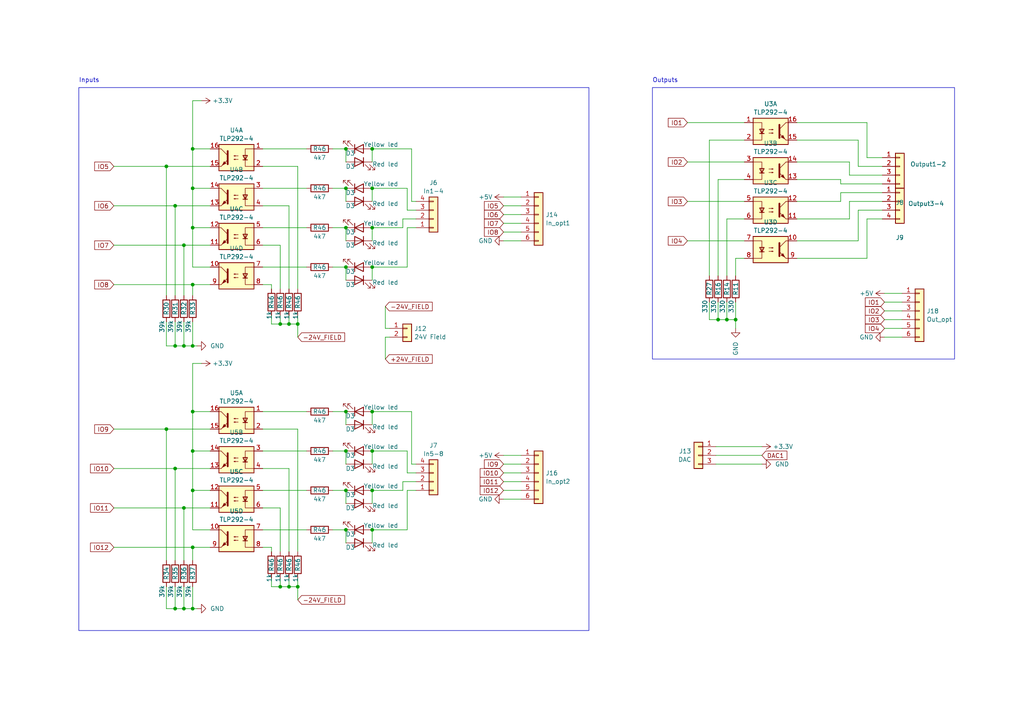
<source format=kicad_sch>
(kicad_sch (version 20230121) (generator eeschema)

  (uuid d19c7c83-0eea-4332-958a-4c973a41eedf)

  (paper "A4")

  (title_block
    (title "MetalMusings EaserCAT 3000")
  )

  (lib_symbols
    (symbol "Connector_Generic:Conn_01x02" (pin_names (offset 1.016) hide) (in_bom yes) (on_board yes)
      (property "Reference" "J" (at 0 2.54 0)
        (effects (font (size 1.27 1.27)))
      )
      (property "Value" "Conn_01x02" (at 0 -5.08 0)
        (effects (font (size 1.27 1.27)))
      )
      (property "Footprint" "" (at 0 0 0)
        (effects (font (size 1.27 1.27)) hide)
      )
      (property "Datasheet" "~" (at 0 0 0)
        (effects (font (size 1.27 1.27)) hide)
      )
      (property "ki_keywords" "connector" (at 0 0 0)
        (effects (font (size 1.27 1.27)) hide)
      )
      (property "ki_description" "Generic connector, single row, 01x02, script generated (kicad-library-utils/schlib/autogen/connector/)" (at 0 0 0)
        (effects (font (size 1.27 1.27)) hide)
      )
      (property "ki_fp_filters" "Connector*:*_1x??_*" (at 0 0 0)
        (effects (font (size 1.27 1.27)) hide)
      )
      (symbol "Conn_01x02_1_1"
        (rectangle (start -1.27 -2.413) (end 0 -2.667)
          (stroke (width 0.1524) (type default))
          (fill (type none))
        )
        (rectangle (start -1.27 0.127) (end 0 -0.127)
          (stroke (width 0.1524) (type default))
          (fill (type none))
        )
        (rectangle (start -1.27 1.27) (end 1.27 -3.81)
          (stroke (width 0.254) (type default))
          (fill (type background))
        )
        (pin passive line (at -5.08 0 0) (length 3.81)
          (name "Pin_1" (effects (font (size 1.27 1.27))))
          (number "1" (effects (font (size 1.27 1.27))))
        )
        (pin passive line (at -5.08 -2.54 0) (length 3.81)
          (name "Pin_2" (effects (font (size 1.27 1.27))))
          (number "2" (effects (font (size 1.27 1.27))))
        )
      )
    )
    (symbol "Connector_Generic:Conn_01x03" (pin_names (offset 1.016) hide) (in_bom yes) (on_board yes)
      (property "Reference" "J" (at 0 5.08 0)
        (effects (font (size 1.27 1.27)))
      )
      (property "Value" "Conn_01x03" (at 0 -5.08 0)
        (effects (font (size 1.27 1.27)))
      )
      (property "Footprint" "" (at 0 0 0)
        (effects (font (size 1.27 1.27)) hide)
      )
      (property "Datasheet" "~" (at 0 0 0)
        (effects (font (size 1.27 1.27)) hide)
      )
      (property "ki_keywords" "connector" (at 0 0 0)
        (effects (font (size 1.27 1.27)) hide)
      )
      (property "ki_description" "Generic connector, single row, 01x03, script generated (kicad-library-utils/schlib/autogen/connector/)" (at 0 0 0)
        (effects (font (size 1.27 1.27)) hide)
      )
      (property "ki_fp_filters" "Connector*:*_1x??_*" (at 0 0 0)
        (effects (font (size 1.27 1.27)) hide)
      )
      (symbol "Conn_01x03_1_1"
        (rectangle (start -1.27 -2.413) (end 0 -2.667)
          (stroke (width 0.1524) (type default))
          (fill (type none))
        )
        (rectangle (start -1.27 0.127) (end 0 -0.127)
          (stroke (width 0.1524) (type default))
          (fill (type none))
        )
        (rectangle (start -1.27 2.667) (end 0 2.413)
          (stroke (width 0.1524) (type default))
          (fill (type none))
        )
        (rectangle (start -1.27 3.81) (end 1.27 -3.81)
          (stroke (width 0.254) (type default))
          (fill (type background))
        )
        (pin passive line (at -5.08 2.54 0) (length 3.81)
          (name "Pin_1" (effects (font (size 1.27 1.27))))
          (number "1" (effects (font (size 1.27 1.27))))
        )
        (pin passive line (at -5.08 0 0) (length 3.81)
          (name "Pin_2" (effects (font (size 1.27 1.27))))
          (number "2" (effects (font (size 1.27 1.27))))
        )
        (pin passive line (at -5.08 -2.54 0) (length 3.81)
          (name "Pin_3" (effects (font (size 1.27 1.27))))
          (number "3" (effects (font (size 1.27 1.27))))
        )
      )
    )
    (symbol "Connector_Generic:Conn_01x04" (pin_names (offset 1.016) hide) (in_bom yes) (on_board yes)
      (property "Reference" "J" (at 0 5.08 0)
        (effects (font (size 1.27 1.27)))
      )
      (property "Value" "Conn_01x04" (at 0 -7.62 0)
        (effects (font (size 1.27 1.27)))
      )
      (property "Footprint" "" (at 0 0 0)
        (effects (font (size 1.27 1.27)) hide)
      )
      (property "Datasheet" "~" (at 0 0 0)
        (effects (font (size 1.27 1.27)) hide)
      )
      (property "ki_keywords" "connector" (at 0 0 0)
        (effects (font (size 1.27 1.27)) hide)
      )
      (property "ki_description" "Generic connector, single row, 01x04, script generated (kicad-library-utils/schlib/autogen/connector/)" (at 0 0 0)
        (effects (font (size 1.27 1.27)) hide)
      )
      (property "ki_fp_filters" "Connector*:*_1x??_*" (at 0 0 0)
        (effects (font (size 1.27 1.27)) hide)
      )
      (symbol "Conn_01x04_1_1"
        (rectangle (start -1.27 -4.953) (end 0 -5.207)
          (stroke (width 0.1524) (type default))
          (fill (type none))
        )
        (rectangle (start -1.27 -2.413) (end 0 -2.667)
          (stroke (width 0.1524) (type default))
          (fill (type none))
        )
        (rectangle (start -1.27 0.127) (end 0 -0.127)
          (stroke (width 0.1524) (type default))
          (fill (type none))
        )
        (rectangle (start -1.27 2.667) (end 0 2.413)
          (stroke (width 0.1524) (type default))
          (fill (type none))
        )
        (rectangle (start -1.27 3.81) (end 1.27 -6.35)
          (stroke (width 0.254) (type default))
          (fill (type background))
        )
        (pin passive line (at -5.08 2.54 0) (length 3.81)
          (name "Pin_1" (effects (font (size 1.27 1.27))))
          (number "1" (effects (font (size 1.27 1.27))))
        )
        (pin passive line (at -5.08 0 0) (length 3.81)
          (name "Pin_2" (effects (font (size 1.27 1.27))))
          (number "2" (effects (font (size 1.27 1.27))))
        )
        (pin passive line (at -5.08 -2.54 0) (length 3.81)
          (name "Pin_3" (effects (font (size 1.27 1.27))))
          (number "3" (effects (font (size 1.27 1.27))))
        )
        (pin passive line (at -5.08 -5.08 0) (length 3.81)
          (name "Pin_4" (effects (font (size 1.27 1.27))))
          (number "4" (effects (font (size 1.27 1.27))))
        )
      )
    )
    (symbol "Connector_Generic:Conn_01x06" (pin_names (offset 1.016) hide) (in_bom yes) (on_board yes)
      (property "Reference" "J" (at 0 7.62 0)
        (effects (font (size 1.27 1.27)))
      )
      (property "Value" "Conn_01x06" (at 0 -10.16 0)
        (effects (font (size 1.27 1.27)))
      )
      (property "Footprint" "" (at 0 0 0)
        (effects (font (size 1.27 1.27)) hide)
      )
      (property "Datasheet" "~" (at 0 0 0)
        (effects (font (size 1.27 1.27)) hide)
      )
      (property "ki_keywords" "connector" (at 0 0 0)
        (effects (font (size 1.27 1.27)) hide)
      )
      (property "ki_description" "Generic connector, single row, 01x06, script generated (kicad-library-utils/schlib/autogen/connector/)" (at 0 0 0)
        (effects (font (size 1.27 1.27)) hide)
      )
      (property "ki_fp_filters" "Connector*:*_1x??_*" (at 0 0 0)
        (effects (font (size 1.27 1.27)) hide)
      )
      (symbol "Conn_01x06_1_1"
        (rectangle (start -1.27 -7.493) (end 0 -7.747)
          (stroke (width 0.1524) (type default))
          (fill (type none))
        )
        (rectangle (start -1.27 -4.953) (end 0 -5.207)
          (stroke (width 0.1524) (type default))
          (fill (type none))
        )
        (rectangle (start -1.27 -2.413) (end 0 -2.667)
          (stroke (width 0.1524) (type default))
          (fill (type none))
        )
        (rectangle (start -1.27 0.127) (end 0 -0.127)
          (stroke (width 0.1524) (type default))
          (fill (type none))
        )
        (rectangle (start -1.27 2.667) (end 0 2.413)
          (stroke (width 0.1524) (type default))
          (fill (type none))
        )
        (rectangle (start -1.27 5.207) (end 0 4.953)
          (stroke (width 0.1524) (type default))
          (fill (type none))
        )
        (rectangle (start -1.27 6.35) (end 1.27 -8.89)
          (stroke (width 0.254) (type default))
          (fill (type background))
        )
        (pin passive line (at -5.08 5.08 0) (length 3.81)
          (name "Pin_1" (effects (font (size 1.27 1.27))))
          (number "1" (effects (font (size 1.27 1.27))))
        )
        (pin passive line (at -5.08 2.54 0) (length 3.81)
          (name "Pin_2" (effects (font (size 1.27 1.27))))
          (number "2" (effects (font (size 1.27 1.27))))
        )
        (pin passive line (at -5.08 0 0) (length 3.81)
          (name "Pin_3" (effects (font (size 1.27 1.27))))
          (number "3" (effects (font (size 1.27 1.27))))
        )
        (pin passive line (at -5.08 -2.54 0) (length 3.81)
          (name "Pin_4" (effects (font (size 1.27 1.27))))
          (number "4" (effects (font (size 1.27 1.27))))
        )
        (pin passive line (at -5.08 -5.08 0) (length 3.81)
          (name "Pin_5" (effects (font (size 1.27 1.27))))
          (number "5" (effects (font (size 1.27 1.27))))
        )
        (pin passive line (at -5.08 -7.62 0) (length 3.81)
          (name "Pin_6" (effects (font (size 1.27 1.27))))
          (number "6" (effects (font (size 1.27 1.27))))
        )
      )
    )
    (symbol "Device:LED" (pin_numbers hide) (pin_names (offset 1.016) hide) (in_bom yes) (on_board yes)
      (property "Reference" "D" (at 0 2.54 0)
        (effects (font (size 1.27 1.27)))
      )
      (property "Value" "LED" (at 0 -2.54 0)
        (effects (font (size 1.27 1.27)))
      )
      (property "Footprint" "" (at 0 0 0)
        (effects (font (size 1.27 1.27)) hide)
      )
      (property "Datasheet" "~" (at 0 0 0)
        (effects (font (size 1.27 1.27)) hide)
      )
      (property "ki_keywords" "LED diode" (at 0 0 0)
        (effects (font (size 1.27 1.27)) hide)
      )
      (property "ki_description" "Light emitting diode" (at 0 0 0)
        (effects (font (size 1.27 1.27)) hide)
      )
      (property "ki_fp_filters" "LED* LED_SMD:* LED_THT:*" (at 0 0 0)
        (effects (font (size 1.27 1.27)) hide)
      )
      (symbol "LED_0_1"
        (polyline
          (pts
            (xy -1.27 -1.27)
            (xy -1.27 1.27)
          )
          (stroke (width 0.254) (type default))
          (fill (type none))
        )
        (polyline
          (pts
            (xy -1.27 0)
            (xy 1.27 0)
          )
          (stroke (width 0) (type default))
          (fill (type none))
        )
        (polyline
          (pts
            (xy 1.27 -1.27)
            (xy 1.27 1.27)
            (xy -1.27 0)
            (xy 1.27 -1.27)
          )
          (stroke (width 0.254) (type default))
          (fill (type none))
        )
        (polyline
          (pts
            (xy -3.048 -0.762)
            (xy -4.572 -2.286)
            (xy -3.81 -2.286)
            (xy -4.572 -2.286)
            (xy -4.572 -1.524)
          )
          (stroke (width 0) (type default))
          (fill (type none))
        )
        (polyline
          (pts
            (xy -1.778 -0.762)
            (xy -3.302 -2.286)
            (xy -2.54 -2.286)
            (xy -3.302 -2.286)
            (xy -3.302 -1.524)
          )
          (stroke (width 0) (type default))
          (fill (type none))
        )
      )
      (symbol "LED_1_1"
        (pin passive line (at -3.81 0 0) (length 2.54)
          (name "K" (effects (font (size 1.27 1.27))))
          (number "1" (effects (font (size 1.27 1.27))))
        )
        (pin passive line (at 3.81 0 180) (length 2.54)
          (name "A" (effects (font (size 1.27 1.27))))
          (number "2" (effects (font (size 1.27 1.27))))
        )
      )
    )
    (symbol "Device:R" (pin_numbers hide) (pin_names (offset 0)) (in_bom yes) (on_board yes)
      (property "Reference" "R" (at 2.032 0 90)
        (effects (font (size 1.27 1.27)))
      )
      (property "Value" "R" (at 0 0 90)
        (effects (font (size 1.27 1.27)))
      )
      (property "Footprint" "" (at -1.778 0 90)
        (effects (font (size 1.27 1.27)) hide)
      )
      (property "Datasheet" "~" (at 0 0 0)
        (effects (font (size 1.27 1.27)) hide)
      )
      (property "ki_keywords" "R res resistor" (at 0 0 0)
        (effects (font (size 1.27 1.27)) hide)
      )
      (property "ki_description" "Resistor" (at 0 0 0)
        (effects (font (size 1.27 1.27)) hide)
      )
      (property "ki_fp_filters" "R_*" (at 0 0 0)
        (effects (font (size 1.27 1.27)) hide)
      )
      (symbol "R_0_1"
        (rectangle (start -1.016 -2.54) (end 1.016 2.54)
          (stroke (width 0.254) (type default))
          (fill (type none))
        )
      )
      (symbol "R_1_1"
        (pin passive line (at 0 3.81 270) (length 1.27)
          (name "~" (effects (font (size 1.27 1.27))))
          (number "1" (effects (font (size 1.27 1.27))))
        )
        (pin passive line (at 0 -3.81 90) (length 1.27)
          (name "~" (effects (font (size 1.27 1.27))))
          (number "2" (effects (font (size 1.27 1.27))))
        )
      )
    )
    (symbol "Isolator:TLP291-4" (in_bom yes) (on_board yes)
      (property "Reference" "U" (at -5.08 5.08 0)
        (effects (font (size 1.27 1.27)) (justify left))
      )
      (property "Value" "TLP291-4" (at 0 5.08 0)
        (effects (font (size 1.27 1.27)) (justify left))
      )
      (property "Footprint" "Package_SO:SOIC-16_4.55x10.3mm_P1.27mm" (at -5.08 -5.08 0)
        (effects (font (size 1.27 1.27) italic) (justify left) hide)
      )
      (property "Datasheet" "https://toshiba.semicon-storage.com/info/docget.jsp?did=12858&prodName=TLP291-4" (at 0 0 0)
        (effects (font (size 1.27 1.27)) (justify left) hide)
      )
      (property "ki_keywords" "NPN DC Quad Optocoupler" (at 0 0 0)
        (effects (font (size 1.27 1.27)) hide)
      )
      (property "ki_description" "Quad DC Optocoupler, Vce 80V, CTR 50-100%, SOP16" (at 0 0 0)
        (effects (font (size 1.27 1.27)) hide)
      )
      (property "ki_fp_filters" "SOIC*4.55x10.3mm*P1.27mm*" (at 0 0 0)
        (effects (font (size 1.27 1.27)) hide)
      )
      (symbol "TLP291-4_0_1"
        (rectangle (start -5.08 3.81) (end 5.08 -3.81)
          (stroke (width 0.254) (type default))
          (fill (type background))
        )
        (polyline
          (pts
            (xy -3.175 -0.635)
            (xy -1.905 -0.635)
          )
          (stroke (width 0.254) (type default))
          (fill (type none))
        )
        (polyline
          (pts
            (xy 2.54 0.635)
            (xy 4.445 2.54)
          )
          (stroke (width 0) (type default))
          (fill (type none))
        )
        (polyline
          (pts
            (xy 4.445 -2.54)
            (xy 2.54 -0.635)
          )
          (stroke (width 0) (type default))
          (fill (type outline))
        )
        (polyline
          (pts
            (xy 4.445 -2.54)
            (xy 5.08 -2.54)
          )
          (stroke (width 0) (type default))
          (fill (type none))
        )
        (polyline
          (pts
            (xy 4.445 2.54)
            (xy 5.08 2.54)
          )
          (stroke (width 0) (type default))
          (fill (type none))
        )
        (polyline
          (pts
            (xy -5.08 2.54)
            (xy -2.54 2.54)
            (xy -2.54 0.635)
          )
          (stroke (width 0) (type default))
          (fill (type none))
        )
        (polyline
          (pts
            (xy -2.54 0.635)
            (xy -2.54 -2.54)
            (xy -5.08 -2.54)
          )
          (stroke (width 0) (type default))
          (fill (type none))
        )
        (polyline
          (pts
            (xy 2.54 1.905)
            (xy 2.54 -1.905)
            (xy 2.54 -1.905)
          )
          (stroke (width 0.508) (type default))
          (fill (type none))
        )
        (polyline
          (pts
            (xy -2.54 -0.635)
            (xy -3.175 0.635)
            (xy -1.905 0.635)
            (xy -2.54 -0.635)
          )
          (stroke (width 0.254) (type default))
          (fill (type none))
        )
        (polyline
          (pts
            (xy -0.508 -0.508)
            (xy 0.762 -0.508)
            (xy 0.381 -0.635)
            (xy 0.381 -0.381)
            (xy 0.762 -0.508)
          )
          (stroke (width 0) (type default))
          (fill (type none))
        )
        (polyline
          (pts
            (xy -0.508 0.508)
            (xy 0.762 0.508)
            (xy 0.381 0.381)
            (xy 0.381 0.635)
            (xy 0.762 0.508)
          )
          (stroke (width 0) (type default))
          (fill (type none))
        )
        (polyline
          (pts
            (xy 3.048 -1.651)
            (xy 3.556 -1.143)
            (xy 4.064 -2.159)
            (xy 3.048 -1.651)
            (xy 3.048 -1.651)
          )
          (stroke (width 0) (type default))
          (fill (type outline))
        )
      )
      (symbol "TLP291-4_1_1"
        (pin passive line (at -7.62 2.54 0) (length 2.54)
          (name "~" (effects (font (size 1.27 1.27))))
          (number "1" (effects (font (size 1.27 1.27))))
        )
        (pin passive line (at 7.62 -2.54 180) (length 2.54)
          (name "~" (effects (font (size 1.27 1.27))))
          (number "15" (effects (font (size 1.27 1.27))))
        )
        (pin passive line (at 7.62 2.54 180) (length 2.54)
          (name "~" (effects (font (size 1.27 1.27))))
          (number "16" (effects (font (size 1.27 1.27))))
        )
        (pin passive line (at -7.62 -2.54 0) (length 2.54)
          (name "~" (effects (font (size 1.27 1.27))))
          (number "2" (effects (font (size 1.27 1.27))))
        )
      )
      (symbol "TLP291-4_2_1"
        (pin passive line (at 7.62 -2.54 180) (length 2.54)
          (name "~" (effects (font (size 1.27 1.27))))
          (number "13" (effects (font (size 1.27 1.27))))
        )
        (pin passive line (at 7.62 2.54 180) (length 2.54)
          (name "~" (effects (font (size 1.27 1.27))))
          (number "14" (effects (font (size 1.27 1.27))))
        )
        (pin passive line (at -7.62 2.54 0) (length 2.54)
          (name "~" (effects (font (size 1.27 1.27))))
          (number "3" (effects (font (size 1.27 1.27))))
        )
        (pin passive line (at -7.62 -2.54 0) (length 2.54)
          (name "~" (effects (font (size 1.27 1.27))))
          (number "4" (effects (font (size 1.27 1.27))))
        )
      )
      (symbol "TLP291-4_3_1"
        (pin passive line (at 7.62 -2.54 180) (length 2.54)
          (name "~" (effects (font (size 1.27 1.27))))
          (number "11" (effects (font (size 1.27 1.27))))
        )
        (pin passive line (at 7.62 2.54 180) (length 2.54)
          (name "~" (effects (font (size 1.27 1.27))))
          (number "12" (effects (font (size 1.27 1.27))))
        )
        (pin passive line (at -7.62 2.54 0) (length 2.54)
          (name "~" (effects (font (size 1.27 1.27))))
          (number "5" (effects (font (size 1.27 1.27))))
        )
        (pin passive line (at -7.62 -2.54 0) (length 2.54)
          (name "~" (effects (font (size 1.27 1.27))))
          (number "6" (effects (font (size 1.27 1.27))))
        )
      )
      (symbol "TLP291-4_4_1"
        (pin passive line (at 7.62 2.54 180) (length 2.54)
          (name "~" (effects (font (size 1.27 1.27))))
          (number "10" (effects (font (size 1.27 1.27))))
        )
        (pin passive line (at -7.62 2.54 0) (length 2.54)
          (name "~" (effects (font (size 1.27 1.27))))
          (number "7" (effects (font (size 1.27 1.27))))
        )
        (pin passive line (at -7.62 -2.54 0) (length 2.54)
          (name "~" (effects (font (size 1.27 1.27))))
          (number "8" (effects (font (size 1.27 1.27))))
        )
        (pin passive line (at 7.62 -2.54 180) (length 2.54)
          (name "~" (effects (font (size 1.27 1.27))))
          (number "9" (effects (font (size 1.27 1.27))))
        )
      )
    )
    (symbol "power:+3.3V" (power) (pin_names (offset 0)) (in_bom yes) (on_board yes)
      (property "Reference" "#PWR" (at 0 -3.81 0)
        (effects (font (size 1.27 1.27)) hide)
      )
      (property "Value" "+3.3V" (at 0 3.556 0)
        (effects (font (size 1.27 1.27)))
      )
      (property "Footprint" "" (at 0 0 0)
        (effects (font (size 1.27 1.27)) hide)
      )
      (property "Datasheet" "" (at 0 0 0)
        (effects (font (size 1.27 1.27)) hide)
      )
      (property "ki_keywords" "global power" (at 0 0 0)
        (effects (font (size 1.27 1.27)) hide)
      )
      (property "ki_description" "Power symbol creates a global label with name \"+3.3V\"" (at 0 0 0)
        (effects (font (size 1.27 1.27)) hide)
      )
      (symbol "+3.3V_0_1"
        (polyline
          (pts
            (xy -0.762 1.27)
            (xy 0 2.54)
          )
          (stroke (width 0) (type default))
          (fill (type none))
        )
        (polyline
          (pts
            (xy 0 0)
            (xy 0 2.54)
          )
          (stroke (width 0) (type default))
          (fill (type none))
        )
        (polyline
          (pts
            (xy 0 2.54)
            (xy 0.762 1.27)
          )
          (stroke (width 0) (type default))
          (fill (type none))
        )
      )
      (symbol "+3.3V_1_1"
        (pin power_in line (at 0 0 90) (length 0) hide
          (name "+3.3V" (effects (font (size 1.27 1.27))))
          (number "1" (effects (font (size 1.27 1.27))))
        )
      )
    )
    (symbol "power:+5V" (power) (pin_names (offset 0)) (in_bom yes) (on_board yes)
      (property "Reference" "#PWR" (at 0 -3.81 0)
        (effects (font (size 1.27 1.27)) hide)
      )
      (property "Value" "+5V" (at 0 3.556 0)
        (effects (font (size 1.27 1.27)))
      )
      (property "Footprint" "" (at 0 0 0)
        (effects (font (size 1.27 1.27)) hide)
      )
      (property "Datasheet" "" (at 0 0 0)
        (effects (font (size 1.27 1.27)) hide)
      )
      (property "ki_keywords" "global power" (at 0 0 0)
        (effects (font (size 1.27 1.27)) hide)
      )
      (property "ki_description" "Power symbol creates a global label with name \"+5V\"" (at 0 0 0)
        (effects (font (size 1.27 1.27)) hide)
      )
      (symbol "+5V_0_1"
        (polyline
          (pts
            (xy -0.762 1.27)
            (xy 0 2.54)
          )
          (stroke (width 0) (type default))
          (fill (type none))
        )
        (polyline
          (pts
            (xy 0 0)
            (xy 0 2.54)
          )
          (stroke (width 0) (type default))
          (fill (type none))
        )
        (polyline
          (pts
            (xy 0 2.54)
            (xy 0.762 1.27)
          )
          (stroke (width 0) (type default))
          (fill (type none))
        )
      )
      (symbol "+5V_1_1"
        (pin power_in line (at 0 0 90) (length 0) hide
          (name "+5V" (effects (font (size 1.27 1.27))))
          (number "1" (effects (font (size 1.27 1.27))))
        )
      )
    )
    (symbol "power:GND" (power) (pin_names (offset 0)) (in_bom yes) (on_board yes)
      (property "Reference" "#PWR" (at 0 -6.35 0)
        (effects (font (size 1.27 1.27)) hide)
      )
      (property "Value" "GND" (at 0 -3.81 0)
        (effects (font (size 1.27 1.27)))
      )
      (property "Footprint" "" (at 0 0 0)
        (effects (font (size 1.27 1.27)) hide)
      )
      (property "Datasheet" "" (at 0 0 0)
        (effects (font (size 1.27 1.27)) hide)
      )
      (property "ki_keywords" "global power" (at 0 0 0)
        (effects (font (size 1.27 1.27)) hide)
      )
      (property "ki_description" "Power symbol creates a global label with name \"GND\" , ground" (at 0 0 0)
        (effects (font (size 1.27 1.27)) hide)
      )
      (symbol "GND_0_1"
        (polyline
          (pts
            (xy 0 0)
            (xy 0 -1.27)
            (xy 1.27 -1.27)
            (xy 0 -2.54)
            (xy -1.27 -1.27)
            (xy 0 -1.27)
          )
          (stroke (width 0) (type default))
          (fill (type none))
        )
      )
      (symbol "GND_1_1"
        (pin power_in line (at 0 0 270) (length 0) hide
          (name "GND" (effects (font (size 1.27 1.27))))
          (number "1" (effects (font (size 1.27 1.27))))
        )
      )
    )
  )

  (junction (at 100.33 77.47) (diameter 0) (color 0 0 0 0)
    (uuid 00be6be6-3df2-4b1b-a6fa-a8cfd5da6ad4)
  )
  (junction (at 100.33 54.61) (diameter 0) (color 0 0 0 0)
    (uuid 01028bdc-8bdc-49e8-90ce-7430de850ebe)
  )
  (junction (at 55.88 54.61) (diameter 0) (color 0 0 0 0)
    (uuid 07cbb7b7-3f83-4128-b766-89904e8b2b59)
  )
  (junction (at 48.26 124.46) (diameter 0) (color 0 0 0 0)
    (uuid 10df9d2d-77cc-449b-9c25-983999fb39a4)
  )
  (junction (at 107.95 153.67) (diameter 0) (color 0 0 0 0)
    (uuid 1772e9d8-df6e-48d2-8fb1-f1793a23447d)
  )
  (junction (at 55.88 176.53) (diameter 0) (color 0 0 0 0)
    (uuid 18a0c0d8-235f-41fb-b3c4-1513ad3b4482)
  )
  (junction (at 208.28 92.71) (diameter 0) (color 0 0 0 0)
    (uuid 1b560e34-41be-43fd-8529-e58dc6d37522)
  )
  (junction (at 55.88 119.38) (diameter 0) (color 0 0 0 0)
    (uuid 1dd69ea6-5360-49cc-8337-ba61698ad8d1)
  )
  (junction (at 100.33 130.81) (diameter 0) (color 0 0 0 0)
    (uuid 1df26744-bb4f-4b20-ac7d-53c6187d4892)
  )
  (junction (at 50.8 176.53) (diameter 0) (color 0 0 0 0)
    (uuid 2110fcb5-cc92-4f0d-80b3-df7f697353b1)
  )
  (junction (at 107.95 43.18) (diameter 0) (color 0 0 0 0)
    (uuid 23e010e4-0a90-493f-96dd-2ca7a741c3e5)
  )
  (junction (at 107.95 119.38) (diameter 0) (color 0 0 0 0)
    (uuid 28ac4952-b529-45b6-a0ab-ed7ef2a5ec15)
  )
  (junction (at 213.36 92.71) (diameter 0) (color 0 0 0 0)
    (uuid 2bbb1fa0-b8ca-48d0-88d0-feefc8a81565)
  )
  (junction (at 210.82 92.71) (diameter 0) (color 0 0 0 0)
    (uuid 2eb9d7c6-fc97-4f58-957f-64a01d6d5108)
  )
  (junction (at 100.33 66.04) (diameter 0) (color 0 0 0 0)
    (uuid 3a185e11-4c73-4386-8e94-62ddad7c4929)
  )
  (junction (at 107.95 142.24) (diameter 0) (color 0 0 0 0)
    (uuid 466320a3-de3e-4a12-80b5-e7e1992627b0)
  )
  (junction (at 55.88 43.18) (diameter 0) (color 0 0 0 0)
    (uuid 5354ec96-5fcd-4894-93ea-88bc52835846)
  )
  (junction (at 55.88 82.55) (diameter 0) (color 0 0 0 0)
    (uuid 5779957c-f6d2-40dc-ad82-9d7099d36594)
  )
  (junction (at 55.88 130.81) (diameter 0) (color 0 0 0 0)
    (uuid 5a15d30a-c4dc-4c13-9286-2334ea4bda86)
  )
  (junction (at 107.95 54.61) (diameter 0) (color 0 0 0 0)
    (uuid 5b64b4ea-78aa-4ad4-8807-df2c8db625b6)
  )
  (junction (at 48.26 48.26) (diameter 0) (color 0 0 0 0)
    (uuid 616af3f3-f203-4c74-8cc4-224fcc8f2a5a)
  )
  (junction (at 100.33 142.24) (diameter 0) (color 0 0 0 0)
    (uuid 630e7165-c463-4b76-b19e-e58b1175e068)
  )
  (junction (at 53.34 147.32) (diameter 0) (color 0 0 0 0)
    (uuid 64a7af42-9287-4537-ac9c-5404d589331d)
  )
  (junction (at 50.8 135.89) (diameter 0) (color 0 0 0 0)
    (uuid 671be165-0eab-4b07-b79b-bae89dcf4d84)
  )
  (junction (at 83.82 93.98) (diameter 0) (color 0 0 0 0)
    (uuid 7b2d94b1-231f-486d-b90b-b2d7fa699191)
  )
  (junction (at 107.95 77.47) (diameter 0) (color 0 0 0 0)
    (uuid 7c0f1626-4afb-43b6-8eca-ea467008f338)
  )
  (junction (at 55.88 66.04) (diameter 0) (color 0 0 0 0)
    (uuid 80b8b24f-c137-4b6c-b9c5-1deb55f47fcd)
  )
  (junction (at 55.88 100.33) (diameter 0) (color 0 0 0 0)
    (uuid 93dc0ec0-dd2e-4722-9eb9-3c6722c5defc)
  )
  (junction (at 53.34 176.53) (diameter 0) (color 0 0 0 0)
    (uuid 9f8b79b9-7744-4147-8b4b-fef8182a1954)
  )
  (junction (at 50.8 59.69) (diameter 0) (color 0 0 0 0)
    (uuid a869d333-59dd-4d47-9a9a-5ba8cd70a38e)
  )
  (junction (at 100.33 43.18) (diameter 0) (color 0 0 0 0)
    (uuid a9a66a71-d73b-4cf9-9ee8-a6564e083f66)
  )
  (junction (at 83.82 170.18) (diameter 0) (color 0 0 0 0)
    (uuid a9d3181e-8a70-4cff-bac9-8811abd6d878)
  )
  (junction (at 100.33 153.67) (diameter 0) (color 0 0 0 0)
    (uuid aa3523d6-607a-4ce9-9509-22e97387f640)
  )
  (junction (at 53.34 71.12) (diameter 0) (color 0 0 0 0)
    (uuid aca97284-6bd7-4f8f-899b-36d89632830c)
  )
  (junction (at 86.36 170.18) (diameter 0) (color 0 0 0 0)
    (uuid b26e174f-a7dc-42ff-b74d-2b61c19e508c)
  )
  (junction (at 81.28 93.98) (diameter 0) (color 0 0 0 0)
    (uuid b91ead4c-9dff-4ff7-8ead-976fe585d0a2)
  )
  (junction (at 55.88 142.24) (diameter 0) (color 0 0 0 0)
    (uuid bcd73f2a-3be9-4aca-8a55-4302737a928c)
  )
  (junction (at 86.36 93.98) (diameter 0) (color 0 0 0 0)
    (uuid cd8634d5-5c7c-43d9-853a-8ff44053edf0)
  )
  (junction (at 100.33 119.38) (diameter 0) (color 0 0 0 0)
    (uuid d25f9376-a911-4e7e-8ae4-975fea0c7e5a)
  )
  (junction (at 107.95 130.81) (diameter 0) (color 0 0 0 0)
    (uuid d3561e96-3419-4d0e-bb03-f1a33b6e87af)
  )
  (junction (at 55.88 158.75) (diameter 0) (color 0 0 0 0)
    (uuid dbdc9b51-e141-48d8-99d0-69d85a41db83)
  )
  (junction (at 107.95 66.04) (diameter 0) (color 0 0 0 0)
    (uuid e20aabd4-bf8b-453f-884a-373332dca291)
  )
  (junction (at 81.28 170.18) (diameter 0) (color 0 0 0 0)
    (uuid e5ff301e-0c0c-4024-bac7-33f42066052c)
  )
  (junction (at 50.8 100.33) (diameter 0) (color 0 0 0 0)
    (uuid f48d5329-71ea-49b0-aaea-c1a534f7d532)
  )
  (junction (at 53.34 100.33) (diameter 0) (color 0 0 0 0)
    (uuid f6e15fa5-1282-4963-b6dd-779b285179c9)
  )

  (wire (pts (xy 76.2 142.24) (xy 88.9 142.24))
    (stroke (width 0) (type default))
    (uuid 01c7129e-d54e-450b-ac88-ba1f62953586)
  )
  (wire (pts (xy 120.65 66.04) (xy 118.11 66.04))
    (stroke (width 0) (type default))
    (uuid 02439b9a-9557-479c-ac82-1fc5d86ccc0d)
  )
  (wire (pts (xy 55.88 54.61) (xy 55.88 43.18))
    (stroke (width 0) (type default))
    (uuid 0289e346-4623-4c75-a126-b936e7b2a041)
  )
  (wire (pts (xy 86.36 91.44) (xy 86.36 93.98))
    (stroke (width 0) (type default))
    (uuid 02f422e0-796e-4354-992d-e01f56f89556)
  )
  (wire (pts (xy 33.02 48.26) (xy 48.26 48.26))
    (stroke (width 0) (type default))
    (uuid 02ff09f6-ea15-4d71-91d9-926ac32de6ff)
  )
  (wire (pts (xy 83.82 91.44) (xy 83.82 93.98))
    (stroke (width 0) (type default))
    (uuid 04f542e6-8d04-436a-be5e-083dbd4961b2)
  )
  (wire (pts (xy 205.74 87.63) (xy 205.74 92.71))
    (stroke (width 0) (type default))
    (uuid 077bf300-3a55-4bfa-952c-f951865d04d8)
  )
  (wire (pts (xy 213.36 87.63) (xy 213.36 92.71))
    (stroke (width 0) (type default))
    (uuid 09c5c74c-bdcb-471e-a5bc-5a46e6b3b8b8)
  )
  (wire (pts (xy 55.88 66.04) (xy 60.96 66.04))
    (stroke (width 0) (type default))
    (uuid 0ab240a3-6720-4011-981f-6c5a837bd051)
  )
  (wire (pts (xy 86.36 167.64) (xy 86.36 170.18))
    (stroke (width 0) (type default))
    (uuid 0abd9d5a-fd76-4094-99b0-68fe768b320d)
  )
  (wire (pts (xy 83.82 170.18) (xy 86.36 170.18))
    (stroke (width 0) (type default))
    (uuid 0b0f1706-9ca7-4150-bc76-3ee3c1aca115)
  )
  (wire (pts (xy 50.8 135.89) (xy 60.96 135.89))
    (stroke (width 0) (type default))
    (uuid 0b4df079-5858-42cf-8dcc-63965d9dadf2)
  )
  (wire (pts (xy 81.28 71.12) (xy 81.28 83.82))
    (stroke (width 0) (type default))
    (uuid 0c1a8c4a-db6d-474a-8567-1c143b30289f)
  )
  (wire (pts (xy 76.2 153.67) (xy 88.9 153.67))
    (stroke (width 0) (type default))
    (uuid 0c733ce2-8989-416b-bb6d-59831f7b40ee)
  )
  (wire (pts (xy 55.88 100.33) (xy 53.34 100.33))
    (stroke (width 0) (type default))
    (uuid 0d54e2a0-fd23-44d8-83ad-dafb003a2fdc)
  )
  (wire (pts (xy 151.13 139.7) (xy 146.05 139.7))
    (stroke (width 0) (type default))
    (uuid 0fa196e4-35e7-4bd6-94c1-041121348d78)
  )
  (wire (pts (xy 119.38 134.62) (xy 120.65 134.62))
    (stroke (width 0) (type default))
    (uuid 0fa7ae37-9663-4c90-8f1d-80d4ab2d3414)
  )
  (wire (pts (xy 76.2 135.89) (xy 83.82 135.89))
    (stroke (width 0) (type default))
    (uuid 1052673e-1444-48ba-9be1-e7c073871e8a)
  )
  (wire (pts (xy 118.11 66.04) (xy 118.11 77.47))
    (stroke (width 0) (type default))
    (uuid 108bbc18-3dd6-4210-bd4c-971afdfc4915)
  )
  (wire (pts (xy 55.88 43.18) (xy 60.96 43.18))
    (stroke (width 0) (type default))
    (uuid 114d4d12-b233-45f0-a723-006566e7dbb9)
  )
  (wire (pts (xy 55.88 105.41) (xy 58.42 105.41))
    (stroke (width 0) (type default))
    (uuid 1400da5b-9e6f-43d6-abbb-9e91cad1d375)
  )
  (wire (pts (xy 255.905 58.42) (xy 246.38 58.42))
    (stroke (width 0) (type default))
    (uuid 15054ad7-02fd-44ac-82e7-a067dce46f3f)
  )
  (wire (pts (xy 83.82 167.64) (xy 83.82 170.18))
    (stroke (width 0) (type default))
    (uuid 15a46638-816b-4915-997b-fb70ca1f8950)
  )
  (wire (pts (xy 86.36 48.26) (xy 86.36 83.82))
    (stroke (width 0) (type default))
    (uuid 1600e191-53bc-4fb1-a168-e9d4cf5145bb)
  )
  (wire (pts (xy 113.03 95.25) (xy 111.76 95.25))
    (stroke (width 0) (type default))
    (uuid 18f152f7-ccc2-47bd-9f77-5a99f840fce4)
  )
  (wire (pts (xy 208.28 52.07) (xy 208.28 80.01))
    (stroke (width 0) (type default))
    (uuid 19f3d7d3-dc1a-4360-882f-ca68bdddf549)
  )
  (wire (pts (xy 33.02 71.12) (xy 53.34 71.12))
    (stroke (width 0) (type default))
    (uuid 1a5788a9-9f4f-49a7-b2f9-9fa0f9518593)
  )
  (wire (pts (xy 261.62 97.79) (xy 256.54 97.79))
    (stroke (width 0) (type default))
    (uuid 1a8ccfee-f64a-40f3-bf43-85ad91faec51)
  )
  (wire (pts (xy 107.95 43.18) (xy 107.95 46.99))
    (stroke (width 0) (type default))
    (uuid 1aa453fb-afac-4807-9a71-94614d7fdda0)
  )
  (wire (pts (xy 96.52 130.81) (xy 100.33 130.81))
    (stroke (width 0) (type default))
    (uuid 1b2d7f1b-c326-49c2-9060-21c4fe1474cf)
  )
  (wire (pts (xy 120.65 139.7) (xy 116.84 139.7))
    (stroke (width 0) (type default))
    (uuid 1cc68282-b6c1-43f0-ad81-9d3e7e6b2043)
  )
  (wire (pts (xy 33.02 82.55) (xy 55.88 82.55))
    (stroke (width 0) (type default))
    (uuid 1d6727f4-2f0a-4670-b5ac-b31feac5badd)
  )
  (wire (pts (xy 107.95 153.67) (xy 107.95 157.48))
    (stroke (width 0) (type default))
    (uuid 1fdd7450-d7c0-45b9-b450-53f8d1c153f7)
  )
  (wire (pts (xy 81.28 91.44) (xy 81.28 93.98))
    (stroke (width 0) (type default))
    (uuid 200aad28-911e-459a-86f0-f46529e4cba4)
  )
  (wire (pts (xy 76.2 71.12) (xy 81.28 71.12))
    (stroke (width 0) (type default))
    (uuid 218faa41-ff38-40bb-8362-85d88d8d1f4f)
  )
  (wire (pts (xy 151.13 132.08) (xy 146.05 132.08))
    (stroke (width 0) (type default))
    (uuid 21bf2b86-7e4a-404d-ae60-287f28f575d8)
  )
  (wire (pts (xy 246.38 46.99) (xy 231.14 46.99))
    (stroke (width 0) (type default))
    (uuid 22973758-3fb4-4d6e-8c38-44771ed5c1c7)
  )
  (wire (pts (xy 86.36 93.98) (xy 86.36 97.79))
    (stroke (width 0) (type default))
    (uuid 229bf19a-349f-4e38-b301-68c902ec1789)
  )
  (wire (pts (xy 261.62 95.25) (xy 256.54 95.25))
    (stroke (width 0) (type default))
    (uuid 2428fdd2-3403-4493-8e24-c3c27a60f151)
  )
  (wire (pts (xy 53.34 71.12) (xy 60.96 71.12))
    (stroke (width 0) (type default))
    (uuid 250a860d-457d-4667-afd1-c0fdd94d76d1)
  )
  (wire (pts (xy 55.88 77.47) (xy 55.88 66.04))
    (stroke (width 0) (type default))
    (uuid 25874bd8-0d2a-4e8b-92cb-6d85640545d0)
  )
  (wire (pts (xy 50.8 176.53) (xy 50.8 170.18))
    (stroke (width 0) (type default))
    (uuid 26549126-7053-4f91-bb5c-8eecb3ef4207)
  )
  (wire (pts (xy 78.74 170.18) (xy 81.28 170.18))
    (stroke (width 0) (type default))
    (uuid 266a6bff-8da0-415d-9a05-52be57753627)
  )
  (wire (pts (xy 251.46 45.72) (xy 255.905 45.72))
    (stroke (width 0) (type default))
    (uuid 286a84a1-87bd-4d0a-a25a-147f11fce04f)
  )
  (wire (pts (xy 210.82 92.71) (xy 213.36 92.71))
    (stroke (width 0) (type default))
    (uuid 286bca9b-1bb9-4f6d-960d-3df62edc2554)
  )
  (wire (pts (xy 76.2 147.32) (xy 81.28 147.32))
    (stroke (width 0) (type default))
    (uuid 29053923-60af-41a3-bd9e-97ab6bcce108)
  )
  (wire (pts (xy 55.88 176.53) (xy 53.34 176.53))
    (stroke (width 0) (type default))
    (uuid 2911d755-da1c-4c62-bc44-1da9a2c551b2)
  )
  (wire (pts (xy 96.52 43.18) (xy 100.33 43.18))
    (stroke (width 0) (type default))
    (uuid 293628e2-2df4-45d8-944e-e0d936901ff8)
  )
  (wire (pts (xy 119.38 134.62) (xy 119.38 119.38))
    (stroke (width 0) (type default))
    (uuid 2d9f543a-9da4-43d5-b374-d8fb8f1f7984)
  )
  (wire (pts (xy 243.84 53.34) (xy 255.905 53.34))
    (stroke (width 0) (type default))
    (uuid 2da6c4be-b0a8-4b8e-b5f0-6c603f4ace23)
  )
  (wire (pts (xy 107.95 66.04) (xy 107.95 69.85))
    (stroke (width 0) (type default))
    (uuid 320a9ccd-27c4-490a-ba7b-c93307916ef9)
  )
  (wire (pts (xy 118.11 54.61) (xy 107.95 54.61))
    (stroke (width 0) (type default))
    (uuid 320b079f-41b5-412b-9671-8b5c864b07d2)
  )
  (wire (pts (xy 55.88 82.55) (xy 60.96 82.55))
    (stroke (width 0) (type default))
    (uuid 32337502-ea28-45fa-b04c-751aaac8e66c)
  )
  (wire (pts (xy 81.28 167.64) (xy 81.28 170.18))
    (stroke (width 0) (type default))
    (uuid 3239956b-f5fb-47b2-97d8-e8c06750b3be)
  )
  (wire (pts (xy 243.84 55.88) (xy 255.905 55.88))
    (stroke (width 0) (type default))
    (uuid 32ade1bc-9379-46f8-b527-0d4c06559905)
  )
  (wire (pts (xy 231.14 58.42) (xy 243.84 58.42))
    (stroke (width 0) (type default))
    (uuid 339b73d1-ab38-4b18-b3f2-3821684f2dea)
  )
  (wire (pts (xy 50.8 85.725) (xy 50.8 59.69))
    (stroke (width 0) (type default))
    (uuid 35326756-2ede-4494-ab8b-c0812fac8c9d)
  )
  (wire (pts (xy 107.95 142.24) (xy 107.95 146.05))
    (stroke (width 0) (type default))
    (uuid 36871d32-c9ea-46df-ae6a-26c0d033a154)
  )
  (wire (pts (xy 55.88 100.33) (xy 55.88 93.345))
    (stroke (width 0) (type default))
    (uuid 38b4c120-20c0-4a67-b58b-cd9436ee5312)
  )
  (wire (pts (xy 118.11 130.81) (xy 107.95 130.81))
    (stroke (width 0) (type default))
    (uuid 3972b15a-71c8-41da-871e-91cb89f080c3)
  )
  (wire (pts (xy 248.92 40.64) (xy 248.92 48.26))
    (stroke (width 0) (type default))
    (uuid 398b89bd-f573-4af0-9799-1cd8fa9083ea)
  )
  (wire (pts (xy 76.2 158.75) (xy 78.74 158.75))
    (stroke (width 0) (type default))
    (uuid 39ab5452-c0f8-48d8-9e17-6ae0d5c6c509)
  )
  (wire (pts (xy 251.46 63.5) (xy 255.905 63.5))
    (stroke (width 0) (type default))
    (uuid 3a08d8fd-d078-404a-a63c-1cfa2bea067e)
  )
  (wire (pts (xy 151.13 144.78) (xy 146.05 144.78))
    (stroke (width 0) (type default))
    (uuid 3a7c4956-2b09-4ef7-8e9d-ae7303c18745)
  )
  (wire (pts (xy 55.88 158.75) (xy 60.96 158.75))
    (stroke (width 0) (type default))
    (uuid 3aa4347c-48e5-41b5-98e9-29d916c3335f)
  )
  (wire (pts (xy 207.645 132.08) (xy 220.98 132.08))
    (stroke (width 0) (type default))
    (uuid 3c4f8af2-60d1-4a08-8c88-b2777c71a33b)
  )
  (wire (pts (xy 231.14 69.85) (xy 248.92 69.85))
    (stroke (width 0) (type default))
    (uuid 3dad7724-6a64-4cb5-a2fa-997e1577006e)
  )
  (wire (pts (xy 120.65 137.16) (xy 118.11 137.16))
    (stroke (width 0) (type default))
    (uuid 4013b057-7e3f-418e-baeb-f81b52c380f6)
  )
  (wire (pts (xy 118.11 137.16) (xy 118.11 130.81))
    (stroke (width 0) (type default))
    (uuid 403aa0ea-7e2b-44d1-82a1-63f25024185d)
  )
  (wire (pts (xy 96.52 153.67) (xy 100.33 153.67))
    (stroke (width 0) (type default))
    (uuid 406c8c1a-fd77-4500-b5a2-08835a6d44f1)
  )
  (wire (pts (xy 78.74 93.98) (xy 81.28 93.98))
    (stroke (width 0) (type default))
    (uuid 4200542a-be0f-4b2a-8d47-7b9ce15b8886)
  )
  (wire (pts (xy 261.62 85.09) (xy 256.54 85.09))
    (stroke (width 0) (type default))
    (uuid 424a13f3-619b-41e7-a0c3-b04e78e02e10)
  )
  (wire (pts (xy 251.46 45.72) (xy 251.46 35.56))
    (stroke (width 0) (type default))
    (uuid 435333dc-5ea5-422c-a9f6-00192a4e95c6)
  )
  (wire (pts (xy 116.84 139.7) (xy 116.84 142.24))
    (stroke (width 0) (type default))
    (uuid 44a3fc0f-2853-43c9-8784-868579e2cf6a)
  )
  (wire (pts (xy 111.76 104.14) (xy 111.76 97.79))
    (stroke (width 0) (type default))
    (uuid 461634d1-6253-443c-8427-2f364d48eb2a)
  )
  (wire (pts (xy 213.36 74.93) (xy 213.36 80.01))
    (stroke (width 0) (type default))
    (uuid 46949eaf-ae0d-4356-bd2d-40f3b349d5c8)
  )
  (wire (pts (xy 76.2 43.18) (xy 88.9 43.18))
    (stroke (width 0) (type default))
    (uuid 4861b5fd-8773-4858-a021-f25c3d35c18f)
  )
  (wire (pts (xy 53.34 176.53) (xy 50.8 176.53))
    (stroke (width 0) (type default))
    (uuid 48ce181b-e198-4739-ac1c-ec6d03855a40)
  )
  (wire (pts (xy 50.8 100.33) (xy 50.8 93.345))
    (stroke (width 0) (type default))
    (uuid 4b2cb331-887f-4c9c-aa03-8c7a1545098b)
  )
  (wire (pts (xy 100.33 153.67) (xy 100.33 157.48))
    (stroke (width 0) (type default))
    (uuid 4cad1653-4a04-46ac-97d6-9c6748cc0522)
  )
  (wire (pts (xy 48.26 176.53) (xy 48.26 170.18))
    (stroke (width 0) (type default))
    (uuid 4d8984a5-94c7-4708-a060-84494b20fa68)
  )
  (wire (pts (xy 151.13 137.16) (xy 146.05 137.16))
    (stroke (width 0) (type default))
    (uuid 4e6961a9-e9e1-4dba-b2a1-138c4d321b92)
  )
  (wire (pts (xy 107.95 130.81) (xy 107.95 134.62))
    (stroke (width 0) (type default))
    (uuid 4f60bb24-127b-49db-b605-84e777f01969)
  )
  (wire (pts (xy 53.34 147.32) (xy 60.96 147.32))
    (stroke (width 0) (type default))
    (uuid 52dc9229-168a-4f99-a506-756848d28230)
  )
  (wire (pts (xy 215.9 74.93) (xy 213.36 74.93))
    (stroke (width 0) (type default))
    (uuid 534a0e45-b903-4f85-bc1c-30baaf1876c8)
  )
  (wire (pts (xy 96.52 77.47) (xy 100.33 77.47))
    (stroke (width 0) (type default))
    (uuid 53818568-b02d-4343-99b6-35e65e20e421)
  )
  (wire (pts (xy 248.92 69.85) (xy 248.92 60.96))
    (stroke (width 0) (type default))
    (uuid 53a23c7a-f1c4-4fc5-8345-9741e041973d)
  )
  (wire (pts (xy 243.84 52.07) (xy 243.84 53.34))
    (stroke (width 0) (type default))
    (uuid 544a68da-64e0-42a8-8430-52b7516d34f2)
  )
  (wire (pts (xy 208.28 92.71) (xy 210.82 92.71))
    (stroke (width 0) (type default))
    (uuid 5612dd2a-fac2-43ac-a8a0-89c78afa6664)
  )
  (wire (pts (xy 120.65 60.96) (xy 118.11 60.96))
    (stroke (width 0) (type default))
    (uuid 568eceae-6536-4983-97d1-d40ec3e8a0c4)
  )
  (wire (pts (xy 50.8 162.56) (xy 50.8 135.89))
    (stroke (width 0) (type default))
    (uuid 570be87b-9c31-458b-9006-74a3986fdef2)
  )
  (wire (pts (xy 50.8 59.69) (xy 60.96 59.69))
    (stroke (width 0) (type default))
    (uuid 57925cc4-4bcc-4997-89d3-bd6f5f4012d6)
  )
  (wire (pts (xy 53.34 100.33) (xy 50.8 100.33))
    (stroke (width 0) (type default))
    (uuid 582c0710-3b84-46f4-adee-2e69e3b08137)
  )
  (wire (pts (xy 215.9 63.5) (xy 210.82 63.5))
    (stroke (width 0) (type default))
    (uuid 5867f722-b951-482d-bee9-43a0eebf6e0c)
  )
  (wire (pts (xy 48.26 85.725) (xy 48.26 48.26))
    (stroke (width 0) (type default))
    (uuid 59d2aa6b-188d-4cea-8ce8-a1be8cafea13)
  )
  (wire (pts (xy 116.84 63.5) (xy 116.84 66.04))
    (stroke (width 0) (type default))
    (uuid 5bd0ecfe-8707-4bd4-97da-f4185e185d6c)
  )
  (wire (pts (xy 86.36 170.18) (xy 86.36 173.99))
    (stroke (width 0) (type default))
    (uuid 5c3898c7-a7fa-4d79-9afb-895224f33fa7)
  )
  (wire (pts (xy 199.39 35.56) (xy 215.9 35.56))
    (stroke (width 0) (type default))
    (uuid 6180c00f-b7ea-437b-9c4f-ae12ff0a8251)
  )
  (wire (pts (xy 81.28 147.32) (xy 81.28 160.02))
    (stroke (width 0) (type default))
    (uuid 6843215b-1f8a-45ae-b690-2e2fa7ca1edf)
  )
  (wire (pts (xy 96.52 142.24) (xy 100.33 142.24))
    (stroke (width 0) (type default))
    (uuid 6d0450db-1f12-4644-9949-1a1ac634ac2f)
  )
  (wire (pts (xy 120.65 63.5) (xy 116.84 63.5))
    (stroke (width 0) (type default))
    (uuid 6d3e4db4-91e4-4e92-b6cb-b51c668c1aa2)
  )
  (wire (pts (xy 50.8 100.33) (xy 48.26 100.33))
    (stroke (width 0) (type default))
    (uuid 6f15e240-0733-4de4-9d47-db6050adc133)
  )
  (wire (pts (xy 215.9 40.64) (xy 205.74 40.64))
    (stroke (width 0) (type default))
    (uuid 6f243086-7690-4453-bcbe-8d791bbbfb30)
  )
  (wire (pts (xy 55.88 43.18) (xy 55.88 29.21))
    (stroke (width 0) (type default))
    (uuid 7099b49b-2bbf-4fce-a939-74fc992fd421)
  )
  (wire (pts (xy 207.645 129.54) (xy 220.98 129.54))
    (stroke (width 0) (type default))
    (uuid 71755e2a-a540-4be7-b6b7-24ca4edb2bf1)
  )
  (wire (pts (xy 86.36 124.46) (xy 86.36 160.02))
    (stroke (width 0) (type default))
    (uuid 73cc1c1d-a15c-40ff-b853-6649545d0800)
  )
  (wire (pts (xy 100.33 43.18) (xy 100.33 46.99))
    (stroke (width 0) (type default))
    (uuid 74d30983-f4ff-4bfd-80cd-8bcacb767be7)
  )
  (wire (pts (xy 100.33 142.24) (xy 100.33 146.05))
    (stroke (width 0) (type default))
    (uuid 75d6aa1c-fa07-424a-be9c-10d8f9db39ab)
  )
  (wire (pts (xy 119.38 58.42) (xy 120.65 58.42))
    (stroke (width 0) (type default))
    (uuid 78537781-294c-4055-9504-aabf655d5d05)
  )
  (wire (pts (xy 248.92 48.26) (xy 255.905 48.26))
    (stroke (width 0) (type default))
    (uuid 7882170f-012c-41cc-8c5b-4a517c97b079)
  )
  (wire (pts (xy 76.2 124.46) (xy 86.36 124.46))
    (stroke (width 0) (type default))
    (uuid 78b95368-e5b5-49d0-875f-13496e3aae98)
  )
  (wire (pts (xy 48.26 162.56) (xy 48.26 124.46))
    (stroke (width 0) (type default))
    (uuid 7926be83-03c3-41f7-9898-7b07922cc187)
  )
  (wire (pts (xy 96.52 66.04) (xy 100.33 66.04))
    (stroke (width 0) (type default))
    (uuid 7ae63729-89fe-48fb-8416-2bb1ba24915f)
  )
  (wire (pts (xy 33.02 124.46) (xy 48.26 124.46))
    (stroke (width 0) (type default))
    (uuid 7b214e16-8396-4723-9621-66e43701d60f)
  )
  (wire (pts (xy 60.96 77.47) (xy 55.88 77.47))
    (stroke (width 0) (type default))
    (uuid 80b08255-3c3d-4b98-9789-7f32ec47b8ce)
  )
  (wire (pts (xy 151.13 62.23) (xy 146.05 62.23))
    (stroke (width 0) (type default))
    (uuid 8122b5e2-7079-4f48-8919-5f7519fb3e36)
  )
  (wire (pts (xy 55.88 54.61) (xy 60.96 54.61))
    (stroke (width 0) (type default))
    (uuid 81f816d8-4c6a-4fdc-820a-7d9cc5786a8f)
  )
  (wire (pts (xy 118.11 153.67) (xy 107.95 153.67))
    (stroke (width 0) (type default))
    (uuid 8230db7c-8662-4d0b-8476-d6e07fcf9cc8)
  )
  (wire (pts (xy 33.02 158.75) (xy 55.88 158.75))
    (stroke (width 0) (type default))
    (uuid 8230dc92-3c5e-4510-806c-72d5a700f39c)
  )
  (wire (pts (xy 53.34 85.725) (xy 53.34 71.12))
    (stroke (width 0) (type default))
    (uuid 8279ff69-3faa-443d-9427-5c65bce5a910)
  )
  (wire (pts (xy 48.26 48.26) (xy 60.96 48.26))
    (stroke (width 0) (type default))
    (uuid 836ba9cb-fc30-4296-b6d5-1426f0353464)
  )
  (wire (pts (xy 118.11 60.96) (xy 118.11 54.61))
    (stroke (width 0) (type default))
    (uuid 8412c215-4554-47ab-862e-82e74257aadd)
  )
  (wire (pts (xy 50.8 176.53) (xy 48.26 176.53))
    (stroke (width 0) (type default))
    (uuid 8685a6bd-6f38-420a-a7fd-6943aef9d87a)
  )
  (wire (pts (xy 231.14 40.64) (xy 248.92 40.64))
    (stroke (width 0) (type default))
    (uuid 87508c45-6ea6-4c64-88fb-39b148f1c4f8)
  )
  (wire (pts (xy 78.74 158.75) (xy 78.74 160.02))
    (stroke (width 0) (type default))
    (uuid 87f88a5c-bebf-4722-9203-76c63eb97254)
  )
  (wire (pts (xy 107.95 54.61) (xy 107.95 58.42))
    (stroke (width 0) (type default))
    (uuid 8809aea2-b51f-46f0-ad7f-82d1e4403bf1)
  )
  (wire (pts (xy 231.14 52.07) (xy 243.84 52.07))
    (stroke (width 0) (type default))
    (uuid 8b79750a-0700-4d8b-a3f7-906d3ebc5f1e)
  )
  (wire (pts (xy 55.88 142.24) (xy 60.96 142.24))
    (stroke (width 0) (type default))
    (uuid 8d7a163c-4ffb-4e3a-9693-29c9efab75a8)
  )
  (wire (pts (xy 261.62 90.17) (xy 256.54 90.17))
    (stroke (width 0) (type default))
    (uuid 8fb93077-3dfb-4408-8244-be7ccb630057)
  )
  (wire (pts (xy 111.76 95.25) (xy 111.76 88.9))
    (stroke (width 0) (type default))
    (uuid 91015122-31b2-4de4-a865-4fcfc9f885e1)
  )
  (wire (pts (xy 55.88 119.38) (xy 60.96 119.38))
    (stroke (width 0) (type default))
    (uuid 952e3dc1-4055-41a9-a778-42a03ecaaad6)
  )
  (wire (pts (xy 151.13 64.77) (xy 146.05 64.77))
    (stroke (width 0) (type default))
    (uuid 96e920f2-ccb9-4e6d-a337-03243f90a229)
  )
  (wire (pts (xy 48.26 124.46) (xy 60.96 124.46))
    (stroke (width 0) (type default))
    (uuid 96f7f56c-5580-463a-8f31-16e5677871e0)
  )
  (wire (pts (xy 33.02 135.89) (xy 50.8 135.89))
    (stroke (width 0) (type default))
    (uuid 9863ed1b-40fc-4ba2-9896-79a41c183e05)
  )
  (wire (pts (xy 210.82 63.5) (xy 210.82 80.01))
    (stroke (width 0) (type default))
    (uuid 990a104e-ba27-4aef-8c9c-28c4444dcd79)
  )
  (wire (pts (xy 100.33 77.47) (xy 100.33 81.28))
    (stroke (width 0) (type default))
    (uuid 99284998-1a02-48fe-a2de-de78ddb212d4)
  )
  (wire (pts (xy 53.34 176.53) (xy 53.34 170.18))
    (stroke (width 0) (type default))
    (uuid 9a72ac80-3b3d-40ae-949d-58a34ddc729a)
  )
  (wire (pts (xy 151.13 142.24) (xy 146.05 142.24))
    (stroke (width 0) (type default))
    (uuid 9bedc996-aa3d-45f6-a4d1-b416b672b5ae)
  )
  (wire (pts (xy 255.905 50.8) (xy 246.38 50.8))
    (stroke (width 0) (type default))
    (uuid 9d9fe205-a12b-49ea-b79d-1cc17deb7cda)
  )
  (wire (pts (xy 205.74 92.71) (xy 208.28 92.71))
    (stroke (width 0) (type default))
    (uuid 9dd0a526-8958-4f59-acc7-b41c6b2942c5)
  )
  (wire (pts (xy 151.13 59.69) (xy 146.05 59.69))
    (stroke (width 0) (type default))
    (uuid 9ee5546f-1c49-4a49-bc5e-b43356e38309)
  )
  (wire (pts (xy 251.46 74.93) (xy 231.14 74.93))
    (stroke (width 0) (type default))
    (uuid 9f29b612-2dd5-473e-9ff9-c960ab6f59a9)
  )
  (wire (pts (xy 78.74 167.64) (xy 78.74 170.18))
    (stroke (width 0) (type default))
    (uuid 9f8fa638-6917-4ea3-842d-a2888da42c7a)
  )
  (wire (pts (xy 151.13 134.62) (xy 146.05 134.62))
    (stroke (width 0) (type default))
    (uuid a03dd6bf-ca23-4d92-a432-1140f15d95a8)
  )
  (wire (pts (xy 119.38 58.42) (xy 119.38 43.18))
    (stroke (width 0) (type default))
    (uuid a3bd8b7c-28f7-4cef-b70b-9c257a21bcff)
  )
  (wire (pts (xy 96.52 119.38) (xy 100.33 119.38))
    (stroke (width 0) (type default))
    (uuid a4d0aabd-a812-4dfe-a1cd-a32649bcf6b5)
  )
  (wire (pts (xy 83.82 93.98) (xy 86.36 93.98))
    (stroke (width 0) (type default))
    (uuid a73be6a9-70b7-4b4b-b400-327f31ac076b)
  )
  (wire (pts (xy 53.34 100.33) (xy 53.34 93.345))
    (stroke (width 0) (type default))
    (uuid a82c202f-f87a-4b28-a15b-80a3825477d9)
  )
  (wire (pts (xy 76.2 119.38) (xy 88.9 119.38))
    (stroke (width 0) (type default))
    (uuid a906f526-ca19-45c7-bc8a-dea2e0a1dc12)
  )
  (wire (pts (xy 76.2 66.04) (xy 88.9 66.04))
    (stroke (width 0) (type default))
    (uuid a9ea5322-49da-4b67-ba0c-251e8ff3c5d6)
  )
  (wire (pts (xy 246.38 58.42) (xy 246.38 63.5))
    (stroke (width 0) (type default))
    (uuid ab891b2b-5008-4d26-bbea-ddc0f0cf0bf1)
  )
  (wire (pts (xy 55.88 176.53) (xy 55.88 170.18))
    (stroke (width 0) (type default))
    (uuid ac19b0b0-70af-4939-b2b3-a9015c308227)
  )
  (wire (pts (xy 55.88 119.38) (xy 55.88 105.41))
    (stroke (width 0) (type default))
    (uuid ad6d285b-c806-42b5-b735-78cd6b433dbc)
  )
  (wire (pts (xy 246.38 63.5) (xy 231.14 63.5))
    (stroke (width 0) (type default))
    (uuid ae35ab4f-9f9e-442c-82ce-fa240dd7e4cc)
  )
  (wire (pts (xy 100.33 66.04) (xy 100.33 69.85))
    (stroke (width 0) (type default))
    (uuid af137f0b-e87d-48a1-9008-515621e4e08e)
  )
  (wire (pts (xy 118.11 142.24) (xy 118.11 153.67))
    (stroke (width 0) (type default))
    (uuid b1a8d1f5-0884-490f-9f4d-698579a39c1e)
  )
  (wire (pts (xy 199.39 46.99) (xy 215.9 46.99))
    (stroke (width 0) (type default))
    (uuid b1e464f3-00d4-49ff-923f-2ba0c16aace1)
  )
  (wire (pts (xy 251.46 63.5) (xy 251.46 74.93))
    (stroke (width 0) (type default))
    (uuid b3fdbb0f-681c-4125-980b-af2c17ae9634)
  )
  (wire (pts (xy 119.38 119.38) (xy 107.95 119.38))
    (stroke (width 0) (type default))
    (uuid b5a44966-214a-418d-bf01-cac129d89689)
  )
  (wire (pts (xy 55.88 153.67) (xy 55.88 142.24))
    (stroke (width 0) (type default))
    (uuid b5ee065f-f7a3-466d-9e6e-63fb6ab97bb2)
  )
  (wire (pts (xy 207.645 134.62) (xy 220.98 134.62))
    (stroke (width 0) (type default))
    (uuid b83382ed-efd6-4002-9e44-39a7ca13b81d)
  )
  (wire (pts (xy 215.9 52.07) (xy 208.28 52.07))
    (stroke (width 0) (type default))
    (uuid bc885c12-c837-4936-848d-386c5f4b05bc)
  )
  (wire (pts (xy 116.84 142.24) (xy 107.95 142.24))
    (stroke (width 0) (type default))
    (uuid bd78625d-4ad0-4e4a-803e-64592fa29f03)
  )
  (wire (pts (xy 76.2 54.61) (xy 88.9 54.61))
    (stroke (width 0) (type default))
    (uuid bdc681ea-d0a0-47d2-8882-08ac74e9ffa5)
  )
  (wire (pts (xy 100.33 130.81) (xy 100.33 134.62))
    (stroke (width 0) (type default))
    (uuid bed7fb44-8623-4317-860d-d5f33a47431d)
  )
  (wire (pts (xy 251.46 35.56) (xy 231.14 35.56))
    (stroke (width 0) (type default))
    (uuid befb17df-fc4e-4f90-bde6-296c9b9261a6)
  )
  (wire (pts (xy 81.28 93.98) (xy 83.82 93.98))
    (stroke (width 0) (type default))
    (uuid bfba34d7-9f0b-4aea-996d-737224aaa594)
  )
  (wire (pts (xy 55.88 142.24) (xy 55.88 130.81))
    (stroke (width 0) (type default))
    (uuid c0f8e30f-c8b5-4a23-85d1-e96b623b0ca3)
  )
  (wire (pts (xy 210.82 87.63) (xy 210.82 92.71))
    (stroke (width 0) (type default))
    (uuid c3a85eb0-14cd-41ea-a5df-10b49e0ae9e4)
  )
  (wire (pts (xy 48.26 100.33) (xy 48.26 93.345))
    (stroke (width 0) (type default))
    (uuid c57f15bc-f9ee-4fae-b0e3-219a5b457c3f)
  )
  (wire (pts (xy 76.2 59.69) (xy 83.82 59.69))
    (stroke (width 0) (type default))
    (uuid c6dfef0d-b1c6-4e47-8445-c219751c1bb8)
  )
  (wire (pts (xy 199.39 69.85) (xy 215.9 69.85))
    (stroke (width 0) (type default))
    (uuid c8e5f1a9-bc5a-4fef-a166-ba709a683f72)
  )
  (wire (pts (xy 55.88 66.04) (xy 55.88 54.61))
    (stroke (width 0) (type default))
    (uuid c9283d3f-e1fd-40b0-9ac5-06111c0fbf45)
  )
  (wire (pts (xy 55.88 85.725) (xy 55.88 82.55))
    (stroke (width 0) (type default))
    (uuid ca0bbe39-b17d-47a6-9007-18ace2a5612b)
  )
  (wire (pts (xy 120.65 142.24) (xy 118.11 142.24))
    (stroke (width 0) (type default))
    (uuid cb2095d2-de8e-4ec8-ab78-3fe20d7c349f)
  )
  (wire (pts (xy 60.96 153.67) (xy 55.88 153.67))
    (stroke (width 0) (type default))
    (uuid cb3b49ba-11f4-4041-9fe0-7c6d52a57b3e)
  )
  (wire (pts (xy 57.15 176.53) (xy 55.88 176.53))
    (stroke (width 0) (type default))
    (uuid ccc90fb1-39ad-4207-a160-1f99563b89ca)
  )
  (wire (pts (xy 205.74 40.64) (xy 205.74 80.01))
    (stroke (width 0) (type default))
    (uuid ceee3bd8-41b3-423d-a9de-10585d1413ac)
  )
  (wire (pts (xy 261.62 92.71) (xy 256.54 92.71))
    (stroke (width 0) (type default))
    (uuid cf4df34f-c398-409f-a6ae-8243d87cb6f5)
  )
  (wire (pts (xy 55.88 162.56) (xy 55.88 158.75))
    (stroke (width 0) (type default))
    (uuid cf8bc913-c9e5-43b5-a446-cdc07bb58a65)
  )
  (wire (pts (xy 111.76 97.79) (xy 113.03 97.79))
    (stroke (width 0) (type default))
    (uuid d0790e64-3cb8-4005-aae8-754a7d3e1e5f)
  )
  (wire (pts (xy 118.11 77.47) (xy 107.95 77.47))
    (stroke (width 0) (type default))
    (uuid d13f5db9-455f-41c2-8ccf-364eb59b34fa)
  )
  (wire (pts (xy 55.88 130.81) (xy 55.88 119.38))
    (stroke (width 0) (type default))
    (uuid d29a6fef-77d1-4141-8a18-4bbd67fce207)
  )
  (wire (pts (xy 208.28 87.63) (xy 208.28 92.71))
    (stroke (width 0) (type default))
    (uuid d2c32e48-1169-4465-8e04-b463e4ff5ccb)
  )
  (wire (pts (xy 83.82 135.89) (xy 83.82 160.02))
    (stroke (width 0) (type default))
    (uuid d3f61617-3b6d-4215-99c4-27d87df037bf)
  )
  (wire (pts (xy 55.88 29.21) (xy 58.42 29.21))
    (stroke (width 0) (type default))
    (uuid d4128ac4-61e1-412c-9004-c11b7d0ad2e6)
  )
  (wire (pts (xy 100.33 119.38) (xy 100.33 123.19))
    (stroke (width 0) (type default))
    (uuid d43a54d8-bcf7-442f-b886-a8e70556c93c)
  )
  (wire (pts (xy 53.34 162.56) (xy 53.34 147.32))
    (stroke (width 0) (type default))
    (uuid d48e56f9-9818-4c0e-8199-b4bedb2c58e2)
  )
  (wire (pts (xy 83.82 59.69) (xy 83.82 83.82))
    (stroke (width 0) (type default))
    (uuid d68489bc-9182-46ff-9d3d-4b72d2836fd4)
  )
  (wire (pts (xy 116.84 66.04) (xy 107.95 66.04))
    (stroke (width 0) (type default))
    (uuid d96a6b15-04a9-4236-8bb9-bf4cea20ec15)
  )
  (wire (pts (xy 96.52 54.61) (xy 100.33 54.61))
    (stroke (width 0) (type default))
    (uuid dac33b42-825f-4cfe-9cd2-241b004e0ba2)
  )
  (wire (pts (xy 76.2 82.55) (xy 78.74 82.55))
    (stroke (width 0) (type default))
    (uuid ddeaed47-062a-46d5-8d90-cf7900ab9e8e)
  )
  (wire (pts (xy 199.39 58.42) (xy 215.9 58.42))
    (stroke (width 0) (type default))
    (uuid e21a3aa4-193a-48b1-bc3d-0ff1fb8d316a)
  )
  (wire (pts (xy 100.33 54.61) (xy 100.33 58.42))
    (stroke (width 0) (type default))
    (uuid e21d77fb-dd8f-48ce-b244-d10856ae60c2)
  )
  (wire (pts (xy 81.28 170.18) (xy 83.82 170.18))
    (stroke (width 0) (type default))
    (uuid e50bbec2-ef1f-4a7b-95a0-c3ca70c8f13b)
  )
  (wire (pts (xy 248.92 60.96) (xy 255.905 60.96))
    (stroke (width 0) (type default))
    (uuid e7a011c8-118d-4ef9-a569-d2c9569deda6)
  )
  (wire (pts (xy 213.36 92.71) (xy 213.36 95.25))
    (stroke (width 0) (type default))
    (uuid e8077915-0417-4134-8374-2d1a4c8d266c)
  )
  (wire (pts (xy 151.13 69.85) (xy 146.05 69.85))
    (stroke (width 0) (type default))
    (uuid e8f87f87-fe38-4913-a4ab-748d47539837)
  )
  (wire (pts (xy 55.88 130.81) (xy 60.96 130.81))
    (stroke (width 0) (type default))
    (uuid e949a201-5e95-475e-bd44-b1afbcb8e755)
  )
  (wire (pts (xy 76.2 130.81) (xy 88.9 130.81))
    (stroke (width 0) (type default))
    (uuid e9688365-6d5f-435d-a953-f916e984f07c)
  )
  (wire (pts (xy 107.95 119.38) (xy 107.95 123.19))
    (stroke (width 0) (type default))
    (uuid ea8caf10-1118-4cb7-b17f-69f61dbede45)
  )
  (wire (pts (xy 119.38 43.18) (xy 107.95 43.18))
    (stroke (width 0) (type default))
    (uuid ea930971-a3a8-4825-a7d9-37bb4d668448)
  )
  (wire (pts (xy 33.02 59.69) (xy 50.8 59.69))
    (stroke (width 0) (type default))
    (uuid ed18f56c-6e38-4086-98b4-46fb7568e365)
  )
  (wire (pts (xy 33.02 147.32) (xy 53.34 147.32))
    (stroke (width 0) (type default))
    (uuid ed638edc-1798-43e7-a055-d0d6f5882387)
  )
  (wire (pts (xy 151.13 57.15) (xy 146.05 57.15))
    (stroke (width 0) (type default))
    (uuid f0a8ef25-44f1-43a3-87de-9e9e9c704513)
  )
  (wire (pts (xy 76.2 48.26) (xy 86.36 48.26))
    (stroke (width 0) (type default))
    (uuid f7ac61a0-ff45-4219-9659-5ab155aabf84)
  )
  (wire (pts (xy 261.62 87.63) (xy 256.54 87.63))
    (stroke (width 0) (type default))
    (uuid f7d85103-4b9a-444c-86e4-1987e17b16d8)
  )
  (wire (pts (xy 107.95 77.47) (xy 107.95 81.28))
    (stroke (width 0) (type default))
    (uuid f8303a30-1512-4cb7-ad5a-d5d15d214bac)
  )
  (wire (pts (xy 78.74 91.44) (xy 78.74 93.98))
    (stroke (width 0) (type default))
    (uuid fa9b6e44-a31d-41aa-b140-0c72b3e6a447)
  )
  (wire (pts (xy 78.74 82.55) (xy 78.74 83.82))
    (stroke (width 0) (type default))
    (uuid fb23d1b3-4ddf-47cc-ba6b-77ea6936e453)
  )
  (wire (pts (xy 151.13 67.31) (xy 146.05 67.31))
    (stroke (width 0) (type default))
    (uuid fc12544b-6901-41a3-8cd1-ecfd92f633a7)
  )
  (wire (pts (xy 57.15 100.33) (xy 55.88 100.33))
    (stroke (width 0) (type default))
    (uuid fdfab8c9-c936-4f98-a2e2-c9933619f65d)
  )
  (wire (pts (xy 76.2 77.47) (xy 88.9 77.47))
    (stroke (width 0) (type default))
    (uuid fe41bef8-7aeb-490b-ab14-f48b2c08e37a)
  )
  (wire (pts (xy 246.38 50.8) (xy 246.38 46.99))
    (stroke (width 0) (type default))
    (uuid fee3507b-5302-4e70-a953-dd4e448e7f87)
  )
  (wire (pts (xy 243.84 58.42) (xy 243.84 55.88))
    (stroke (width 0) (type default))
    (uuid fff65685-17d9-42ec-928f-f574e9d70e70)
  )

  (rectangle (start 189.23 25.4) (end 276.86 104.14)
    (stroke (width 0) (type default))
    (fill (type none))
    (uuid 0d66d035-f9ef-4ac4-9976-8fb06cdbe478)
  )
  (rectangle (start 22.86 25.4) (end 170.815 182.88)
    (stroke (width 0) (type default))
    (fill (type none))
    (uuid 7885f8cc-1317-4d62-b931-d0216c7b1abe)
  )

  (text "Inputs" (at 22.86 24.13 0)
    (effects (font (size 1.27 1.27)) (justify left bottom))
    (uuid 1fcb9f17-0f1f-433a-af4a-e4b336ad20d6)
  )
  (text "Outputs" (at 189.23 24.13 0)
    (effects (font (size 1.27 1.27)) (justify left bottom))
    (uuid dcb1f5b3-7140-43f3-b7d7-b0f5e51d0213)
  )

  (global_label "-24V_FIELD" (shape input) (at 111.76 88.9 0) (fields_autoplaced)
    (effects (font (size 1.27 1.27)) (justify left))
    (uuid 007f4348-dff5-43e4-8fe3-784ec609be44)
    (property "Intersheetrefs" "${INTERSHEET_REFS}" (at 125.9333 88.9 0)
      (effects (font (size 1.27 1.27)) (justify left) hide)
    )
  )
  (global_label "IO12" (shape input) (at 33.02 158.75 180) (fields_autoplaced)
    (effects (font (size 1.27 1.27)) (justify right))
    (uuid 0be878c9-32c1-49c0-b86d-41808bc31a42)
    (property "Intersheetrefs" "${INTERSHEET_REFS}" (at 25.6805 158.75 0)
      (effects (font (size 1.27 1.27)) (justify right) hide)
    )
  )
  (global_label "IO2" (shape input) (at 199.39 46.99 180) (fields_autoplaced)
    (effects (font (size 1.27 1.27)) (justify right))
    (uuid 290b1ee0-4f13-42ef-a5bf-d9d6299a8468)
    (property "Intersheetrefs" "${INTERSHEET_REFS}" (at 193.26 46.99 0)
      (effects (font (size 1.27 1.27)) (justify right) hide)
    )
  )
  (global_label "IO3" (shape input) (at 256.54 92.71 180) (fields_autoplaced)
    (effects (font (size 1.27 1.27)) (justify right))
    (uuid 2c6f02d3-ed3e-4882-9319-0fb01ff1f7f6)
    (property "Intersheetrefs" "${INTERSHEET_REFS}" (at 250.41 92.71 0)
      (effects (font (size 1.27 1.27)) (justify right) hide)
    )
  )
  (global_label "IO11" (shape input) (at 146.05 139.7 180) (fields_autoplaced)
    (effects (font (size 1.27 1.27)) (justify right))
    (uuid 376ef3d8-1b4a-4816-84d0-ddc3b55b82e4)
    (property "Intersheetrefs" "${INTERSHEET_REFS}" (at 138.7105 139.7 0)
      (effects (font (size 1.27 1.27)) (justify right) hide)
    )
  )
  (global_label "DAC1" (shape input) (at 220.98 132.08 0) (fields_autoplaced)
    (effects (font (size 1.27 1.27)) (justify left))
    (uuid 4a46237e-5fc7-4197-abd5-eac1f560654c)
    (property "Intersheetrefs" "${INTERSHEET_REFS}" (at 228.8033 132.08 0)
      (effects (font (size 1.27 1.27)) (justify left) hide)
    )
  )
  (global_label "IO10" (shape input) (at 33.02 135.89 180) (fields_autoplaced)
    (effects (font (size 1.27 1.27)) (justify right))
    (uuid 4eae8c2a-49ad-4cf1-a5a3-24a0c4c4a07a)
    (property "Intersheetrefs" "${INTERSHEET_REFS}" (at 25.6805 135.89 0)
      (effects (font (size 1.27 1.27)) (justify right) hide)
    )
  )
  (global_label "IO1" (shape input) (at 256.54 87.63 180) (fields_autoplaced)
    (effects (font (size 1.27 1.27)) (justify right))
    (uuid 5922fd91-5201-41d9-a754-d2b90c64ce09)
    (property "Intersheetrefs" "${INTERSHEET_REFS}" (at 250.41 87.63 0)
      (effects (font (size 1.27 1.27)) (justify right) hide)
    )
  )
  (global_label "IO11" (shape input) (at 33.02 147.32 180) (fields_autoplaced)
    (effects (font (size 1.27 1.27)) (justify right))
    (uuid 5bc73faa-cd90-4a57-9bc8-765c06bf9217)
    (property "Intersheetrefs" "${INTERSHEET_REFS}" (at 25.6805 147.32 0)
      (effects (font (size 1.27 1.27)) (justify right) hide)
    )
  )
  (global_label "IO6" (shape input) (at 146.05 62.23 180) (fields_autoplaced)
    (effects (font (size 1.27 1.27)) (justify right))
    (uuid 67b7c7a9-3bd2-41a5-8aea-5fa1114c5dd0)
    (property "Intersheetrefs" "${INTERSHEET_REFS}" (at 139.92 62.23 0)
      (effects (font (size 1.27 1.27)) (justify right) hide)
    )
  )
  (global_label "IO9" (shape input) (at 146.05 134.62 180) (fields_autoplaced)
    (effects (font (size 1.27 1.27)) (justify right))
    (uuid 686399da-b617-4d3d-a5c3-544afee1dde8)
    (property "Intersheetrefs" "${INTERSHEET_REFS}" (at 139.92 134.62 0)
      (effects (font (size 1.27 1.27)) (justify right) hide)
    )
  )
  (global_label "+24V_FIELD" (shape input) (at 111.76 104.14 0) (fields_autoplaced)
    (effects (font (size 1.27 1.27)) (justify left))
    (uuid 73d7ad29-a6bb-47e9-ba8a-0e69d3fda920)
    (property "Intersheetrefs" "${INTERSHEET_REFS}" (at 125.9333 104.14 0)
      (effects (font (size 1.27 1.27)) (justify left) hide)
    )
  )
  (global_label "IO1" (shape input) (at 199.39 35.56 180) (fields_autoplaced)
    (effects (font (size 1.27 1.27)) (justify right))
    (uuid 7bfa9bcb-3b8a-4a6a-a37d-8197ff70129c)
    (property "Intersheetrefs" "${INTERSHEET_REFS}" (at 193.26 35.56 0)
      (effects (font (size 1.27 1.27)) (justify right) hide)
    )
  )
  (global_label "IO7" (shape input) (at 146.05 64.77 180) (fields_autoplaced)
    (effects (font (size 1.27 1.27)) (justify right))
    (uuid 7ce0afe0-381e-41d9-907c-c864f4f8d896)
    (property "Intersheetrefs" "${INTERSHEET_REFS}" (at 139.92 64.77 0)
      (effects (font (size 1.27 1.27)) (justify right) hide)
    )
  )
  (global_label "-24V_FIELD" (shape input) (at 86.36 97.79 0) (fields_autoplaced)
    (effects (font (size 1.27 1.27)) (justify left))
    (uuid 7cfb9eb4-41b1-4aca-9c6a-544b9989b203)
    (property "Intersheetrefs" "${INTERSHEET_REFS}" (at 100.5333 97.79 0)
      (effects (font (size 1.27 1.27)) (justify left) hide)
    )
  )
  (global_label "-24V_FIELD" (shape input) (at 86.36 173.99 0) (fields_autoplaced)
    (effects (font (size 1.27 1.27)) (justify left))
    (uuid 7e51b274-0ad9-485b-9e5b-127c8000f292)
    (property "Intersheetrefs" "${INTERSHEET_REFS}" (at 100.5333 173.99 0)
      (effects (font (size 1.27 1.27)) (justify left) hide)
    )
  )
  (global_label "IO8" (shape input) (at 33.02 82.55 180) (fields_autoplaced)
    (effects (font (size 1.27 1.27)) (justify right))
    (uuid 85c82a7b-47bb-483a-9536-3f09a58cec1b)
    (property "Intersheetrefs" "${INTERSHEET_REFS}" (at 26.89 82.55 0)
      (effects (font (size 1.27 1.27)) (justify right) hide)
    )
  )
  (global_label "IO9" (shape input) (at 33.02 124.46 180) (fields_autoplaced)
    (effects (font (size 1.27 1.27)) (justify right))
    (uuid 8b779a0c-c761-4a94-81ac-361210edc8a2)
    (property "Intersheetrefs" "${INTERSHEET_REFS}" (at 26.89 124.46 0)
      (effects (font (size 1.27 1.27)) (justify right) hide)
    )
  )
  (global_label "IO5" (shape input) (at 33.02 48.26 180) (fields_autoplaced)
    (effects (font (size 1.27 1.27)) (justify right))
    (uuid ab48db84-9d36-4dce-82c8-70eb5e99ebbd)
    (property "Intersheetrefs" "${INTERSHEET_REFS}" (at 26.89 48.26 0)
      (effects (font (size 1.27 1.27)) (justify right) hide)
    )
  )
  (global_label "IO5" (shape input) (at 146.05 59.69 180) (fields_autoplaced)
    (effects (font (size 1.27 1.27)) (justify right))
    (uuid b50001bd-5b8c-4689-9f1b-c42530b58930)
    (property "Intersheetrefs" "${INTERSHEET_REFS}" (at 139.92 59.69 0)
      (effects (font (size 1.27 1.27)) (justify right) hide)
    )
  )
  (global_label "IO2" (shape input) (at 256.54 90.17 180) (fields_autoplaced)
    (effects (font (size 1.27 1.27)) (justify right))
    (uuid b989516f-c266-4979-9b1a-fe42b541ecfc)
    (property "Intersheetrefs" "${INTERSHEET_REFS}" (at 250.41 90.17 0)
      (effects (font (size 1.27 1.27)) (justify right) hide)
    )
  )
  (global_label "IO4" (shape input) (at 256.54 95.25 180) (fields_autoplaced)
    (effects (font (size 1.27 1.27)) (justify right))
    (uuid c3b0af9a-1caa-4e13-9e7c-4bc8914598c1)
    (property "Intersheetrefs" "${INTERSHEET_REFS}" (at 250.41 95.25 0)
      (effects (font (size 1.27 1.27)) (justify right) hide)
    )
  )
  (global_label "IO6" (shape input) (at 33.02 59.69 180) (fields_autoplaced)
    (effects (font (size 1.27 1.27)) (justify right))
    (uuid c7e92e12-f177-4642-87ca-e3599de0c661)
    (property "Intersheetrefs" "${INTERSHEET_REFS}" (at 26.89 59.69 0)
      (effects (font (size 1.27 1.27)) (justify right) hide)
    )
  )
  (global_label "IO10" (shape input) (at 146.05 137.16 180) (fields_autoplaced)
    (effects (font (size 1.27 1.27)) (justify right))
    (uuid c8f2a45b-b84f-416a-bc8b-309900ad205e)
    (property "Intersheetrefs" "${INTERSHEET_REFS}" (at 138.7105 137.16 0)
      (effects (font (size 1.27 1.27)) (justify right) hide)
    )
  )
  (global_label "IO4" (shape input) (at 199.39 69.85 180) (fields_autoplaced)
    (effects (font (size 1.27 1.27)) (justify right))
    (uuid cce0294d-8ba4-4f0e-8e71-b0ef74336d9d)
    (property "Intersheetrefs" "${INTERSHEET_REFS}" (at 193.26 69.85 0)
      (effects (font (size 1.27 1.27)) (justify right) hide)
    )
  )
  (global_label "IO12" (shape input) (at 146.05 142.24 180) (fields_autoplaced)
    (effects (font (size 1.27 1.27)) (justify right))
    (uuid e3dd0e38-4ff7-48b8-85ef-d637fe37f72c)
    (property "Intersheetrefs" "${INTERSHEET_REFS}" (at 138.7105 142.24 0)
      (effects (font (size 1.27 1.27)) (justify right) hide)
    )
  )
  (global_label "IO3" (shape input) (at 199.39 58.42 180) (fields_autoplaced)
    (effects (font (size 1.27 1.27)) (justify right))
    (uuid e7a60cda-9719-4173-b6c2-4f4cc3fde37f)
    (property "Intersheetrefs" "${INTERSHEET_REFS}" (at 193.26 58.42 0)
      (effects (font (size 1.27 1.27)) (justify right) hide)
    )
  )
  (global_label "IO8" (shape input) (at 146.05 67.31 180) (fields_autoplaced)
    (effects (font (size 1.27 1.27)) (justify right))
    (uuid f132a412-452e-460c-bc2f-8784a5ad33fc)
    (property "Intersheetrefs" "${INTERSHEET_REFS}" (at 139.92 67.31 0)
      (effects (font (size 1.27 1.27)) (justify right) hide)
    )
  )
  (global_label "IO7" (shape input) (at 33.02 71.12 180) (fields_autoplaced)
    (effects (font (size 1.27 1.27)) (justify right))
    (uuid f7be5652-b86e-44c4-b677-6d4635efcfff)
    (property "Intersheetrefs" "${INTERSHEET_REFS}" (at 26.89 71.12 0)
      (effects (font (size 1.27 1.27)) (justify right) hide)
    )
  )

  (symbol (lib_id "Isolator:TLP291-4") (at 68.58 57.15 0) (mirror y) (unit 2)
    (in_bom yes) (on_board yes) (dnp no) (fields_autoplaced)
    (uuid 0063676f-9fbb-4e58-b416-c0bbde50e1a9)
    (property "Reference" "U4" (at 68.58 49.1957 0)
      (effects (font (size 1.27 1.27)))
    )
    (property "Value" "TLP292-4" (at 68.58 51.6199 0)
      (effects (font (size 1.27 1.27)))
    )
    (property "Footprint" "Package_SO:SOIC-16_4.55x10.3mm_P1.27mm" (at 73.66 62.23 0)
      (effects (font (size 1.27 1.27) italic) (justify left) hide)
    )
    (property "Datasheet" "https://toshiba.semicon-storage.com/info/docget.jsp?did=12858&prodName=TLP291-4" (at 68.58 57.15 0)
      (effects (font (size 1.27 1.27)) (justify left) hide)
    )
    (pin "10" (uuid 6c4c30ff-5178-4107-a287-95a6b9e60e85))
    (pin "11" (uuid a19fb357-9eac-4b0f-9ed0-d5629c713fe1))
    (pin "6" (uuid 0ba2739c-d9a1-4263-9562-5c4c38d9557d))
    (pin "12" (uuid 79ad1f5a-5973-4531-87fa-de7716c9bd24))
    (pin "7" (uuid 5119a297-c90e-43c6-a6bb-aaaa1e8a5874))
    (pin "15" (uuid 1c2125d8-27db-41f5-a00e-49ed6ef2d0c5))
    (pin "2" (uuid befd0a1e-30d4-4a0e-bf90-3e768912a768))
    (pin "8" (uuid 6527b396-a6ea-405b-8d39-1836b401ae73))
    (pin "4" (uuid 64225e08-7691-4f99-a0a7-dfdc57ec2ff8))
    (pin "9" (uuid b20aff88-5854-4053-8d2d-c18c408553cd))
    (pin "14" (uuid 000d11a2-2ccf-4325-b1bf-435aeeecdc2b))
    (pin "16" (uuid 7d3b3b4f-b830-4a63-869a-b2b5ab461d19))
    (pin "3" (uuid bb970c94-300e-43db-8369-d826736a14f2))
    (pin "13" (uuid 44994e7c-ea9a-4dd5-8c34-237824fb9e33))
    (pin "5" (uuid 97436f36-f7f7-4874-9a78-bca2f17a9b3d))
    (pin "1" (uuid b96b518a-7d3f-44b4-b5f2-8b44a264c103))
    (instances
      (project "Ax58100-stm32-ethercat"
        (path "/5597aedc-b607-407f-bbfd-31b3b298ecb1/0a376a6c-0f15-42f8-81f6-3a55619be267"
          (reference "U4") (unit 2)
        )
      )
    )
  )

  (symbol (lib_id "Device:LED") (at 104.14 142.24 0) (mirror x) (unit 1)
    (in_bom yes) (on_board yes) (dnp no)
    (uuid 008e40d1-12d0-4be8-8e67-60662a169782)
    (property "Reference" "D3" (at 101.6 143.51 0)
      (effects (font (size 1.27 1.27)))
    )
    (property "Value" "Yellow led" (at 110.49 140.97 0)
      (effects (font (size 1.27 1.27)))
    )
    (property "Footprint" "LED_SMD:LED_0603_1608Metric" (at 104.14 142.24 0)
      (effects (font (size 1.27 1.27)) hide)
    )
    (property "Datasheet" "~" (at 104.14 142.24 0)
      (effects (font (size 1.27 1.27)) hide)
    )
    (pin "1" (uuid b6e78ab6-7888-4a7f-8de3-75ecafe26b5e))
    (pin "2" (uuid 4a412764-85fb-490e-be3c-783d197e7fd7))
    (instances
      (project "Ax58100-stm32-ethercat"
        (path "/5597aedc-b607-407f-bbfd-31b3b298ecb1/d564400f-40ba-4aca-9c2a-14ec52a8353b"
          (reference "D3") (unit 1)
        )
        (path "/5597aedc-b607-407f-bbfd-31b3b298ecb1/0a376a6c-0f15-42f8-81f6-3a55619be267"
          (reference "D11") (unit 1)
        )
      )
    )
  )

  (symbol (lib_id "power:GND") (at 213.36 95.25 0) (mirror y) (unit 1)
    (in_bom yes) (on_board yes) (dnp no)
    (uuid 01964423-dc54-481e-a883-49fad9de00f8)
    (property "Reference" "#PWR?" (at 213.36 101.6 0)
      (effects (font (size 1.27 1.27)) hide)
    )
    (property "Value" "GND" (at 213.36 99.06 90)
      (effects (font (size 1.27 1.27)) (justify right))
    )
    (property "Footprint" "" (at 213.36 95.25 0)
      (effects (font (size 1.27 1.27)) hide)
    )
    (property "Datasheet" "" (at 213.36 95.25 0)
      (effects (font (size 1.27 1.27)) hide)
    )
    (pin "1" (uuid c4199e21-1626-4997-a58a-4a4992b7f787))
    (instances
      (project "Ax58100-stm32-ethercat"
        (path "/5597aedc-b607-407f-bbfd-31b3b298ecb1/d564400f-40ba-4aca-9c2a-14ec52a8353b"
          (reference "#PWR?") (unit 1)
        )
        (path "/5597aedc-b607-407f-bbfd-31b3b298ecb1/0a376a6c-0f15-42f8-81f6-3a55619be267"
          (reference "#PWR0105") (unit 1)
        )
      )
    )
  )

  (symbol (lib_id "Device:R") (at 48.26 89.535 0) (unit 1)
    (in_bom yes) (on_board yes) (dnp no)
    (uuid 03509207-13d5-4649-8e27-4ac1d4770c69)
    (property "Reference" "R30" (at 48.26 91.44 90)
      (effects (font (size 1.27 1.27)) (justify left))
    )
    (property "Value" "39k" (at 46.99 96.52 90)
      (effects (font (size 1.27 1.27)) (justify left))
    )
    (property "Footprint" "Resistor_SMD:R_0603_1608Metric" (at 46.482 89.535 90)
      (effects (font (size 1.27 1.27)) hide)
    )
    (property "Datasheet" "~" (at 48.26 89.535 0)
      (effects (font (size 1.27 1.27)) hide)
    )
    (pin "1" (uuid 549ff8c1-faf7-4d2e-aca3-e783656a17a1))
    (pin "2" (uuid 30f7e645-9807-4e61-8c0d-94471896c04b))
    (instances
      (project "Ax58100-stm32-ethercat"
        (path "/5597aedc-b607-407f-bbfd-31b3b298ecb1/0a376a6c-0f15-42f8-81f6-3a55619be267"
          (reference "R30") (unit 1)
        )
      )
    )
  )

  (symbol (lib_id "Device:R") (at 83.82 87.63 0) (mirror y) (unit 1)
    (in_bom yes) (on_board yes) (dnp no)
    (uuid 0550ede7-ab7f-46df-b6c4-549c3d3c308e)
    (property "Reference" "R46" (at 83.82 87.63 90)
      (effects (font (size 1.27 1.27)))
    )
    (property "Value" "1k" (at 83.185 91.44 90)
      (effects (font (size 1.27 1.27)))
    )
    (property "Footprint" "Resistor_SMD:R_0603_1608Metric" (at 85.598 87.63 90)
      (effects (font (size 1.27 1.27)) hide)
    )
    (property "Datasheet" "~" (at 83.82 87.63 0)
      (effects (font (size 1.27 1.27)) hide)
    )
    (pin "1" (uuid 405709e0-37d8-4e65-94ed-d4b2e4ade420))
    (pin "2" (uuid 5f4c96ac-6583-4701-9dbb-eef63c137309))
    (instances
      (project "Ax58100-stm32-ethercat"
        (path "/5597aedc-b607-407f-bbfd-31b3b298ecb1/d564400f-40ba-4aca-9c2a-14ec52a8353b"
          (reference "R46") (unit 1)
        )
        (path "/5597aedc-b607-407f-bbfd-31b3b298ecb1/0a376a6c-0f15-42f8-81f6-3a55619be267"
          (reference "R21") (unit 1)
        )
      )
    )
  )

  (symbol (lib_id "Connector_Generic:Conn_01x04") (at 125.73 63.5 0) (mirror x) (unit 1)
    (in_bom yes) (on_board yes) (dnp no)
    (uuid 080a9476-cf42-49e9-b5ab-f6c1201c4a36)
    (property "Reference" "J6" (at 125.73 53.0057 0)
      (effects (font (size 1.27 1.27)))
    )
    (property "Value" "In1-4" (at 125.73 55.4299 0)
      (effects (font (size 1.27 1.27)))
    )
    (property "Footprint" "Connector_Phoenix_MC:PhoenixContact_MCV_1,5_4-G-3.5_1x04_P3.50mm_Vertical" (at 125.73 63.5 0)
      (effects (font (size 1.27 1.27)) hide)
    )
    (property "Datasheet" "~" (at 125.73 63.5 0)
      (effects (font (size 1.27 1.27)) hide)
    )
    (pin "1" (uuid 4deb3926-4878-4cf7-b6f2-4312d247f64c))
    (pin "2" (uuid bd7c10f2-0785-4ddc-a330-77fa833202a1))
    (pin "3" (uuid b99a7507-ce94-41db-8287-e408582b5f58))
    (pin "4" (uuid 3377285f-f525-49c5-925c-ee6e3838da78))
    (instances
      (project "Ax58100-stm32-ethercat"
        (path "/5597aedc-b607-407f-bbfd-31b3b298ecb1/0a376a6c-0f15-42f8-81f6-3a55619be267"
          (reference "J6") (unit 1)
        )
      )
    )
  )

  (symbol (lib_id "power:GND") (at 57.15 100.33 90) (mirror x) (unit 1)
    (in_bom yes) (on_board yes) (dnp no)
    (uuid 122c141a-9232-4a03-96e0-97e32c4d42ab)
    (property "Reference" "#PWR?" (at 63.5 100.33 0)
      (effects (font (size 1.27 1.27)) hide)
    )
    (property "Value" "GND" (at 60.96 100.33 90)
      (effects (font (size 1.27 1.27)) (justify right))
    )
    (property "Footprint" "" (at 57.15 100.33 0)
      (effects (font (size 1.27 1.27)) hide)
    )
    (property "Datasheet" "" (at 57.15 100.33 0)
      (effects (font (size 1.27 1.27)) hide)
    )
    (pin "1" (uuid 0be389ae-c6d3-43e0-bebd-57ec28dbc09b))
    (instances
      (project "Ax58100-stm32-ethercat"
        (path "/5597aedc-b607-407f-bbfd-31b3b298ecb1/d564400f-40ba-4aca-9c2a-14ec52a8353b"
          (reference "#PWR?") (unit 1)
        )
        (path "/5597aedc-b607-407f-bbfd-31b3b298ecb1/0a376a6c-0f15-42f8-81f6-3a55619be267"
          (reference "#PWR0103") (unit 1)
        )
      )
    )
  )

  (symbol (lib_id "Device:LED") (at 104.14 130.81 0) (mirror x) (unit 1)
    (in_bom yes) (on_board yes) (dnp no)
    (uuid 1c2bcf68-0468-49ae-ae90-0e595cace49e)
    (property "Reference" "D3" (at 101.6 132.08 0)
      (effects (font (size 1.27 1.27)))
    )
    (property "Value" "Yellow led" (at 110.49 129.54 0)
      (effects (font (size 1.27 1.27)))
    )
    (property "Footprint" "LED_SMD:LED_0603_1608Metric" (at 104.14 130.81 0)
      (effects (font (size 1.27 1.27)) hide)
    )
    (property "Datasheet" "~" (at 104.14 130.81 0)
      (effects (font (size 1.27 1.27)) hide)
    )
    (pin "1" (uuid 974e81d5-0ba3-45b1-a524-d5f44f085fce))
    (pin "2" (uuid 66bac9d5-b467-40b5-918b-cfe3b549a13c))
    (instances
      (project "Ax58100-stm32-ethercat"
        (path "/5597aedc-b607-407f-bbfd-31b3b298ecb1/d564400f-40ba-4aca-9c2a-14ec52a8353b"
          (reference "D3") (unit 1)
        )
        (path "/5597aedc-b607-407f-bbfd-31b3b298ecb1/0a376a6c-0f15-42f8-81f6-3a55619be267"
          (reference "D13") (unit 1)
        )
      )
    )
  )

  (symbol (lib_id "Device:R") (at 50.8 89.535 0) (unit 1)
    (in_bom yes) (on_board yes) (dnp no)
    (uuid 1de9d667-2586-4ac6-b800-6be65c5a7266)
    (property "Reference" "R31" (at 50.8 91.44 90)
      (effects (font (size 1.27 1.27)) (justify left))
    )
    (property "Value" "39k" (at 49.53 96.52 90)
      (effects (font (size 1.27 1.27)) (justify left))
    )
    (property "Footprint" "Resistor_SMD:R_0603_1608Metric" (at 49.022 89.535 90)
      (effects (font (size 1.27 1.27)) hide)
    )
    (property "Datasheet" "~" (at 50.8 89.535 0)
      (effects (font (size 1.27 1.27)) hide)
    )
    (pin "1" (uuid 1d56e09c-604d-4073-a900-bf09e4264d4d))
    (pin "2" (uuid 6eb28987-46d5-46c3-b3b7-6da49a4587bb))
    (instances
      (project "Ax58100-stm32-ethercat"
        (path "/5597aedc-b607-407f-bbfd-31b3b298ecb1/0a376a6c-0f15-42f8-81f6-3a55619be267"
          (reference "R31") (unit 1)
        )
      )
    )
  )

  (symbol (lib_id "Device:R") (at 92.71 153.67 270) (mirror x) (unit 1)
    (in_bom yes) (on_board yes) (dnp no)
    (uuid 1ef699ab-b86f-413d-8700-3d63083dc56c)
    (property "Reference" "R46" (at 92.71 153.67 90)
      (effects (font (size 1.27 1.27)))
    )
    (property "Value" "4k7" (at 92.71 156.21 90)
      (effects (font (size 1.27 1.27)))
    )
    (property "Footprint" "Resistor_SMD:R_0603_1608Metric" (at 92.71 155.448 90)
      (effects (font (size 1.27 1.27)) hide)
    )
    (property "Datasheet" "~" (at 92.71 153.67 0)
      (effects (font (size 1.27 1.27)) hide)
    )
    (pin "1" (uuid f14972db-2eb5-424b-83c2-8253f1d7d48f))
    (pin "2" (uuid 4bfffe36-ec79-4ba9-bd1e-82c389856d54))
    (instances
      (project "Ax58100-stm32-ethercat"
        (path "/5597aedc-b607-407f-bbfd-31b3b298ecb1/d564400f-40ba-4aca-9c2a-14ec52a8353b"
          (reference "R46") (unit 1)
        )
        (path "/5597aedc-b607-407f-bbfd-31b3b298ecb1/0a376a6c-0f15-42f8-81f6-3a55619be267"
          (reference "R6") (unit 1)
        )
      )
    )
  )

  (symbol (lib_id "Device:R") (at 86.36 163.83 0) (mirror y) (unit 1)
    (in_bom yes) (on_board yes) (dnp no)
    (uuid 2385f989-c87c-4728-aebc-69bcc096a48e)
    (property "Reference" "R46" (at 86.36 163.83 90)
      (effects (font (size 1.27 1.27)))
    )
    (property "Value" "1k" (at 85.725 167.64 90)
      (effects (font (size 1.27 1.27)))
    )
    (property "Footprint" "Resistor_SMD:R_0603_1608Metric" (at 88.138 163.83 90)
      (effects (font (size 1.27 1.27)) hide)
    )
    (property "Datasheet" "~" (at 86.36 163.83 0)
      (effects (font (size 1.27 1.27)) hide)
    )
    (pin "1" (uuid b35f8f80-64f5-4837-9e61-834cc6268b3d))
    (pin "2" (uuid 2f07c5d7-8b7b-4b07-80eb-b58729c0fd82))
    (instances
      (project "Ax58100-stm32-ethercat"
        (path "/5597aedc-b607-407f-bbfd-31b3b298ecb1/d564400f-40ba-4aca-9c2a-14ec52a8353b"
          (reference "R46") (unit 1)
        )
        (path "/5597aedc-b607-407f-bbfd-31b3b298ecb1/0a376a6c-0f15-42f8-81f6-3a55619be267"
          (reference "R26") (unit 1)
        )
      )
    )
  )

  (symbol (lib_id "Connector_Generic:Conn_01x03") (at 202.565 132.08 0) (mirror y) (unit 1)
    (in_bom yes) (on_board yes) (dnp no)
    (uuid 285285bf-6368-4358-9336-b46872972ebe)
    (property "Reference" "J13" (at 200.533 130.8679 0)
      (effects (font (size 1.27 1.27)) (justify left))
    )
    (property "Value" "DAC" (at 200.533 133.2921 0)
      (effects (font (size 1.27 1.27)) (justify left))
    )
    (property "Footprint" "Connector_Phoenix_MC:PhoenixContact_MCV_1,5_3-G-3.5_1x03_P3.50mm_Vertical" (at 202.565 132.08 0)
      (effects (font (size 1.27 1.27)) hide)
    )
    (property "Datasheet" "~" (at 202.565 132.08 0)
      (effects (font (size 1.27 1.27)) hide)
    )
    (pin "2" (uuid f4678baf-e887-445e-b462-f5edfefaa135))
    (pin "3" (uuid 0931444c-1e91-4604-9d7a-bc3d3bbe68a3))
    (pin "1" (uuid 88e00538-3065-46da-8907-4af944d5d681))
    (instances
      (project "Ax58100-stm32-ethercat"
        (path "/5597aedc-b607-407f-bbfd-31b3b298ecb1/0a376a6c-0f15-42f8-81f6-3a55619be267"
          (reference "J13") (unit 1)
        )
      )
    )
  )

  (symbol (lib_id "Device:R") (at 48.26 166.37 0) (unit 1)
    (in_bom yes) (on_board yes) (dnp no)
    (uuid 2b327b95-dc75-47ca-9926-1314b27e80ac)
    (property "Reference" "R34" (at 48.26 168.275 90)
      (effects (font (size 1.27 1.27)) (justify left))
    )
    (property "Value" "39k" (at 46.99 173.355 90)
      (effects (font (size 1.27 1.27)) (justify left))
    )
    (property "Footprint" "Resistor_SMD:R_0603_1608Metric" (at 46.482 166.37 90)
      (effects (font (size 1.27 1.27)) hide)
    )
    (property "Datasheet" "~" (at 48.26 166.37 0)
      (effects (font (size 1.27 1.27)) hide)
    )
    (pin "1" (uuid 0f5dcad7-6f3f-4efc-9a2f-bb754a3c537d))
    (pin "2" (uuid 85e773cc-a068-4765-81be-b814d2fcee81))
    (instances
      (project "Ax58100-stm32-ethercat"
        (path "/5597aedc-b607-407f-bbfd-31b3b298ecb1/0a376a6c-0f15-42f8-81f6-3a55619be267"
          (reference "R34") (unit 1)
        )
      )
    )
  )

  (symbol (lib_id "Device:LED") (at 104.14 157.48 0) (mirror y) (unit 1)
    (in_bom yes) (on_board yes) (dnp no)
    (uuid 2b3c359a-9df9-46c1-baf3-9c368f158cfd)
    (property "Reference" "D3" (at 101.6 158.75 0)
      (effects (font (size 1.27 1.27)))
    )
    (property "Value" "Red led" (at 111.76 158.115 0)
      (effects (font (size 1.27 1.27)))
    )
    (property "Footprint" "LED_SMD:LED_0603_1608Metric" (at 104.14 157.48 0)
      (effects (font (size 1.27 1.27)) hide)
    )
    (property "Datasheet" "~" (at 104.14 157.48 0)
      (effects (font (size 1.27 1.27)) hide)
    )
    (pin "1" (uuid 6f31b69a-b86f-4446-a3e3-fc76c8e52478))
    (pin "2" (uuid 8f342d36-a88d-4db5-8768-444aecf94c09))
    (instances
      (project "Ax58100-stm32-ethercat"
        (path "/5597aedc-b607-407f-bbfd-31b3b298ecb1/d564400f-40ba-4aca-9c2a-14ec52a8353b"
          (reference "D3") (unit 1)
        )
        (path "/5597aedc-b607-407f-bbfd-31b3b298ecb1/0a376a6c-0f15-42f8-81f6-3a55619be267"
          (reference "D10") (unit 1)
        )
      )
    )
  )

  (symbol (lib_id "Device:R") (at 92.71 43.18 270) (mirror x) (unit 1)
    (in_bom yes) (on_board yes) (dnp no)
    (uuid 2d2b6ada-a6ad-4ba7-932a-e4d7db1df57f)
    (property "Reference" "R46" (at 92.71 43.18 90)
      (effects (font (size 1.27 1.27)))
    )
    (property "Value" "4k7" (at 92.71 45.72 90)
      (effects (font (size 1.27 1.27)))
    )
    (property "Footprint" "Resistor_SMD:R_0603_1608Metric" (at 92.71 44.958 90)
      (effects (font (size 1.27 1.27)) hide)
    )
    (property "Datasheet" "~" (at 92.71 43.18 0)
      (effects (font (size 1.27 1.27)) hide)
    )
    (pin "1" (uuid 26d84d92-6ed0-4b37-8d4c-b8a40acfde7a))
    (pin "2" (uuid 40420f2f-4c00-4c3a-a979-e362b03c3780))
    (instances
      (project "Ax58100-stm32-ethercat"
        (path "/5597aedc-b607-407f-bbfd-31b3b298ecb1/d564400f-40ba-4aca-9c2a-14ec52a8353b"
          (reference "R46") (unit 1)
        )
        (path "/5597aedc-b607-407f-bbfd-31b3b298ecb1/0a376a6c-0f15-42f8-81f6-3a55619be267"
          (reference "R5") (unit 1)
        )
      )
    )
  )

  (symbol (lib_id "Isolator:TLP291-4") (at 68.58 121.92 0) (mirror y) (unit 1)
    (in_bom yes) (on_board yes) (dnp no) (fields_autoplaced)
    (uuid 3195adda-bbb2-4c55-a4bd-9272d1e0e39e)
    (property "Reference" "U5" (at 68.58 113.9657 0)
      (effects (font (size 1.27 1.27)))
    )
    (property "Value" "TLP292-4" (at 68.58 116.3899 0)
      (effects (font (size 1.27 1.27)))
    )
    (property "Footprint" "Package_SO:SOIC-16_4.55x10.3mm_P1.27mm" (at 73.66 127 0)
      (effects (font (size 1.27 1.27) italic) (justify left) hide)
    )
    (property "Datasheet" "https://toshiba.semicon-storage.com/info/docget.jsp?did=12858&prodName=TLP291-4" (at 68.58 121.92 0)
      (effects (font (size 1.27 1.27)) (justify left) hide)
    )
    (pin "10" (uuid 6c4c30ff-5178-4107-a287-95a6b9e60e86))
    (pin "11" (uuid a19fb357-9eac-4b0f-9ed0-d5629c713fe2))
    (pin "6" (uuid 0ba2739c-d9a1-4263-9562-5c4c38d9557e))
    (pin "12" (uuid 79ad1f5a-5973-4531-87fa-de7716c9bd25))
    (pin "7" (uuid 5119a297-c90e-43c6-a6bb-aaaa1e8a5875))
    (pin "15" (uuid 2d6c68a6-cf18-4688-882a-be881aa537a6))
    (pin "2" (uuid 0ebfc563-5269-4901-a7e7-beb2856916f5))
    (pin "8" (uuid 6527b396-a6ea-405b-8d39-1836b401ae74))
    (pin "4" (uuid 0030b690-0e96-497a-b544-a4745fe78c1c))
    (pin "9" (uuid b20aff88-5854-4053-8d2d-c18c408553ce))
    (pin "14" (uuid e8ed82fa-0f8d-489b-9717-5f319981040c))
    (pin "16" (uuid 60276a32-3bc3-416d-a693-4059f6cf9ce1))
    (pin "3" (uuid 0562c575-5329-4b60-bd3c-802ee14a5dee))
    (pin "13" (uuid f900e549-71b8-459e-b11d-3c870ab9c4fe))
    (pin "5" (uuid 97436f36-f7f7-4874-9a78-bca2f17a9b3e))
    (pin "1" (uuid 39438a27-2d87-43aa-8931-b31088d9bc62))
    (instances
      (project "Ax58100-stm32-ethercat"
        (path "/5597aedc-b607-407f-bbfd-31b3b298ecb1/0a376a6c-0f15-42f8-81f6-3a55619be267"
          (reference "U5") (unit 1)
        )
      )
    )
  )

  (symbol (lib_id "Connector_Generic:Conn_01x04") (at 125.73 139.7 0) (mirror x) (unit 1)
    (in_bom yes) (on_board yes) (dnp no)
    (uuid 3557e8a0-3197-4e1c-9385-a7d983f7c846)
    (property "Reference" "J7" (at 125.73 129.2057 0)
      (effects (font (size 1.27 1.27)))
    )
    (property "Value" "In5-8" (at 125.73 131.6299 0)
      (effects (font (size 1.27 1.27)))
    )
    (property "Footprint" "Connector_Phoenix_MC:PhoenixContact_MCV_1,5_4-G-3.5_1x04_P3.50mm_Vertical" (at 125.73 139.7 0)
      (effects (font (size 1.27 1.27)) hide)
    )
    (property "Datasheet" "~" (at 125.73 139.7 0)
      (effects (font (size 1.27 1.27)) hide)
    )
    (pin "1" (uuid 5aba79be-11de-47c0-8bea-a45db4ccc9a6))
    (pin "2" (uuid c602e6cd-d3d5-4357-b57a-17da41d5f7f0))
    (pin "3" (uuid 7b05915c-e358-457d-967b-943eea1eaea7))
    (pin "4" (uuid 6be4b8ec-4f42-4869-bc2f-70aff793ad38))
    (instances
      (project "Ax58100-stm32-ethercat"
        (path "/5597aedc-b607-407f-bbfd-31b3b298ecb1/0a376a6c-0f15-42f8-81f6-3a55619be267"
          (reference "J7") (unit 1)
        )
      )
    )
  )

  (symbol (lib_id "Device:R") (at 92.71 77.47 270) (mirror x) (unit 1)
    (in_bom yes) (on_board yes) (dnp no)
    (uuid 3951ea8a-e0eb-432d-9c85-d1491d1ffd92)
    (property "Reference" "R46" (at 92.71 77.47 90)
      (effects (font (size 1.27 1.27)))
    )
    (property "Value" "4k7" (at 92.71 80.01 90)
      (effects (font (size 1.27 1.27)))
    )
    (property "Footprint" "Resistor_SMD:R_0603_1608Metric" (at 92.71 79.248 90)
      (effects (font (size 1.27 1.27)) hide)
    )
    (property "Datasheet" "~" (at 92.71 77.47 0)
      (effects (font (size 1.27 1.27)) hide)
    )
    (pin "1" (uuid 76e4ecf2-3599-46da-bfb6-567ecf0620a2))
    (pin "2" (uuid efbed89e-7980-43f5-8f10-469a68262ddc))
    (instances
      (project "Ax58100-stm32-ethercat"
        (path "/5597aedc-b607-407f-bbfd-31b3b298ecb1/d564400f-40ba-4aca-9c2a-14ec52a8353b"
          (reference "R46") (unit 1)
        )
        (path "/5597aedc-b607-407f-bbfd-31b3b298ecb1/0a376a6c-0f15-42f8-81f6-3a55619be267"
          (reference "R2") (unit 1)
        )
      )
    )
  )

  (symbol (lib_id "Device:LED") (at 104.14 123.19 0) (mirror y) (unit 1)
    (in_bom yes) (on_board yes) (dnp no)
    (uuid 3a63e859-4332-4086-82b5-93cc273a426e)
    (property "Reference" "D3" (at 101.6 124.46 0)
      (effects (font (size 1.27 1.27)))
    )
    (property "Value" "Red led" (at 111.76 123.825 0)
      (effects (font (size 1.27 1.27)))
    )
    (property "Footprint" "LED_SMD:LED_0603_1608Metric" (at 104.14 123.19 0)
      (effects (font (size 1.27 1.27)) hide)
    )
    (property "Datasheet" "~" (at 104.14 123.19 0)
      (effects (font (size 1.27 1.27)) hide)
    )
    (pin "1" (uuid bfc40163-24ef-47fe-9ce3-0ec57335f195))
    (pin "2" (uuid 64e0e24e-65ca-4183-ba89-fde35d0ff23f))
    (instances
      (project "Ax58100-stm32-ethercat"
        (path "/5597aedc-b607-407f-bbfd-31b3b298ecb1/d564400f-40ba-4aca-9c2a-14ec52a8353b"
          (reference "D3") (unit 1)
        )
        (path "/5597aedc-b607-407f-bbfd-31b3b298ecb1/0a376a6c-0f15-42f8-81f6-3a55619be267"
          (reference "D16") (unit 1)
        )
      )
    )
  )

  (symbol (lib_id "Isolator:TLP291-4") (at 223.52 72.39 0) (unit 4)
    (in_bom yes) (on_board yes) (dnp no) (fields_autoplaced)
    (uuid 3b14df21-15dc-444a-bce0-73acd24921e7)
    (property "Reference" "U3" (at 223.52 64.4357 0)
      (effects (font (size 1.27 1.27)))
    )
    (property "Value" "TLP292-4" (at 223.52 66.8599 0)
      (effects (font (size 1.27 1.27)))
    )
    (property "Footprint" "Package_SO:SOIC-16_4.55x10.3mm_P1.27mm" (at 218.44 77.47 0)
      (effects (font (size 1.27 1.27) italic) (justify left) hide)
    )
    (property "Datasheet" "https://toshiba.semicon-storage.com/info/docget.jsp?did=12858&prodName=TLP291-4" (at 223.52 72.39 0)
      (effects (font (size 1.27 1.27)) (justify left) hide)
    )
    (pin "10" (uuid 9da24f5a-0bde-4027-b676-d0d87adbcb8a))
    (pin "11" (uuid a19fb357-9eac-4b0f-9ed0-d5629c713fe0))
    (pin "6" (uuid 0ba2739c-d9a1-4263-9562-5c4c38d9557c))
    (pin "12" (uuid 79ad1f5a-5973-4531-87fa-de7716c9bd23))
    (pin "7" (uuid 37eeee48-c3b2-4f8f-942e-963df8d615eb))
    (pin "15" (uuid 1c2125d8-27db-41f5-a00e-49ed6ef2d0c4))
    (pin "2" (uuid befd0a1e-30d4-4a0e-bf90-3e768912a767))
    (pin "8" (uuid 461e378e-d4cb-479b-ae9a-8d4cfe5ec5d6))
    (pin "4" (uuid 0030b690-0e96-497a-b544-a4745fe78c1a))
    (pin "9" (uuid 216a465d-f0e3-4774-be0a-0ce5c3d8a381))
    (pin "14" (uuid e8ed82fa-0f8d-489b-9717-5f319981040a))
    (pin "16" (uuid 7d3b3b4f-b830-4a63-869a-b2b5ab461d18))
    (pin "3" (uuid 0562c575-5329-4b60-bd3c-802ee14a5dec))
    (pin "13" (uuid f900e549-71b8-459e-b11d-3c870ab9c4fc))
    (pin "5" (uuid 97436f36-f7f7-4874-9a78-bca2f17a9b3c))
    (pin "1" (uuid b96b518a-7d3f-44b4-b5f2-8b44a264c102))
    (instances
      (project "Ax58100-stm32-ethercat"
        (path "/5597aedc-b607-407f-bbfd-31b3b298ecb1/0a376a6c-0f15-42f8-81f6-3a55619be267"
          (reference "U3") (unit 4)
        )
      )
    )
  )

  (symbol (lib_id "Isolator:TLP291-4") (at 68.58 80.01 0) (mirror y) (unit 4)
    (in_bom yes) (on_board yes) (dnp no) (fields_autoplaced)
    (uuid 4263fc2c-6eac-4686-87d5-c8dc9829a1e5)
    (property "Reference" "U4" (at 68.58 72.0557 0)
      (effects (font (size 1.27 1.27)))
    )
    (property "Value" "TLP292-4" (at 68.58 74.4799 0)
      (effects (font (size 1.27 1.27)))
    )
    (property "Footprint" "Package_SO:SOIC-16_4.55x10.3mm_P1.27mm" (at 73.66 85.09 0)
      (effects (font (size 1.27 1.27) italic) (justify left) hide)
    )
    (property "Datasheet" "https://toshiba.semicon-storage.com/info/docget.jsp?did=12858&prodName=TLP291-4" (at 68.58 80.01 0)
      (effects (font (size 1.27 1.27)) (justify left) hide)
    )
    (pin "10" (uuid dff760b3-4e2a-4ad3-8e2b-3ec5a6c7d5a3))
    (pin "11" (uuid a19fb357-9eac-4b0f-9ed0-d5629c713fe3))
    (pin "6" (uuid 0ba2739c-d9a1-4263-9562-5c4c38d9557f))
    (pin "12" (uuid 79ad1f5a-5973-4531-87fa-de7716c9bd26))
    (pin "7" (uuid 75d4c234-9341-4ce8-9f59-a2f62602185a))
    (pin "15" (uuid 1c2125d8-27db-41f5-a00e-49ed6ef2d0c6))
    (pin "2" (uuid befd0a1e-30d4-4a0e-bf90-3e768912a769))
    (pin "8" (uuid d9643ffb-6257-4a69-8710-3cab749818dc))
    (pin "4" (uuid 0030b690-0e96-497a-b544-a4745fe78c1b))
    (pin "9" (uuid 591de5d5-2abc-4408-bb73-68d406e06be5))
    (pin "14" (uuid e8ed82fa-0f8d-489b-9717-5f319981040b))
    (pin "16" (uuid 7d3b3b4f-b830-4a63-869a-b2b5ab461d1a))
    (pin "3" (uuid 0562c575-5329-4b60-bd3c-802ee14a5ded))
    (pin "13" (uuid f900e549-71b8-459e-b11d-3c870ab9c4fd))
    (pin "5" (uuid 97436f36-f7f7-4874-9a78-bca2f17a9b3f))
    (pin "1" (uuid b96b518a-7d3f-44b4-b5f2-8b44a264c104))
    (instances
      (project "Ax58100-stm32-ethercat"
        (path "/5597aedc-b607-407f-bbfd-31b3b298ecb1/0a376a6c-0f15-42f8-81f6-3a55619be267"
          (reference "U4") (unit 4)
        )
      )
    )
  )

  (symbol (lib_id "Device:R") (at 210.82 83.82 0) (unit 1)
    (in_bom yes) (on_board yes) (dnp no)
    (uuid 454eac27-0507-4e89-9a7a-a33bafe05b16)
    (property "Reference" "R14" (at 210.82 85.725 90)
      (effects (font (size 1.27 1.27)) (justify left))
    )
    (property "Value" "330" (at 209.55 90.805 90)
      (effects (font (size 1.27 1.27)) (justify left))
    )
    (property "Footprint" "Resistor_SMD:R_0603_1608Metric" (at 209.042 83.82 90)
      (effects (font (size 1.27 1.27)) hide)
    )
    (property "Datasheet" "~" (at 210.82 83.82 0)
      (effects (font (size 1.27 1.27)) hide)
    )
    (pin "1" (uuid accea90e-da12-41d2-9601-278098bc09e8))
    (pin "2" (uuid fd9c7698-a886-4a96-a426-f87e3e9bd00a))
    (instances
      (project "Ax58100-stm32-ethercat"
        (path "/5597aedc-b607-407f-bbfd-31b3b298ecb1/0a376a6c-0f15-42f8-81f6-3a55619be267"
          (reference "R14") (unit 1)
        )
      )
    )
  )

  (symbol (lib_id "Isolator:TLP291-4") (at 223.52 38.1 0) (unit 1)
    (in_bom yes) (on_board yes) (dnp no) (fields_autoplaced)
    (uuid 465d4948-c2f6-4eea-a40e-75836c809e78)
    (property "Reference" "U3" (at 223.52 30.1457 0)
      (effects (font (size 1.27 1.27)))
    )
    (property "Value" "TLP292-4" (at 223.52 32.5699 0)
      (effects (font (size 1.27 1.27)))
    )
    (property "Footprint" "Package_SO:SOIC-16_4.55x10.3mm_P1.27mm" (at 218.44 43.18 0)
      (effects (font (size 1.27 1.27) italic) (justify left) hide)
    )
    (property "Datasheet" "https://toshiba.semicon-storage.com/info/docget.jsp?did=12858&prodName=TLP291-4" (at 223.52 38.1 0)
      (effects (font (size 1.27 1.27)) (justify left) hide)
    )
    (pin "10" (uuid 6c4c30ff-5178-4107-a287-95a6b9e60e87))
    (pin "11" (uuid a19fb357-9eac-4b0f-9ed0-d5629c713fe4))
    (pin "6" (uuid 0ba2739c-d9a1-4263-9562-5c4c38d95580))
    (pin "12" (uuid 79ad1f5a-5973-4531-87fa-de7716c9bd27))
    (pin "7" (uuid 5119a297-c90e-43c6-a6bb-aaaa1e8a5876))
    (pin "15" (uuid cabbc4c8-bc54-486a-8838-9612b8cc0a54))
    (pin "2" (uuid 2fa8082a-9d5e-4d7f-94cb-7a5ff5d14c39))
    (pin "8" (uuid 6527b396-a6ea-405b-8d39-1836b401ae75))
    (pin "4" (uuid 0030b690-0e96-497a-b544-a4745fe78c1d))
    (pin "9" (uuid b20aff88-5854-4053-8d2d-c18c408553cf))
    (pin "14" (uuid e8ed82fa-0f8d-489b-9717-5f319981040d))
    (pin "16" (uuid 9714b1aa-7720-427e-aaf5-288621e39d95))
    (pin "3" (uuid 0562c575-5329-4b60-bd3c-802ee14a5def))
    (pin "13" (uuid f900e549-71b8-459e-b11d-3c870ab9c4ff))
    (pin "5" (uuid 97436f36-f7f7-4874-9a78-bca2f17a9b40))
    (pin "1" (uuid c9e08c41-6d9d-42a1-bb78-c38f34d8c685))
    (instances
      (project "Ax58100-stm32-ethercat"
        (path "/5597aedc-b607-407f-bbfd-31b3b298ecb1/0a376a6c-0f15-42f8-81f6-3a55619be267"
          (reference "U3") (unit 1)
        )
      )
    )
  )

  (symbol (lib_id "Device:R") (at 83.82 163.83 0) (mirror y) (unit 1)
    (in_bom yes) (on_board yes) (dnp no)
    (uuid 4bb3450f-78a0-4dcb-8430-f1bbb9184419)
    (property "Reference" "R46" (at 83.82 163.83 90)
      (effects (font (size 1.27 1.27)))
    )
    (property "Value" "1k" (at 83.185 167.64 90)
      (effects (font (size 1.27 1.27)))
    )
    (property "Footprint" "Resistor_SMD:R_0603_1608Metric" (at 85.598 163.83 90)
      (effects (font (size 1.27 1.27)) hide)
    )
    (property "Datasheet" "~" (at 83.82 163.83 0)
      (effects (font (size 1.27 1.27)) hide)
    )
    (pin "1" (uuid 8fe46f2f-8606-4d73-a842-c1e9f3514ae7))
    (pin "2" (uuid 8e39f72d-4638-4ad3-b852-0fe12a1aa81c))
    (instances
      (project "Ax58100-stm32-ethercat"
        (path "/5597aedc-b607-407f-bbfd-31b3b298ecb1/d564400f-40ba-4aca-9c2a-14ec52a8353b"
          (reference "R46") (unit 1)
        )
        (path "/5597aedc-b607-407f-bbfd-31b3b298ecb1/0a376a6c-0f15-42f8-81f6-3a55619be267"
          (reference "R25") (unit 1)
        )
      )
    )
  )

  (symbol (lib_id "Connector_Generic:Conn_01x06") (at 266.7 90.17 0) (unit 1)
    (in_bom yes) (on_board yes) (dnp no) (fields_autoplaced)
    (uuid 4cbe9d88-2fb1-4035-b1d5-62a20d927999)
    (property "Reference" "J18" (at 268.732 90.2279 0)
      (effects (font (size 1.27 1.27)) (justify left))
    )
    (property "Value" "Out_opt" (at 268.732 92.6521 0)
      (effects (font (size 1.27 1.27)) (justify left))
    )
    (property "Footprint" "Connector_JST:JST_XH_B6B-XH-A_1x06_P2.50mm_Vertical" (at 266.7 90.17 0)
      (effects (font (size 1.27 1.27)) hide)
    )
    (property "Datasheet" "~" (at 266.7 90.17 0)
      (effects (font (size 1.27 1.27)) hide)
    )
    (pin "1" (uuid ff187074-04a5-47b0-b51b-4f34d19fc4ea))
    (pin "5" (uuid 946d5540-26b0-4e58-8f09-0e28f2611242))
    (pin "2" (uuid 7a25296d-0313-43b5-b70b-5894414f8ae7))
    (pin "6" (uuid 0dded566-3721-42a7-a647-afd18210d0d4))
    (pin "4" (uuid bea729b9-c247-4b93-8114-4c885bb495ad))
    (pin "3" (uuid 9b9a69ec-7278-4696-b6a7-c308363cc26c))
    (instances
      (project "Ax58100-stm32-ethercat"
        (path "/5597aedc-b607-407f-bbfd-31b3b298ecb1/0a376a6c-0f15-42f8-81f6-3a55619be267"
          (reference "J18") (unit 1)
        )
      )
    )
  )

  (symbol (lib_id "Device:LED") (at 104.14 146.05 0) (mirror y) (unit 1)
    (in_bom yes) (on_board yes) (dnp no)
    (uuid 501ea4b5-0cd5-41b2-91c1-1e7e92df4afd)
    (property "Reference" "D3" (at 101.6 147.32 0)
      (effects (font (size 1.27 1.27)))
    )
    (property "Value" "Red led" (at 111.76 146.685 0)
      (effects (font (size 1.27 1.27)))
    )
    (property "Footprint" "LED_SMD:LED_0603_1608Metric" (at 104.14 146.05 0)
      (effects (font (size 1.27 1.27)) hide)
    )
    (property "Datasheet" "~" (at 104.14 146.05 0)
      (effects (font (size 1.27 1.27)) hide)
    )
    (pin "1" (uuid 3aad96f6-bd98-40bf-ba44-7a3d7c50a6c8))
    (pin "2" (uuid 116cde39-f69d-4bb3-bb35-d6b57de847f9))
    (instances
      (project "Ax58100-stm32-ethercat"
        (path "/5597aedc-b607-407f-bbfd-31b3b298ecb1/d564400f-40ba-4aca-9c2a-14ec52a8353b"
          (reference "D3") (unit 1)
        )
        (path "/5597aedc-b607-407f-bbfd-31b3b298ecb1/0a376a6c-0f15-42f8-81f6-3a55619be267"
          (reference "D12") (unit 1)
        )
      )
    )
  )

  (symbol (lib_id "Connector_Generic:Conn_01x02") (at 118.11 95.25 0) (unit 1)
    (in_bom yes) (on_board yes) (dnp no) (fields_autoplaced)
    (uuid 52cf381e-ce00-44e3-82a7-93a7f7416edc)
    (property "Reference" "J12" (at 120.142 95.3079 0)
      (effects (font (size 1.27 1.27)) (justify left))
    )
    (property "Value" "24V Field" (at 120.142 97.7321 0)
      (effects (font (size 1.27 1.27)) (justify left))
    )
    (property "Footprint" "Connector_Phoenix_MC:PhoenixContact_MCV_1,5_2-G-3.5_1x02_P3.50mm_Vertical" (at 118.11 95.25 0)
      (effects (font (size 1.27 1.27)) hide)
    )
    (property "Datasheet" "~" (at 118.11 95.25 0)
      (effects (font (size 1.27 1.27)) hide)
    )
    (pin "2" (uuid a73bf6ca-3e29-4ef9-96d3-fc94c8a10e17))
    (pin "1" (uuid 83621fe0-8c46-4b3b-8076-0f1924a6bd6d))
    (instances
      (project "Ax58100-stm32-ethercat"
        (path "/5597aedc-b607-407f-bbfd-31b3b298ecb1/0a376a6c-0f15-42f8-81f6-3a55619be267"
          (reference "J12") (unit 1)
        )
      )
    )
  )

  (symbol (lib_id "Device:LED") (at 104.14 69.85 0) (mirror y) (unit 1)
    (in_bom yes) (on_board yes) (dnp no)
    (uuid 5587127d-aa3b-4e37-b18d-c446a66a45ba)
    (property "Reference" "D3" (at 101.6 71.12 0)
      (effects (font (size 1.27 1.27)))
    )
    (property "Value" "Red led" (at 111.76 70.485 0)
      (effects (font (size 1.27 1.27)))
    )
    (property "Footprint" "LED_SMD:LED_0603_1608Metric" (at 104.14 69.85 0)
      (effects (font (size 1.27 1.27)) hide)
    )
    (property "Datasheet" "~" (at 104.14 69.85 0)
      (effects (font (size 1.27 1.27)) hide)
    )
    (pin "1" (uuid dec859b6-56a3-41ee-9143-62d709464e8b))
    (pin "2" (uuid ec347ffe-a618-4141-8d39-619d41e070da))
    (instances
      (project "Ax58100-stm32-ethercat"
        (path "/5597aedc-b607-407f-bbfd-31b3b298ecb1/d564400f-40ba-4aca-9c2a-14ec52a8353b"
          (reference "D3") (unit 1)
        )
        (path "/5597aedc-b607-407f-bbfd-31b3b298ecb1/0a376a6c-0f15-42f8-81f6-3a55619be267"
          (reference "D4") (unit 1)
        )
      )
    )
  )

  (symbol (lib_id "Device:R") (at 78.74 87.63 0) (mirror y) (unit 1)
    (in_bom yes) (on_board yes) (dnp no)
    (uuid 55bb9115-6647-4f72-8fb9-f52913fa1dad)
    (property "Reference" "R46" (at 78.74 87.63 90)
      (effects (font (size 1.27 1.27)))
    )
    (property "Value" "1k" (at 78.105 91.44 90)
      (effects (font (size 1.27 1.27)))
    )
    (property "Footprint" "Resistor_SMD:R_0603_1608Metric" (at 80.518 87.63 90)
      (effects (font (size 1.27 1.27)) hide)
    )
    (property "Datasheet" "~" (at 78.74 87.63 0)
      (effects (font (size 1.27 1.27)) hide)
    )
    (pin "1" (uuid 3d6c13de-7604-45d0-846a-8ded57ee702d))
    (pin "2" (uuid 272677ff-e078-4199-b632-995de2c22161))
    (instances
      (project "Ax58100-stm32-ethercat"
        (path "/5597aedc-b607-407f-bbfd-31b3b298ecb1/d564400f-40ba-4aca-9c2a-14ec52a8353b"
          (reference "R46") (unit 1)
        )
        (path "/5597aedc-b607-407f-bbfd-31b3b298ecb1/0a376a6c-0f15-42f8-81f6-3a55619be267"
          (reference "R19") (unit 1)
        )
      )
    )
  )

  (symbol (lib_id "Connector_Generic:Conn_01x06") (at 156.21 62.23 0) (unit 1)
    (in_bom yes) (on_board yes) (dnp no) (fields_autoplaced)
    (uuid 5b80ef1d-5348-4e86-923f-941ecf6d43a0)
    (property "Reference" "J14" (at 158.242 62.2879 0)
      (effects (font (size 1.27 1.27)) (justify left))
    )
    (property "Value" "In_opt1" (at 158.242 64.7121 0)
      (effects (font (size 1.27 1.27)) (justify left))
    )
    (property "Footprint" "Connector_JST:JST_XH_B6B-XH-A_1x06_P2.50mm_Vertical" (at 156.21 62.23 0)
      (effects (font (size 1.27 1.27)) hide)
    )
    (property "Datasheet" "~" (at 156.21 62.23 0)
      (effects (font (size 1.27 1.27)) hide)
    )
    (pin "1" (uuid d688fd38-7720-4566-a211-733265cb2077))
    (pin "5" (uuid 1aa39c20-5ca1-4bf0-9803-e3f5a1234297))
    (pin "2" (uuid e4feb900-6fa3-4b4f-b137-7aa931134a73))
    (pin "6" (uuid 94bb530e-97a9-4590-a689-0e405a992592))
    (pin "4" (uuid ee1f8e53-0286-4cd1-aa38-862bdd5ca58d))
    (pin "3" (uuid 603d409e-766f-4d05-b3b2-ce84615c640f))
    (instances
      (project "Ax58100-stm32-ethercat"
        (path "/5597aedc-b607-407f-bbfd-31b3b298ecb1/0a376a6c-0f15-42f8-81f6-3a55619be267"
          (reference "J14") (unit 1)
        )
      )
    )
  )

  (symbol (lib_id "Isolator:TLP291-4") (at 68.58 156.21 0) (mirror y) (unit 4)
    (in_bom yes) (on_board yes) (dnp no) (fields_autoplaced)
    (uuid 5dfd5e29-0625-45bf-809c-a5ea758f0520)
    (property "Reference" "U5" (at 68.58 148.2557 0)
      (effects (font (size 1.27 1.27)))
    )
    (property "Value" "TLP292-4" (at 68.58 150.6799 0)
      (effects (font (size 1.27 1.27)))
    )
    (property "Footprint" "Package_SO:SOIC-16_4.55x10.3mm_P1.27mm" (at 73.66 161.29 0)
      (effects (font (size 1.27 1.27) italic) (justify left) hide)
    )
    (property "Datasheet" "https://toshiba.semicon-storage.com/info/docget.jsp?did=12858&prodName=TLP291-4" (at 68.58 156.21 0)
      (effects (font (size 1.27 1.27)) (justify left) hide)
    )
    (pin "10" (uuid 0913b354-b7e6-4d7d-ab36-33f8e206c07b))
    (pin "11" (uuid a19fb357-9eac-4b0f-9ed0-d5629c713fe5))
    (pin "6" (uuid 0ba2739c-d9a1-4263-9562-5c4c38d95581))
    (pin "12" (uuid 79ad1f5a-5973-4531-87fa-de7716c9bd28))
    (pin "7" (uuid d36ea9ad-7274-4ebb-b6cc-2130e072e2b8))
    (pin "15" (uuid 1c2125d8-27db-41f5-a00e-49ed6ef2d0c7))
    (pin "2" (uuid befd0a1e-30d4-4a0e-bf90-3e768912a76a))
    (pin "8" (uuid ee2874a2-1b51-44aa-af14-8e773089a80d))
    (pin "4" (uuid 0030b690-0e96-497a-b544-a4745fe78c1e))
    (pin "9" (uuid 9346fe10-40b3-4868-8729-73c072f79e65))
    (pin "14" (uuid e8ed82fa-0f8d-489b-9717-5f319981040e))
    (pin "16" (uuid 7d3b3b4f-b830-4a63-869a-b2b5ab461d1b))
    (pin "3" (uuid 0562c575-5329-4b60-bd3c-802ee14a5df0))
    (pin "13" (uuid f900e549-71b8-459e-b11d-3c870ab9c500))
    (pin "5" (uuid 97436f36-f7f7-4874-9a78-bca2f17a9b41))
    (pin "1" (uuid b96b518a-7d3f-44b4-b5f2-8b44a264c105))
    (instances
      (project "Ax58100-stm32-ethercat"
        (path "/5597aedc-b607-407f-bbfd-31b3b298ecb1/0a376a6c-0f15-42f8-81f6-3a55619be267"
          (reference "U5") (unit 4)
        )
      )
    )
  )

  (symbol (lib_id "Device:LED") (at 104.14 58.42 0) (mirror y) (unit 1)
    (in_bom yes) (on_board yes) (dnp no)
    (uuid 5e9e500b-4633-4c51-8571-cc962ed5d242)
    (property "Reference" "D3" (at 101.6 59.69 0)
      (effects (font (size 1.27 1.27)))
    )
    (property "Value" "Red led" (at 111.76 59.055 0)
      (effects (font (size 1.27 1.27)))
    )
    (property "Footprint" "LED_SMD:LED_0603_1608Metric" (at 104.14 58.42 0)
      (effects (font (size 1.27 1.27)) hide)
    )
    (property "Datasheet" "~" (at 104.14 58.42 0)
      (effects (font (size 1.27 1.27)) hide)
    )
    (pin "1" (uuid 5c1735f1-e227-4207-8a90-6d0d1f760350))
    (pin "2" (uuid 1df899a1-f29c-4614-8957-f144934bd85a))
    (instances
      (project "Ax58100-stm32-ethercat"
        (path "/5597aedc-b607-407f-bbfd-31b3b298ecb1/d564400f-40ba-4aca-9c2a-14ec52a8353b"
          (reference "D3") (unit 1)
        )
        (path "/5597aedc-b607-407f-bbfd-31b3b298ecb1/0a376a6c-0f15-42f8-81f6-3a55619be267"
          (reference "D6") (unit 1)
        )
      )
    )
  )

  (symbol (lib_id "Isolator:TLP291-4") (at 68.58 45.72 0) (mirror y) (unit 1)
    (in_bom yes) (on_board yes) (dnp no) (fields_autoplaced)
    (uuid 5ef589bf-87a7-43f6-99bd-8429b3c56e1d)
    (property "Reference" "U4" (at 68.58 37.7657 0)
      (effects (font (size 1.27 1.27)))
    )
    (property "Value" "TLP292-4" (at 68.58 40.1899 0)
      (effects (font (size 1.27 1.27)))
    )
    (property "Footprint" "Package_SO:SOIC-16_4.55x10.3mm_P1.27mm" (at 73.66 50.8 0)
      (effects (font (size 1.27 1.27) italic) (justify left) hide)
    )
    (property "Datasheet" "https://toshiba.semicon-storage.com/info/docget.jsp?did=12858&prodName=TLP291-4" (at 68.58 45.72 0)
      (effects (font (size 1.27 1.27)) (justify left) hide)
    )
    (pin "10" (uuid 6c4c30ff-5178-4107-a287-95a6b9e60e88))
    (pin "11" (uuid a19fb357-9eac-4b0f-9ed0-d5629c713fe6))
    (pin "6" (uuid 0ba2739c-d9a1-4263-9562-5c4c38d95582))
    (pin "12" (uuid 79ad1f5a-5973-4531-87fa-de7716c9bd29))
    (pin "7" (uuid 5119a297-c90e-43c6-a6bb-aaaa1e8a5877))
    (pin "15" (uuid 3bc5ce92-9a67-4b5d-8303-5efb4d53222d))
    (pin "2" (uuid 86f13dea-779e-4315-9693-c827bf579bcb))
    (pin "8" (uuid 6527b396-a6ea-405b-8d39-1836b401ae76))
    (pin "4" (uuid 0030b690-0e96-497a-b544-a4745fe78c1f))
    (pin "9" (uuid b20aff88-5854-4053-8d2d-c18c408553d0))
    (pin "14" (uuid e8ed82fa-0f8d-489b-9717-5f319981040f))
    (pin "16" (uuid a093dcee-059d-4f60-8cfc-90d1b7b0860f))
    (pin "3" (uuid 0562c575-5329-4b60-bd3c-802ee14a5df1))
    (pin "13" (uuid f900e549-71b8-459e-b11d-3c870ab9c501))
    (pin "5" (uuid 97436f36-f7f7-4874-9a78-bca2f17a9b42))
    (pin "1" (uuid e5e18667-a346-45f8-b856-6901aef77953))
    (instances
      (project "Ax58100-stm32-ethercat"
        (path "/5597aedc-b607-407f-bbfd-31b3b298ecb1/0a376a6c-0f15-42f8-81f6-3a55619be267"
          (reference "U4") (unit 1)
        )
      )
    )
  )

  (symbol (lib_id "Device:R") (at 92.71 54.61 270) (mirror x) (unit 1)
    (in_bom yes) (on_board yes) (dnp no)
    (uuid 665a3594-2057-478b-bae7-34232b641746)
    (property "Reference" "R46" (at 92.71 54.61 90)
      (effects (font (size 1.27 1.27)))
    )
    (property "Value" "4k7" (at 92.71 57.15 90)
      (effects (font (size 1.27 1.27)))
    )
    (property "Footprint" "Resistor_SMD:R_0603_1608Metric" (at 92.71 56.388 90)
      (effects (font (size 1.27 1.27)) hide)
    )
    (property "Datasheet" "~" (at 92.71 54.61 0)
      (effects (font (size 1.27 1.27)) hide)
    )
    (pin "1" (uuid d8a30f31-4edc-42de-88d7-4af9eff0b164))
    (pin "2" (uuid 22538f65-fc88-434b-97ed-714b88f2efc5))
    (instances
      (project "Ax58100-stm32-ethercat"
        (path "/5597aedc-b607-407f-bbfd-31b3b298ecb1/d564400f-40ba-4aca-9c2a-14ec52a8353b"
          (reference "R46") (unit 1)
        )
        (path "/5597aedc-b607-407f-bbfd-31b3b298ecb1/0a376a6c-0f15-42f8-81f6-3a55619be267"
          (reference "R4") (unit 1)
        )
      )
    )
  )

  (symbol (lib_id "Device:R") (at 208.28 83.82 0) (unit 1)
    (in_bom yes) (on_board yes) (dnp no)
    (uuid 687e99cb-9f05-4818-a635-808c87bfa619)
    (property "Reference" "R16" (at 208.28 85.725 90)
      (effects (font (size 1.27 1.27)) (justify left))
    )
    (property "Value" "330" (at 207.01 90.805 90)
      (effects (font (size 1.27 1.27)) (justify left))
    )
    (property "Footprint" "Resistor_SMD:R_0603_1608Metric" (at 206.502 83.82 90)
      (effects (font (size 1.27 1.27)) hide)
    )
    (property "Datasheet" "~" (at 208.28 83.82 0)
      (effects (font (size 1.27 1.27)) hide)
    )
    (pin "1" (uuid 51337f29-2385-4a29-8578-3d9ec5f132e6))
    (pin "2" (uuid 3900d6bf-c08d-4de7-88dd-b0163dc7a8d7))
    (instances
      (project "Ax58100-stm32-ethercat"
        (path "/5597aedc-b607-407f-bbfd-31b3b298ecb1/0a376a6c-0f15-42f8-81f6-3a55619be267"
          (reference "R16") (unit 1)
        )
      )
    )
  )

  (symbol (lib_id "Device:LED") (at 104.14 77.47 0) (mirror x) (unit 1)
    (in_bom yes) (on_board yes) (dnp no)
    (uuid 6e5215a5-8d3f-417c-b753-bbba064dcf66)
    (property "Reference" "D3" (at 101.6 78.74 0)
      (effects (font (size 1.27 1.27)))
    )
    (property "Value" "Yellow led" (at 110.49 76.2 0)
      (effects (font (size 1.27 1.27)))
    )
    (property "Footprint" "LED_SMD:LED_0603_1608Metric" (at 104.14 77.47 0)
      (effects (font (size 1.27 1.27)) hide)
    )
    (property "Datasheet" "~" (at 104.14 77.47 0)
      (effects (font (size 1.27 1.27)) hide)
    )
    (pin "1" (uuid 81d7ff36-e285-42d1-9c57-375706e6e46c))
    (pin "2" (uuid 0a3669e1-a3d0-4fec-a6aa-c2e6b2dd2454))
    (instances
      (project "Ax58100-stm32-ethercat"
        (path "/5597aedc-b607-407f-bbfd-31b3b298ecb1/d564400f-40ba-4aca-9c2a-14ec52a8353b"
          (reference "D3") (unit 1)
        )
        (path "/5597aedc-b607-407f-bbfd-31b3b298ecb1/0a376a6c-0f15-42f8-81f6-3a55619be267"
          (reference "D1") (unit 1)
        )
      )
    )
  )

  (symbol (lib_id "Device:LED") (at 104.14 134.62 0) (mirror y) (unit 1)
    (in_bom yes) (on_board yes) (dnp no)
    (uuid 7660bdb3-f61a-4be9-911c-faa2621915a1)
    (property "Reference" "D3" (at 101.6 135.89 0)
      (effects (font (size 1.27 1.27)))
    )
    (property "Value" "Red led" (at 111.76 135.255 0)
      (effects (font (size 1.27 1.27)))
    )
    (property "Footprint" "LED_SMD:LED_0603_1608Metric" (at 104.14 134.62 0)
      (effects (font (size 1.27 1.27)) hide)
    )
    (property "Datasheet" "~" (at 104.14 134.62 0)
      (effects (font (size 1.27 1.27)) hide)
    )
    (pin "1" (uuid 55aee9c9-505c-489f-9906-bbe4ba7999dc))
    (pin "2" (uuid c34d053b-9041-4b17-9777-b1eeff3495ad))
    (instances
      (project "Ax58100-stm32-ethercat"
        (path "/5597aedc-b607-407f-bbfd-31b3b298ecb1/d564400f-40ba-4aca-9c2a-14ec52a8353b"
          (reference "D3") (unit 1)
        )
        (path "/5597aedc-b607-407f-bbfd-31b3b298ecb1/0a376a6c-0f15-42f8-81f6-3a55619be267"
          (reference "D14") (unit 1)
        )
      )
    )
  )

  (symbol (lib_id "Device:R") (at 205.74 83.82 0) (unit 1)
    (in_bom yes) (on_board yes) (dnp no)
    (uuid 8015b95f-7f64-443a-bc04-f7613e48d27e)
    (property "Reference" "R27" (at 205.74 85.725 90)
      (effects (font (size 1.27 1.27)) (justify left))
    )
    (property "Value" "330" (at 204.47 90.805 90)
      (effects (font (size 1.27 1.27)) (justify left))
    )
    (property "Footprint" "Resistor_SMD:R_0603_1608Metric" (at 203.962 83.82 90)
      (effects (font (size 1.27 1.27)) hide)
    )
    (property "Datasheet" "~" (at 205.74 83.82 0)
      (effects (font (size 1.27 1.27)) hide)
    )
    (pin "1" (uuid 08bd381e-0273-4649-b9a6-dfa5630dea26))
    (pin "2" (uuid 8822f4d8-d888-4ac6-b631-a10e7e583010))
    (instances
      (project "Ax58100-stm32-ethercat"
        (path "/5597aedc-b607-407f-bbfd-31b3b298ecb1/0a376a6c-0f15-42f8-81f6-3a55619be267"
          (reference "R27") (unit 1)
        )
      )
    )
  )

  (symbol (lib_id "Device:R") (at 78.74 163.83 0) (mirror y) (unit 1)
    (in_bom yes) (on_board yes) (dnp no)
    (uuid 8257c7c3-5e70-457e-b43d-c9666f523b79)
    (property "Reference" "R46" (at 78.74 163.83 90)
      (effects (font (size 1.27 1.27)))
    )
    (property "Value" "1k" (at 78.105 167.64 90)
      (effects (font (size 1.27 1.27)))
    )
    (property "Footprint" "Resistor_SMD:R_0603_1608Metric" (at 80.518 163.83 90)
      (effects (font (size 1.27 1.27)) hide)
    )
    (property "Datasheet" "~" (at 78.74 163.83 0)
      (effects (font (size 1.27 1.27)) hide)
    )
    (pin "1" (uuid a3d75305-918f-44b1-ba5f-101b729602f1))
    (pin "2" (uuid cd56f3cc-5a17-4efb-822d-e63df28b7faf))
    (instances
      (project "Ax58100-stm32-ethercat"
        (path "/5597aedc-b607-407f-bbfd-31b3b298ecb1/d564400f-40ba-4aca-9c2a-14ec52a8353b"
          (reference "R46") (unit 1)
        )
        (path "/5597aedc-b607-407f-bbfd-31b3b298ecb1/0a376a6c-0f15-42f8-81f6-3a55619be267"
          (reference "R23") (unit 1)
        )
      )
    )
  )

  (symbol (lib_id "Isolator:TLP291-4") (at 68.58 68.58 0) (mirror y) (unit 3)
    (in_bom yes) (on_board yes) (dnp no) (fields_autoplaced)
    (uuid 83aaed36-08ea-4714-9dac-f33d8d962378)
    (property "Reference" "U4" (at 68.58 60.6257 0)
      (effects (font (size 1.27 1.27)))
    )
    (property "Value" "TLP292-4" (at 68.58 63.0499 0)
      (effects (font (size 1.27 1.27)))
    )
    (property "Footprint" "Package_SO:SOIC-16_4.55x10.3mm_P1.27mm" (at 73.66 73.66 0)
      (effects (font (size 1.27 1.27) italic) (justify left) hide)
    )
    (property "Datasheet" "https://toshiba.semicon-storage.com/info/docget.jsp?did=12858&prodName=TLP291-4" (at 68.58 68.58 0)
      (effects (font (size 1.27 1.27)) (justify left) hide)
    )
    (pin "10" (uuid 6c4c30ff-5178-4107-a287-95a6b9e60e83))
    (pin "11" (uuid a5badb82-cf87-4dc4-8329-bc16169923bd))
    (pin "6" (uuid a464e925-8448-4541-b60c-ab62351cdb82))
    (pin "12" (uuid bd0f27ee-4f9d-4a04-80aa-2558a2b725ed))
    (pin "7" (uuid 5119a297-c90e-43c6-a6bb-aaaa1e8a5872))
    (pin "15" (uuid 1c2125d8-27db-41f5-a00e-49ed6ef2d0c3))
    (pin "2" (uuid befd0a1e-30d4-4a0e-bf90-3e768912a766))
    (pin "8" (uuid 6527b396-a6ea-405b-8d39-1836b401ae71))
    (pin "4" (uuid 0030b690-0e96-497a-b544-a4745fe78c19))
    (pin "9" (uuid b20aff88-5854-4053-8d2d-c18c408553cb))
    (pin "14" (uuid e8ed82fa-0f8d-489b-9717-5f3199810409))
    (pin "16" (uuid 7d3b3b4f-b830-4a63-869a-b2b5ab461d17))
    (pin "3" (uuid 0562c575-5329-4b60-bd3c-802ee14a5deb))
    (pin "13" (uuid f900e549-71b8-459e-b11d-3c870ab9c4fb))
    (pin "5" (uuid 0738f5d1-bb22-42e2-92c9-26c8e3749626))
    (pin "1" (uuid b96b518a-7d3f-44b4-b5f2-8b44a264c101))
    (instances
      (project "Ax58100-stm32-ethercat"
        (path "/5597aedc-b607-407f-bbfd-31b3b298ecb1/0a376a6c-0f15-42f8-81f6-3a55619be267"
          (reference "U4") (unit 3)
        )
      )
    )
  )

  (symbol (lib_id "power:+5V") (at 146.05 132.08 90) (mirror x) (unit 1)
    (in_bom yes) (on_board yes) (dnp no) (fields_autoplaced)
    (uuid 8457ae4a-59fc-402a-80af-e9345a52de40)
    (property "Reference" "#PWR099" (at 149.86 132.08 0)
      (effects (font (size 1.27 1.27)) hide)
    )
    (property "Value" "+5V" (at 142.875 132.08 90)
      (effects (font (size 1.27 1.27)) (justify left))
    )
    (property "Footprint" "" (at 146.05 132.08 0)
      (effects (font (size 1.27 1.27)) hide)
    )
    (property "Datasheet" "" (at 146.05 132.08 0)
      (effects (font (size 1.27 1.27)) hide)
    )
    (pin "1" (uuid c09820dc-4378-4b07-b49d-ab6dfa663d61))
    (instances
      (project "Ax58100-stm32-ethercat"
        (path "/5597aedc-b607-407f-bbfd-31b3b298ecb1/d564400f-40ba-4aca-9c2a-14ec52a8353b"
          (reference "#PWR099") (unit 1)
        )
        (path "/5597aedc-b607-407f-bbfd-31b3b298ecb1/0a376a6c-0f15-42f8-81f6-3a55619be267"
          (reference "#PWR099") (unit 1)
        )
      )
    )
  )

  (symbol (lib_id "Device:R") (at 50.8 166.37 0) (unit 1)
    (in_bom yes) (on_board yes) (dnp no)
    (uuid 891c6a85-e3e7-4e28-8efe-aeb46b04298f)
    (property "Reference" "R35" (at 50.8 168.275 90)
      (effects (font (size 1.27 1.27)) (justify left))
    )
    (property "Value" "39k" (at 49.53 173.355 90)
      (effects (font (size 1.27 1.27)) (justify left))
    )
    (property "Footprint" "Resistor_SMD:R_0603_1608Metric" (at 49.022 166.37 90)
      (effects (font (size 1.27 1.27)) hide)
    )
    (property "Datasheet" "~" (at 50.8 166.37 0)
      (effects (font (size 1.27 1.27)) hide)
    )
    (pin "1" (uuid 5d576abd-00d6-4efa-9c65-2eee767c4884))
    (pin "2" (uuid d20924f3-07bd-4390-99bf-0c8781b49f07))
    (instances
      (project "Ax58100-stm32-ethercat"
        (path "/5597aedc-b607-407f-bbfd-31b3b298ecb1/0a376a6c-0f15-42f8-81f6-3a55619be267"
          (reference "R35") (unit 1)
        )
      )
    )
  )

  (symbol (lib_id "Device:LED") (at 104.14 46.99 0) (mirror y) (unit 1)
    (in_bom yes) (on_board yes) (dnp no)
    (uuid 8a7a6bda-2255-4fca-9dfd-f0d2b6520c97)
    (property "Reference" "D3" (at 101.6 48.26 0)
      (effects (font (size 1.27 1.27)))
    )
    (property "Value" "Red led" (at 111.76 47.625 0)
      (effects (font (size 1.27 1.27)))
    )
    (property "Footprint" "LED_SMD:LED_0603_1608Metric" (at 104.14 46.99 0)
      (effects (font (size 1.27 1.27)) hide)
    )
    (property "Datasheet" "~" (at 104.14 46.99 0)
      (effects (font (size 1.27 1.27)) hide)
    )
    (pin "1" (uuid a4c6dfa4-00cf-4df0-bcad-9910ed1afd48))
    (pin "2" (uuid a72c5d69-e5da-43d7-874e-93527182cd82))
    (instances
      (project "Ax58100-stm32-ethercat"
        (path "/5597aedc-b607-407f-bbfd-31b3b298ecb1/d564400f-40ba-4aca-9c2a-14ec52a8353b"
          (reference "D3") (unit 1)
        )
        (path "/5597aedc-b607-407f-bbfd-31b3b298ecb1/0a376a6c-0f15-42f8-81f6-3a55619be267"
          (reference "D8") (unit 1)
        )
      )
    )
  )

  (symbol (lib_id "Device:R") (at 55.88 166.37 0) (unit 1)
    (in_bom yes) (on_board yes) (dnp no)
    (uuid 8c133de0-7f39-4a86-8278-56a3f783fd7f)
    (property "Reference" "R37" (at 55.88 168.275 90)
      (effects (font (size 1.27 1.27)) (justify left))
    )
    (property "Value" "39k" (at 54.61 173.355 90)
      (effects (font (size 1.27 1.27)) (justify left))
    )
    (property "Footprint" "Resistor_SMD:R_0603_1608Metric" (at 54.102 166.37 90)
      (effects (font (size 1.27 1.27)) hide)
    )
    (property "Datasheet" "~" (at 55.88 166.37 0)
      (effects (font (size 1.27 1.27)) hide)
    )
    (pin "1" (uuid ceef436d-f4f9-4784-86a7-f7649a5693c0))
    (pin "2" (uuid 9a7776ad-f816-45eb-b7c0-608ddaadd849))
    (instances
      (project "Ax58100-stm32-ethercat"
        (path "/5597aedc-b607-407f-bbfd-31b3b298ecb1/0a376a6c-0f15-42f8-81f6-3a55619be267"
          (reference "R37") (unit 1)
        )
      )
    )
  )

  (symbol (lib_id "Device:LED") (at 104.14 54.61 0) (mirror x) (unit 1)
    (in_bom yes) (on_board yes) (dnp no)
    (uuid 8fc00490-c99e-40c6-a16c-88a292a85020)
    (property "Reference" "D3" (at 101.6 55.88 0)
      (effects (font (size 1.27 1.27)))
    )
    (property "Value" "Yellow led" (at 110.49 53.34 0)
      (effects (font (size 1.27 1.27)))
    )
    (property "Footprint" "LED_SMD:LED_0603_1608Metric" (at 104.14 54.61 0)
      (effects (font (size 1.27 1.27)) hide)
    )
    (property "Datasheet" "~" (at 104.14 54.61 0)
      (effects (font (size 1.27 1.27)) hide)
    )
    (pin "1" (uuid 368bc3d1-790d-4f99-b7b1-a0b1d4656f4e))
    (pin "2" (uuid 1fc76801-2fa8-4a2a-9de8-22d8e070d80f))
    (instances
      (project "Ax58100-stm32-ethercat"
        (path "/5597aedc-b607-407f-bbfd-31b3b298ecb1/d564400f-40ba-4aca-9c2a-14ec52a8353b"
          (reference "D3") (unit 1)
        )
        (path "/5597aedc-b607-407f-bbfd-31b3b298ecb1/0a376a6c-0f15-42f8-81f6-3a55619be267"
          (reference "D5") (unit 1)
        )
      )
    )
  )

  (symbol (lib_id "power:GND") (at 146.05 69.85 270) (mirror x) (unit 1)
    (in_bom yes) (on_board yes) (dnp no) (fields_autoplaced)
    (uuid 90a324d7-c545-446f-9cb7-3f4d8c8f3963)
    (property "Reference" "#PWR098" (at 139.7 69.85 0)
      (effects (font (size 1.27 1.27)) hide)
    )
    (property "Value" "GND" (at 142.875 69.85 90)
      (effects (font (size 1.27 1.27)) (justify right))
    )
    (property "Footprint" "" (at 146.05 69.85 0)
      (effects (font (size 1.27 1.27)) hide)
    )
    (property "Datasheet" "" (at 146.05 69.85 0)
      (effects (font (size 1.27 1.27)) hide)
    )
    (pin "1" (uuid 9230bcf8-f9c1-49d8-a6fb-ecdb5a4f84d9))
    (instances
      (project "Ax58100-stm32-ethercat"
        (path "/5597aedc-b607-407f-bbfd-31b3b298ecb1/d564400f-40ba-4aca-9c2a-14ec52a8353b"
          (reference "#PWR098") (unit 1)
        )
        (path "/5597aedc-b607-407f-bbfd-31b3b298ecb1/0a376a6c-0f15-42f8-81f6-3a55619be267"
          (reference "#PWR098") (unit 1)
        )
      )
    )
  )

  (symbol (lib_id "Device:R") (at 53.34 89.535 0) (unit 1)
    (in_bom yes) (on_board yes) (dnp no)
    (uuid 91ace963-0d54-4dce-8065-bec6a6dab5de)
    (property "Reference" "R32" (at 53.34 91.44 90)
      (effects (font (size 1.27 1.27)) (justify left))
    )
    (property "Value" "39k" (at 52.07 96.52 90)
      (effects (font (size 1.27 1.27)) (justify left))
    )
    (property "Footprint" "Resistor_SMD:R_0603_1608Metric" (at 51.562 89.535 90)
      (effects (font (size 1.27 1.27)) hide)
    )
    (property "Datasheet" "~" (at 53.34 89.535 0)
      (effects (font (size 1.27 1.27)) hide)
    )
    (pin "1" (uuid 431de960-4a44-491a-bdde-9d999ae3e1ee))
    (pin "2" (uuid a429ff9d-82bb-41d9-b9c9-78cb32e6e5cf))
    (instances
      (project "Ax58100-stm32-ethercat"
        (path "/5597aedc-b607-407f-bbfd-31b3b298ecb1/0a376a6c-0f15-42f8-81f6-3a55619be267"
          (reference "R32") (unit 1)
        )
      )
    )
  )

  (symbol (lib_id "Device:R") (at 55.88 89.535 0) (unit 1)
    (in_bom yes) (on_board yes) (dnp no)
    (uuid 94000301-0752-438b-a8e9-9d024fced845)
    (property "Reference" "R33" (at 55.88 91.44 90)
      (effects (font (size 1.27 1.27)) (justify left))
    )
    (property "Value" "39k" (at 54.61 96.52 90)
      (effects (font (size 1.27 1.27)) (justify left))
    )
    (property "Footprint" "Resistor_SMD:R_0603_1608Metric" (at 54.102 89.535 90)
      (effects (font (size 1.27 1.27)) hide)
    )
    (property "Datasheet" "~" (at 55.88 89.535 0)
      (effects (font (size 1.27 1.27)) hide)
    )
    (pin "1" (uuid acbcf07b-6d69-4aff-b380-298cab94da54))
    (pin "2" (uuid 010e7e5d-11a0-4c20-ac59-bae5f426005f))
    (instances
      (project "Ax58100-stm32-ethercat"
        (path "/5597aedc-b607-407f-bbfd-31b3b298ecb1/0a376a6c-0f15-42f8-81f6-3a55619be267"
          (reference "R33") (unit 1)
        )
      )
    )
  )

  (symbol (lib_id "power:+3.3V") (at 58.42 29.21 270) (mirror x) (unit 1)
    (in_bom yes) (on_board yes) (dnp no) (fields_autoplaced)
    (uuid 95762870-c7fb-4d66-986f-5d4e6f681af4)
    (property "Reference" "#PWR?" (at 54.61 29.21 0)
      (effects (font (size 1.27 1.27)) hide)
    )
    (property "Value" "+3.3V" (at 61.595 29.21 90)
      (effects (font (size 1.27 1.27)) (justify left))
    )
    (property "Footprint" "" (at 58.42 29.21 0)
      (effects (font (size 1.27 1.27)) hide)
    )
    (property "Datasheet" "" (at 58.42 29.21 0)
      (effects (font (size 1.27 1.27)) hide)
    )
    (pin "1" (uuid 407a37eb-2efb-48a6-b31d-422556fdf65e))
    (instances
      (project "Ax58100-stm32-ethercat"
        (path "/5597aedc-b607-407f-bbfd-31b3b298ecb1/d564400f-40ba-4aca-9c2a-14ec52a8353b"
          (reference "#PWR?") (unit 1)
        )
        (path "/5597aedc-b607-407f-bbfd-31b3b298ecb1/0a376a6c-0f15-42f8-81f6-3a55619be267"
          (reference "#PWR0104") (unit 1)
        )
      )
    )
  )

  (symbol (lib_id "power:+5V") (at 146.05 57.15 90) (mirror x) (unit 1)
    (in_bom yes) (on_board yes) (dnp no) (fields_autoplaced)
    (uuid 95d82022-8b6d-4075-b023-2f4a584d9111)
    (property "Reference" "#PWR097" (at 149.86 57.15 0)
      (effects (font (size 1.27 1.27)) hide)
    )
    (property "Value" "+5V" (at 142.875 57.15 90)
      (effects (font (size 1.27 1.27)) (justify left))
    )
    (property "Footprint" "" (at 146.05 57.15 0)
      (effects (font (size 1.27 1.27)) hide)
    )
    (property "Datasheet" "" (at 146.05 57.15 0)
      (effects (font (size 1.27 1.27)) hide)
    )
    (pin "1" (uuid 8169c4b8-30d3-4eb9-96d3-3d4df5229041))
    (instances
      (project "Ax58100-stm32-ethercat"
        (path "/5597aedc-b607-407f-bbfd-31b3b298ecb1/d564400f-40ba-4aca-9c2a-14ec52a8353b"
          (reference "#PWR097") (unit 1)
        )
        (path "/5597aedc-b607-407f-bbfd-31b3b298ecb1/0a376a6c-0f15-42f8-81f6-3a55619be267"
          (reference "#PWR097") (unit 1)
        )
      )
    )
  )

  (symbol (lib_id "power:+3.3V") (at 220.98 129.54 270) (unit 1)
    (in_bom yes) (on_board yes) (dnp no) (fields_autoplaced)
    (uuid 9980e8c9-6258-4455-a38a-c517c9060e4a)
    (property "Reference" "#PWR?" (at 217.17 129.54 0)
      (effects (font (size 1.27 1.27)) hide)
    )
    (property "Value" "+3.3V" (at 224.155 129.54 90)
      (effects (font (size 1.27 1.27)) (justify left))
    )
    (property "Footprint" "" (at 220.98 129.54 0)
      (effects (font (size 1.27 1.27)) hide)
    )
    (property "Datasheet" "" (at 220.98 129.54 0)
      (effects (font (size 1.27 1.27)) hide)
    )
    (pin "1" (uuid fca43291-73b6-4365-b9e1-15e099288770))
    (instances
      (project "Ax58100-stm32-ethercat"
        (path "/5597aedc-b607-407f-bbfd-31b3b298ecb1/d564400f-40ba-4aca-9c2a-14ec52a8353b"
          (reference "#PWR?") (unit 1)
        )
        (path "/5597aedc-b607-407f-bbfd-31b3b298ecb1/0a376a6c-0f15-42f8-81f6-3a55619be267"
          (reference "#PWR0109") (unit 1)
        )
        (path "/5597aedc-b607-407f-bbfd-31b3b298ecb1/cd91a270-7393-4003-91a3-e42304da540b"
          (reference "#PWR0109") (unit 1)
        )
      )
    )
  )

  (symbol (lib_id "Device:R") (at 92.71 66.04 270) (mirror x) (unit 1)
    (in_bom yes) (on_board yes) (dnp no)
    (uuid a0603fa5-3e6f-4902-8790-747113d7ee19)
    (property "Reference" "R46" (at 92.71 66.04 90)
      (effects (font (size 1.27 1.27)))
    )
    (property "Value" "4k7" (at 92.71 68.58 90)
      (effects (font (size 1.27 1.27)))
    )
    (property "Footprint" "Resistor_SMD:R_0603_1608Metric" (at 92.71 67.818 90)
      (effects (font (size 1.27 1.27)) hide)
    )
    (property "Datasheet" "~" (at 92.71 66.04 0)
      (effects (font (size 1.27 1.27)) hide)
    )
    (pin "1" (uuid 15bc61ea-fa7e-4879-8618-f68edec7e820))
    (pin "2" (uuid 560bb22b-78b3-4fb7-8370-d1ae9bf04fda))
    (instances
      (project "Ax58100-stm32-ethercat"
        (path "/5597aedc-b607-407f-bbfd-31b3b298ecb1/d564400f-40ba-4aca-9c2a-14ec52a8353b"
          (reference "R46") (unit 1)
        )
        (path "/5597aedc-b607-407f-bbfd-31b3b298ecb1/0a376a6c-0f15-42f8-81f6-3a55619be267"
          (reference "R3") (unit 1)
        )
      )
    )
  )

  (symbol (lib_id "Isolator:TLP291-4") (at 68.58 144.78 0) (mirror y) (unit 3)
    (in_bom yes) (on_board yes) (dnp no) (fields_autoplaced)
    (uuid a14b1e3d-0593-44f6-9aca-e417a3aa4c2a)
    (property "Reference" "U5" (at 68.58 136.8257 0)
      (effects (font (size 1.27 1.27)))
    )
    (property "Value" "TLP292-4" (at 68.58 139.2499 0)
      (effects (font (size 1.27 1.27)))
    )
    (property "Footprint" "Package_SO:SOIC-16_4.55x10.3mm_P1.27mm" (at 73.66 149.86 0)
      (effects (font (size 1.27 1.27) italic) (justify left) hide)
    )
    (property "Datasheet" "https://toshiba.semicon-storage.com/info/docget.jsp?did=12858&prodName=TLP291-4" (at 68.58 144.78 0)
      (effects (font (size 1.27 1.27)) (justify left) hide)
    )
    (pin "10" (uuid 6c4c30ff-5178-4107-a287-95a6b9e60e84))
    (pin "11" (uuid 00368221-b84c-438d-bee3-8c685858144e))
    (pin "6" (uuid 88446056-4623-4b98-90ab-918f26911a5a))
    (pin "12" (uuid c8c47de1-ab68-49d6-b291-472c29043677))
    (pin "7" (uuid 5119a297-c90e-43c6-a6bb-aaaa1e8a5873))
    (pin "15" (uuid 1c2125d8-27db-41f5-a00e-49ed6ef2d0c8))
    (pin "2" (uuid befd0a1e-30d4-4a0e-bf90-3e768912a76b))
    (pin "8" (uuid 6527b396-a6ea-405b-8d39-1836b401ae72))
    (pin "4" (uuid 0030b690-0e96-497a-b544-a4745fe78c20))
    (pin "9" (uuid b20aff88-5854-4053-8d2d-c18c408553cc))
    (pin "14" (uuid e8ed82fa-0f8d-489b-9717-5f3199810410))
    (pin "16" (uuid 7d3b3b4f-b830-4a63-869a-b2b5ab461d1c))
    (pin "3" (uuid 0562c575-5329-4b60-bd3c-802ee14a5df2))
    (pin "13" (uuid f900e549-71b8-459e-b11d-3c870ab9c502))
    (pin "5" (uuid ea91ddd3-62c6-4aff-9e42-54f03c60cfa3))
    (pin "1" (uuid b96b518a-7d3f-44b4-b5f2-8b44a264c106))
    (instances
      (project "Ax58100-stm32-ethercat"
        (path "/5597aedc-b607-407f-bbfd-31b3b298ecb1/0a376a6c-0f15-42f8-81f6-3a55619be267"
          (reference "U5") (unit 3)
        )
      )
    )
  )

  (symbol (lib_id "Isolator:TLP291-4") (at 68.58 133.35 0) (mirror y) (unit 2)
    (in_bom yes) (on_board yes) (dnp no) (fields_autoplaced)
    (uuid a3900afd-e25e-45e3-b9a1-9daf6869aae2)
    (property "Reference" "U5" (at 68.58 125.3957 0)
      (effects (font (size 1.27 1.27)))
    )
    (property "Value" "TLP292-4" (at 68.58 127.8199 0)
      (effects (font (size 1.27 1.27)))
    )
    (property "Footprint" "Package_SO:SOIC-16_4.55x10.3mm_P1.27mm" (at 73.66 138.43 0)
      (effects (font (size 1.27 1.27) italic) (justify left) hide)
    )
    (property "Datasheet" "https://toshiba.semicon-storage.com/info/docget.jsp?did=12858&prodName=TLP291-4" (at 68.58 133.35 0)
      (effects (font (size 1.27 1.27)) (justify left) hide)
    )
    (pin "10" (uuid 6c4c30ff-5178-4107-a287-95a6b9e60e89))
    (pin "11" (uuid a19fb357-9eac-4b0f-9ed0-d5629c713fe7))
    (pin "6" (uuid 0ba2739c-d9a1-4263-9562-5c4c38d95583))
    (pin "12" (uuid 79ad1f5a-5973-4531-87fa-de7716c9bd2a))
    (pin "7" (uuid 5119a297-c90e-43c6-a6bb-aaaa1e8a5878))
    (pin "15" (uuid 1c2125d8-27db-41f5-a00e-49ed6ef2d0c9))
    (pin "2" (uuid befd0a1e-30d4-4a0e-bf90-3e768912a76c))
    (pin "8" (uuid 6527b396-a6ea-405b-8d39-1836b401ae77))
    (pin "4" (uuid 60e8fab4-8789-4104-a325-32bf05f79f32))
    (pin "9" (uuid b20aff88-5854-4053-8d2d-c18c408553d1))
    (pin "14" (uuid 83b5f77b-e170-419b-8457-ea6644d876bf))
    (pin "16" (uuid 7d3b3b4f-b830-4a63-869a-b2b5ab461d1d))
    (pin "3" (uuid a010f663-40a5-4794-b5ce-a57da6462349))
    (pin "13" (uuid 6d798195-05ce-4523-9e51-ffef91f284e1))
    (pin "5" (uuid 97436f36-f7f7-4874-9a78-bca2f17a9b43))
    (pin "1" (uuid b96b518a-7d3f-44b4-b5f2-8b44a264c107))
    (instances
      (project "Ax58100-stm32-ethercat"
        (path "/5597aedc-b607-407f-bbfd-31b3b298ecb1/0a376a6c-0f15-42f8-81f6-3a55619be267"
          (reference "U5") (unit 2)
        )
      )
    )
  )

  (symbol (lib_id "Device:LED") (at 104.14 66.04 0) (mirror x) (unit 1)
    (in_bom yes) (on_board yes) (dnp no)
    (uuid a436bb75-35ba-462d-8bf5-a64a7466c5f7)
    (property "Reference" "D3" (at 101.6 67.31 0)
      (effects (font (size 1.27 1.27)))
    )
    (property "Value" "Yellow led" (at 110.49 64.77 0)
      (effects (font (size 1.27 1.27)))
    )
    (property "Footprint" "LED_SMD:LED_0603_1608Metric" (at 104.14 66.04 0)
      (effects (font (size 1.27 1.27)) hide)
    )
    (property "Datasheet" "~" (at 104.14 66.04 0)
      (effects (font (size 1.27 1.27)) hide)
    )
    (pin "1" (uuid ce244c6a-77c3-482f-8930-59024d4151a4))
    (pin "2" (uuid 2c676510-4b80-497b-b16a-9a18df1964f5))
    (instances
      (project "Ax58100-stm32-ethercat"
        (path "/5597aedc-b607-407f-bbfd-31b3b298ecb1/d564400f-40ba-4aca-9c2a-14ec52a8353b"
          (reference "D3") (unit 1)
        )
        (path "/5597aedc-b607-407f-bbfd-31b3b298ecb1/0a376a6c-0f15-42f8-81f6-3a55619be267"
          (reference "D3") (unit 1)
        )
      )
    )
  )

  (symbol (lib_id "Device:R") (at 86.36 87.63 0) (mirror y) (unit 1)
    (in_bom yes) (on_board yes) (dnp no)
    (uuid a990de0e-760e-49b6-ab9a-5af1f04b5f4c)
    (property "Reference" "R46" (at 86.36 87.63 90)
      (effects (font (size 1.27 1.27)))
    )
    (property "Value" "1k" (at 85.725 91.44 90)
      (effects (font (size 1.27 1.27)))
    )
    (property "Footprint" "Resistor_SMD:R_0603_1608Metric" (at 88.138 87.63 90)
      (effects (font (size 1.27 1.27)) hide)
    )
    (property "Datasheet" "~" (at 86.36 87.63 0)
      (effects (font (size 1.27 1.27)) hide)
    )
    (pin "1" (uuid 226d6bd0-0fdb-4aed-87d8-83fe588efc9c))
    (pin "2" (uuid b2d57d00-7b73-4618-9ebb-54301c752816))
    (instances
      (project "Ax58100-stm32-ethercat"
        (path "/5597aedc-b607-407f-bbfd-31b3b298ecb1/d564400f-40ba-4aca-9c2a-14ec52a8353b"
          (reference "R46") (unit 1)
        )
        (path "/5597aedc-b607-407f-bbfd-31b3b298ecb1/0a376a6c-0f15-42f8-81f6-3a55619be267"
          (reference "R22") (unit 1)
        )
      )
    )
  )

  (symbol (lib_id "Device:R") (at 81.28 163.83 0) (mirror y) (unit 1)
    (in_bom yes) (on_board yes) (dnp no)
    (uuid aee9023c-f722-4c67-9967-35b182a52a33)
    (property "Reference" "R46" (at 81.28 163.83 90)
      (effects (font (size 1.27 1.27)))
    )
    (property "Value" "1k" (at 80.645 167.64 90)
      (effects (font (size 1.27 1.27)))
    )
    (property "Footprint" "Resistor_SMD:R_0603_1608Metric" (at 83.058 163.83 90)
      (effects (font (size 1.27 1.27)) hide)
    )
    (property "Datasheet" "~" (at 81.28 163.83 0)
      (effects (font (size 1.27 1.27)) hide)
    )
    (pin "1" (uuid 6ea41411-6aff-42e6-b21c-25fd4011c706))
    (pin "2" (uuid 0b20ac1a-091a-408b-934d-d164d2a9b05b))
    (instances
      (project "Ax58100-stm32-ethercat"
        (path "/5597aedc-b607-407f-bbfd-31b3b298ecb1/d564400f-40ba-4aca-9c2a-14ec52a8353b"
          (reference "R46") (unit 1)
        )
        (path "/5597aedc-b607-407f-bbfd-31b3b298ecb1/0a376a6c-0f15-42f8-81f6-3a55619be267"
          (reference "R24") (unit 1)
        )
      )
    )
  )

  (symbol (lib_id "power:+3.3V") (at 58.42 105.41 270) (mirror x) (unit 1)
    (in_bom yes) (on_board yes) (dnp no) (fields_autoplaced)
    (uuid b0a6ff18-77a4-421d-862c-b7cd76186926)
    (property "Reference" "#PWR?" (at 54.61 105.41 0)
      (effects (font (size 1.27 1.27)) hide)
    )
    (property "Value" "+3.3V" (at 61.595 105.41 90)
      (effects (font (size 1.27 1.27)) (justify left))
    )
    (property "Footprint" "" (at 58.42 105.41 0)
      (effects (font (size 1.27 1.27)) hide)
    )
    (property "Datasheet" "" (at 58.42 105.41 0)
      (effects (font (size 1.27 1.27)) hide)
    )
    (pin "1" (uuid 549c78d2-bb22-4026-b09a-edd63f06466e))
    (instances
      (project "Ax58100-stm32-ethercat"
        (path "/5597aedc-b607-407f-bbfd-31b3b298ecb1/d564400f-40ba-4aca-9c2a-14ec52a8353b"
          (reference "#PWR?") (unit 1)
        )
        (path "/5597aedc-b607-407f-bbfd-31b3b298ecb1/0a376a6c-0f15-42f8-81f6-3a55619be267"
          (reference "#PWR0102") (unit 1)
        )
      )
    )
  )

  (symbol (lib_id "power:+5V") (at 256.54 85.09 90) (mirror x) (unit 1)
    (in_bom yes) (on_board yes) (dnp no) (fields_autoplaced)
    (uuid b849b67a-5bd3-45cd-89d1-701da6b53179)
    (property "Reference" "#PWR095" (at 260.35 85.09 0)
      (effects (font (size 1.27 1.27)) hide)
    )
    (property "Value" "+5V" (at 253.365 85.09 90)
      (effects (font (size 1.27 1.27)) (justify left))
    )
    (property "Footprint" "" (at 256.54 85.09 0)
      (effects (font (size 1.27 1.27)) hide)
    )
    (property "Datasheet" "" (at 256.54 85.09 0)
      (effects (font (size 1.27 1.27)) hide)
    )
    (pin "1" (uuid 5c61366b-1781-4a5f-9638-70e433ec3a82))
    (instances
      (project "Ax58100-stm32-ethercat"
        (path "/5597aedc-b607-407f-bbfd-31b3b298ecb1/d564400f-40ba-4aca-9c2a-14ec52a8353b"
          (reference "#PWR095") (unit 1)
        )
        (path "/5597aedc-b607-407f-bbfd-31b3b298ecb1/0a376a6c-0f15-42f8-81f6-3a55619be267"
          (reference "#PWR095") (unit 1)
        )
      )
    )
  )

  (symbol (lib_id "Device:R") (at 81.28 87.63 0) (mirror y) (unit 1)
    (in_bom yes) (on_board yes) (dnp no)
    (uuid badd134a-317f-4ef8-9744-7fcdf31aa9cb)
    (property "Reference" "R46" (at 81.28 87.63 90)
      (effects (font (size 1.27 1.27)))
    )
    (property "Value" "1k" (at 80.645 91.44 90)
      (effects (font (size 1.27 1.27)))
    )
    (property "Footprint" "Resistor_SMD:R_0603_1608Metric" (at 83.058 87.63 90)
      (effects (font (size 1.27 1.27)) hide)
    )
    (property "Datasheet" "~" (at 81.28 87.63 0)
      (effects (font (size 1.27 1.27)) hide)
    )
    (pin "1" (uuid 99c2c50b-3aa5-4060-9b9a-bc1e85dbc560))
    (pin "2" (uuid 20e30a03-70ac-4f76-8215-87db74a1ba93))
    (instances
      (project "Ax58100-stm32-ethercat"
        (path "/5597aedc-b607-407f-bbfd-31b3b298ecb1/d564400f-40ba-4aca-9c2a-14ec52a8353b"
          (reference "R46") (unit 1)
        )
        (path "/5597aedc-b607-407f-bbfd-31b3b298ecb1/0a376a6c-0f15-42f8-81f6-3a55619be267"
          (reference "R20") (unit 1)
        )
      )
    )
  )

  (symbol (lib_id "Isolator:TLP291-4") (at 223.52 60.96 0) (unit 3)
    (in_bom yes) (on_board yes) (dnp no) (fields_autoplaced)
    (uuid bc430bd2-a007-422b-a9a2-ed94fa94a384)
    (property "Reference" "U3" (at 223.52 53.0057 0)
      (effects (font (size 1.27 1.27)))
    )
    (property "Value" "TLP292-4" (at 223.52 55.4299 0)
      (effects (font (size 1.27 1.27)))
    )
    (property "Footprint" "Package_SO:SOIC-16_4.55x10.3mm_P1.27mm" (at 218.44 66.04 0)
      (effects (font (size 1.27 1.27) italic) (justify left) hide)
    )
    (property "Datasheet" "https://toshiba.semicon-storage.com/info/docget.jsp?did=12858&prodName=TLP291-4" (at 223.52 60.96 0)
      (effects (font (size 1.27 1.27)) (justify left) hide)
    )
    (pin "10" (uuid 6c4c30ff-5178-4107-a287-95a6b9e60e8a))
    (pin "11" (uuid 9fd4af30-4486-4585-8786-5eeb86a1b77a))
    (pin "6" (uuid c30583e3-0b6f-4a32-ac42-fbf5838e3f52))
    (pin "12" (uuid 46db3c19-f685-4cf1-9f8e-4c5e1e7c5c9b))
    (pin "7" (uuid 5119a297-c90e-43c6-a6bb-aaaa1e8a5879))
    (pin "15" (uuid 1c2125d8-27db-41f5-a00e-49ed6ef2d0ca))
    (pin "2" (uuid befd0a1e-30d4-4a0e-bf90-3e768912a76d))
    (pin "8" (uuid 6527b396-a6ea-405b-8d39-1836b401ae78))
    (pin "4" (uuid 0030b690-0e96-497a-b544-a4745fe78c21))
    (pin "9" (uuid b20aff88-5854-4053-8d2d-c18c408553d2))
    (pin "14" (uuid e8ed82fa-0f8d-489b-9717-5f3199810411))
    (pin "16" (uuid 7d3b3b4f-b830-4a63-869a-b2b5ab461d1e))
    (pin "3" (uuid 0562c575-5329-4b60-bd3c-802ee14a5df3))
    (pin "13" (uuid f900e549-71b8-459e-b11d-3c870ab9c503))
    (pin "5" (uuid ad8c1183-4017-4432-98b1-7c6da47f97d1))
    (pin "1" (uuid b96b518a-7d3f-44b4-b5f2-8b44a264c108))
    (instances
      (project "Ax58100-stm32-ethercat"
        (path "/5597aedc-b607-407f-bbfd-31b3b298ecb1/0a376a6c-0f15-42f8-81f6-3a55619be267"
          (reference "U3") (unit 3)
        )
      )
    )
  )

  (symbol (lib_id "Device:LED") (at 104.14 119.38 0) (mirror x) (unit 1)
    (in_bom yes) (on_board yes) (dnp no)
    (uuid bc654a21-b885-4cc5-abd4-e3d559e0d972)
    (property "Reference" "D3" (at 101.6 120.65 0)
      (effects (font (size 1.27 1.27)))
    )
    (property "Value" "Yellow led" (at 110.49 118.11 0)
      (effects (font (size 1.27 1.27)))
    )
    (property "Footprint" "LED_SMD:LED_0603_1608Metric" (at 104.14 119.38 0)
      (effects (font (size 1.27 1.27)) hide)
    )
    (property "Datasheet" "~" (at 104.14 119.38 0)
      (effects (font (size 1.27 1.27)) hide)
    )
    (pin "1" (uuid f95fdb0b-af87-4dd7-8bf2-eea741fb9b26))
    (pin "2" (uuid 934640cf-b00b-478b-b9ab-b85d9d394ac3))
    (instances
      (project "Ax58100-stm32-ethercat"
        (path "/5597aedc-b607-407f-bbfd-31b3b298ecb1/d564400f-40ba-4aca-9c2a-14ec52a8353b"
          (reference "D3") (unit 1)
        )
        (path "/5597aedc-b607-407f-bbfd-31b3b298ecb1/0a376a6c-0f15-42f8-81f6-3a55619be267"
          (reference "D15") (unit 1)
        )
      )
    )
  )

  (symbol (lib_id "Connector_Generic:Conn_01x04") (at 260.985 48.26 0) (unit 1)
    (in_bom yes) (on_board yes) (dnp no)
    (uuid c2f5350c-7f45-4acd-8992-9c7ac34b0cc7)
    (property "Reference" "J8" (at 260.985 58.7543 0)
      (effects (font (size 1.27 1.27)))
    )
    (property "Value" "Output1-2" (at 269.24 47.625 0)
      (effects (font (size 1.27 1.27)))
    )
    (property "Footprint" "Connector_Phoenix_MC:PhoenixContact_MCV_1,5_4-G-3.5_1x04_P3.50mm_Vertical" (at 260.985 48.26 0)
      (effects (font (size 1.27 1.27)) hide)
    )
    (property "Datasheet" "~" (at 260.985 48.26 0)
      (effects (font (size 1.27 1.27)) hide)
    )
    (pin "1" (uuid f3a0b567-f868-43c3-ac73-97229058c0ea))
    (pin "2" (uuid be02289d-8ad3-4c97-9aa8-5c1cfe88c842))
    (pin "3" (uuid 3831fea4-b786-4d6e-81bc-7316ea5f45b3))
    (pin "4" (uuid 01c0ed97-72c9-4fe7-93b0-12bdc1976cc5))
    (instances
      (project "Ax58100-stm32-ethercat"
        (path "/5597aedc-b607-407f-bbfd-31b3b298ecb1/0a376a6c-0f15-42f8-81f6-3a55619be267"
          (reference "J8") (unit 1)
        )
      )
    )
  )

  (symbol (lib_id "Device:LED") (at 104.14 81.28 0) (mirror y) (unit 1)
    (in_bom yes) (on_board yes) (dnp no)
    (uuid cdb86603-59f4-4667-98ff-017cc29ffd79)
    (property "Reference" "D3" (at 101.6 82.55 0)
      (effects (font (size 1.27 1.27)))
    )
    (property "Value" "Red led" (at 111.76 81.915 0)
      (effects (font (size 1.27 1.27)))
    )
    (property "Footprint" "LED_SMD:LED_0603_1608Metric" (at 104.14 81.28 0)
      (effects (font (size 1.27 1.27)) hide)
    )
    (property "Datasheet" "~" (at 104.14 81.28 0)
      (effects (font (size 1.27 1.27)) hide)
    )
    (pin "1" (uuid 26ef0ca6-2c9f-44af-917d-30cc64e4180a))
    (pin "2" (uuid 763b8833-f7bf-4924-a5c2-2766c9a76486))
    (instances
      (project "Ax58100-stm32-ethercat"
        (path "/5597aedc-b607-407f-bbfd-31b3b298ecb1/d564400f-40ba-4aca-9c2a-14ec52a8353b"
          (reference "D3") (unit 1)
        )
        (path "/5597aedc-b607-407f-bbfd-31b3b298ecb1/0a376a6c-0f15-42f8-81f6-3a55619be267"
          (reference "D2") (unit 1)
        )
      )
    )
  )

  (symbol (lib_id "Device:R") (at 213.36 83.82 0) (unit 1)
    (in_bom yes) (on_board yes) (dnp no)
    (uuid d0799865-5fbf-42a3-a0f3-c203103bf167)
    (property "Reference" "R11" (at 213.36 85.725 90)
      (effects (font (size 1.27 1.27)) (justify left))
    )
    (property "Value" "330" (at 212.09 90.805 90)
      (effects (font (size 1.27 1.27)) (justify left))
    )
    (property "Footprint" "Resistor_SMD:R_0603_1608Metric" (at 211.582 83.82 90)
      (effects (font (size 1.27 1.27)) hide)
    )
    (property "Datasheet" "~" (at 213.36 83.82 0)
      (effects (font (size 1.27 1.27)) hide)
    )
    (pin "1" (uuid 80a8a69a-2263-48a5-ba93-7fdafec06c8e))
    (pin "2" (uuid 6e04b287-4c7d-49c9-9d61-6e6d21cb5ebc))
    (instances
      (project "Ax58100-stm32-ethercat"
        (path "/5597aedc-b607-407f-bbfd-31b3b298ecb1/0a376a6c-0f15-42f8-81f6-3a55619be267"
          (reference "R11") (unit 1)
        )
      )
    )
  )

  (symbol (lib_id "Device:LED") (at 104.14 153.67 0) (mirror x) (unit 1)
    (in_bom yes) (on_board yes) (dnp no)
    (uuid d13afa0f-f84b-477b-9aac-3fb603e9553c)
    (property "Reference" "D3" (at 101.6 154.94 0)
      (effects (font (size 1.27 1.27)))
    )
    (property "Value" "Yellow led" (at 110.49 152.4 0)
      (effects (font (size 1.27 1.27)))
    )
    (property "Footprint" "LED_SMD:LED_0603_1608Metric" (at 104.14 153.67 0)
      (effects (font (size 1.27 1.27)) hide)
    )
    (property "Datasheet" "~" (at 104.14 153.67 0)
      (effects (font (size 1.27 1.27)) hide)
    )
    (pin "1" (uuid c240524d-b59b-47da-99da-85d136563579))
    (pin "2" (uuid 9c78781e-7549-444d-a7fd-ce8a8e8628a8))
    (instances
      (project "Ax58100-stm32-ethercat"
        (path "/5597aedc-b607-407f-bbfd-31b3b298ecb1/d564400f-40ba-4aca-9c2a-14ec52a8353b"
          (reference "D3") (unit 1)
        )
        (path "/5597aedc-b607-407f-bbfd-31b3b298ecb1/0a376a6c-0f15-42f8-81f6-3a55619be267"
          (reference "D9") (unit 1)
        )
      )
    )
  )

  (symbol (lib_id "Device:R") (at 92.71 119.38 270) (mirror x) (unit 1)
    (in_bom yes) (on_board yes) (dnp no)
    (uuid d15af6ae-c696-4479-bbca-dcfbc6c06e94)
    (property "Reference" "R46" (at 92.71 119.38 90)
      (effects (font (size 1.27 1.27)))
    )
    (property "Value" "4k7" (at 92.71 121.92 90)
      (effects (font (size 1.27 1.27)))
    )
    (property "Footprint" "Resistor_SMD:R_0603_1608Metric" (at 92.71 121.158 90)
      (effects (font (size 1.27 1.27)) hide)
    )
    (property "Datasheet" "~" (at 92.71 119.38 0)
      (effects (font (size 1.27 1.27)) hide)
    )
    (pin "1" (uuid 6b749446-e8bf-4207-b522-50eff3ba8bf3))
    (pin "2" (uuid d7567c21-c9f0-4084-b868-11243c444f2c))
    (instances
      (project "Ax58100-stm32-ethercat"
        (path "/5597aedc-b607-407f-bbfd-31b3b298ecb1/d564400f-40ba-4aca-9c2a-14ec52a8353b"
          (reference "R46") (unit 1)
        )
        (path "/5597aedc-b607-407f-bbfd-31b3b298ecb1/0a376a6c-0f15-42f8-81f6-3a55619be267"
          (reference "R9") (unit 1)
        )
      )
    )
  )

  (symbol (lib_id "power:GND") (at 220.98 134.62 90) (unit 1)
    (in_bom yes) (on_board yes) (dnp no)
    (uuid d23b98c1-a20f-4b3d-b19b-4bd25fa03dcd)
    (property "Reference" "#PWR?" (at 227.33 134.62 0)
      (effects (font (size 1.27 1.27)) hide)
    )
    (property "Value" "GND" (at 224.79 134.62 90)
      (effects (font (size 1.27 1.27)) (justify right))
    )
    (property "Footprint" "" (at 220.98 134.62 0)
      (effects (font (size 1.27 1.27)) hide)
    )
    (property "Datasheet" "" (at 220.98 134.62 0)
      (effects (font (size 1.27 1.27)) hide)
    )
    (pin "1" (uuid 286ac984-6de3-41e8-a21b-7db0e66b242a))
    (instances
      (project "Ax58100-stm32-ethercat"
        (path "/5597aedc-b607-407f-bbfd-31b3b298ecb1/d564400f-40ba-4aca-9c2a-14ec52a8353b"
          (reference "#PWR?") (unit 1)
        )
        (path "/5597aedc-b607-407f-bbfd-31b3b298ecb1/0a376a6c-0f15-42f8-81f6-3a55619be267"
          (reference "#PWR0110") (unit 1)
        )
        (path "/5597aedc-b607-407f-bbfd-31b3b298ecb1/cd91a270-7393-4003-91a3-e42304da540b"
          (reference "#PWR0110") (unit 1)
        )
      )
    )
  )

  (symbol (lib_id "Device:R") (at 92.71 130.81 270) (mirror x) (unit 1)
    (in_bom yes) (on_board yes) (dnp no)
    (uuid d6009cd9-3778-45ee-801e-977e207c397d)
    (property "Reference" "R46" (at 92.71 130.81 90)
      (effects (font (size 1.27 1.27)))
    )
    (property "Value" "4k7" (at 92.71 133.35 90)
      (effects (font (size 1.27 1.27)))
    )
    (property "Footprint" "Resistor_SMD:R_0603_1608Metric" (at 92.71 132.588 90)
      (effects (font (size 1.27 1.27)) hide)
    )
    (property "Datasheet" "~" (at 92.71 130.81 0)
      (effects (font (size 1.27 1.27)) hide)
    )
    (pin "1" (uuid a7f4399c-e840-47d7-af82-972a83eeafbf))
    (pin "2" (uuid 5d0cf90d-9f2d-4dfd-a09d-f7ecb7543773))
    (instances
      (project "Ax58100-stm32-ethercat"
        (path "/5597aedc-b607-407f-bbfd-31b3b298ecb1/d564400f-40ba-4aca-9c2a-14ec52a8353b"
          (reference "R46") (unit 1)
        )
        (path "/5597aedc-b607-407f-bbfd-31b3b298ecb1/0a376a6c-0f15-42f8-81f6-3a55619be267"
          (reference "R8") (unit 1)
        )
      )
    )
  )

  (symbol (lib_id "Device:R") (at 53.34 166.37 0) (unit 1)
    (in_bom yes) (on_board yes) (dnp no)
    (uuid d7decf4d-e33c-4c2e-bed1-901090ccc901)
    (property "Reference" "R36" (at 53.34 168.275 90)
      (effects (font (size 1.27 1.27)) (justify left))
    )
    (property "Value" "39k" (at 52.07 173.355 90)
      (effects (font (size 1.27 1.27)) (justify left))
    )
    (property "Footprint" "Resistor_SMD:R_0603_1608Metric" (at 51.562 166.37 90)
      (effects (font (size 1.27 1.27)) hide)
    )
    (property "Datasheet" "~" (at 53.34 166.37 0)
      (effects (font (size 1.27 1.27)) hide)
    )
    (pin "1" (uuid 591bf954-0b0b-4ee7-adf5-f9286eab388e))
    (pin "2" (uuid 1b91878a-acd0-48cb-b975-37f0f59cdd5f))
    (instances
      (project "Ax58100-stm32-ethercat"
        (path "/5597aedc-b607-407f-bbfd-31b3b298ecb1/0a376a6c-0f15-42f8-81f6-3a55619be267"
          (reference "R36") (unit 1)
        )
      )
    )
  )

  (symbol (lib_id "power:GND") (at 57.15 176.53 90) (mirror x) (unit 1)
    (in_bom yes) (on_board yes) (dnp no)
    (uuid d8d052b9-32c5-405e-b857-5fb1ef1e8bae)
    (property "Reference" "#PWR?" (at 63.5 176.53 0)
      (effects (font (size 1.27 1.27)) hide)
    )
    (property "Value" "GND" (at 60.96 176.53 90)
      (effects (font (size 1.27 1.27)) (justify right))
    )
    (property "Footprint" "" (at 57.15 176.53 0)
      (effects (font (size 1.27 1.27)) hide)
    )
    (property "Datasheet" "" (at 57.15 176.53 0)
      (effects (font (size 1.27 1.27)) hide)
    )
    (pin "1" (uuid 8aa4349e-5634-45bb-ac32-ce4e80e6ee2d))
    (instances
      (project "Ax58100-stm32-ethercat"
        (path "/5597aedc-b607-407f-bbfd-31b3b298ecb1/d564400f-40ba-4aca-9c2a-14ec52a8353b"
          (reference "#PWR?") (unit 1)
        )
        (path "/5597aedc-b607-407f-bbfd-31b3b298ecb1/0a376a6c-0f15-42f8-81f6-3a55619be267"
          (reference "#PWR0101") (unit 1)
        )
      )
    )
  )

  (symbol (lib_id "Device:R") (at 92.71 142.24 270) (mirror x) (unit 1)
    (in_bom yes) (on_board yes) (dnp no)
    (uuid db0130d4-0637-45d0-91cb-824aef7b2696)
    (property "Reference" "R46" (at 92.71 142.24 90)
      (effects (font (size 1.27 1.27)))
    )
    (property "Value" "4k7" (at 92.71 144.78 90)
      (effects (font (size 1.27 1.27)))
    )
    (property "Footprint" "Resistor_SMD:R_0603_1608Metric" (at 92.71 144.018 90)
      (effects (font (size 1.27 1.27)) hide)
    )
    (property "Datasheet" "~" (at 92.71 142.24 0)
      (effects (font (size 1.27 1.27)) hide)
    )
    (pin "1" (uuid c3c1b32e-ceb1-4ff6-99ab-359ae5bf0d64))
    (pin "2" (uuid e759307a-ec6c-4306-8d57-fd7ce4a9e9bd))
    (instances
      (project "Ax58100-stm32-ethercat"
        (path "/5597aedc-b607-407f-bbfd-31b3b298ecb1/d564400f-40ba-4aca-9c2a-14ec52a8353b"
          (reference "R46") (unit 1)
        )
        (path "/5597aedc-b607-407f-bbfd-31b3b298ecb1/0a376a6c-0f15-42f8-81f6-3a55619be267"
          (reference "R7") (unit 1)
        )
      )
    )
  )

  (symbol (lib_id "Connector_Generic:Conn_01x04") (at 260.985 58.42 0) (unit 1)
    (in_bom yes) (on_board yes) (dnp no)
    (uuid e053c2a6-3014-4771-a5b4-56128875787a)
    (property "Reference" "J9" (at 260.985 68.9143 0)
      (effects (font (size 1.27 1.27)))
    )
    (property "Value" "Output3-4" (at 268.605 59.055 0)
      (effects (font (size 1.27 1.27)))
    )
    (property "Footprint" "Connector_Phoenix_MC:PhoenixContact_MCV_1,5_4-G-3.5_1x04_P3.50mm_Vertical" (at 260.985 58.42 0)
      (effects (font (size 1.27 1.27)) hide)
    )
    (property "Datasheet" "~" (at 260.985 58.42 0)
      (effects (font (size 1.27 1.27)) hide)
    )
    (pin "1" (uuid 3c578ac9-95e0-4740-a076-2b5c638e1674))
    (pin "2" (uuid 66464926-76f7-427f-a23d-e5914955de3c))
    (pin "3" (uuid f0ef0146-4a57-427a-a4db-e07499ec6133))
    (pin "4" (uuid 4950c159-4a87-4e1d-ab45-ef166dc073b8))
    (instances
      (project "Ax58100-stm32-ethercat"
        (path "/5597aedc-b607-407f-bbfd-31b3b298ecb1/0a376a6c-0f15-42f8-81f6-3a55619be267"
          (reference "J9") (unit 1)
        )
      )
    )
  )

  (symbol (lib_id "power:GND") (at 146.05 144.78 270) (mirror x) (unit 1)
    (in_bom yes) (on_board yes) (dnp no) (fields_autoplaced)
    (uuid e2f7b8e5-c809-4d87-9fa3-ee3933162b0a)
    (property "Reference" "#PWR0100" (at 139.7 144.78 0)
      (effects (font (size 1.27 1.27)) hide)
    )
    (property "Value" "GND" (at 142.875 144.78 90)
      (effects (font (size 1.27 1.27)) (justify right))
    )
    (property "Footprint" "" (at 146.05 144.78 0)
      (effects (font (size 1.27 1.27)) hide)
    )
    (property "Datasheet" "" (at 146.05 144.78 0)
      (effects (font (size 1.27 1.27)) hide)
    )
    (pin "1" (uuid 987b6f80-79eb-40a7-8b56-cbd4f3feddbf))
    (instances
      (project "Ax58100-stm32-ethercat"
        (path "/5597aedc-b607-407f-bbfd-31b3b298ecb1/d564400f-40ba-4aca-9c2a-14ec52a8353b"
          (reference "#PWR0100") (unit 1)
        )
        (path "/5597aedc-b607-407f-bbfd-31b3b298ecb1/0a376a6c-0f15-42f8-81f6-3a55619be267"
          (reference "#PWR0100") (unit 1)
        )
      )
    )
  )

  (symbol (lib_id "Connector_Generic:Conn_01x06") (at 156.21 137.16 0) (unit 1)
    (in_bom yes) (on_board yes) (dnp no) (fields_autoplaced)
    (uuid e8e5467e-f57e-4f5c-a8b0-44b01c3f13f2)
    (property "Reference" "J16" (at 158.242 137.2179 0)
      (effects (font (size 1.27 1.27)) (justify left))
    )
    (property "Value" "In_opt2" (at 158.242 139.6421 0)
      (effects (font (size 1.27 1.27)) (justify left))
    )
    (property "Footprint" "Connector_JST:JST_XH_B6B-XH-A_1x06_P2.50mm_Vertical" (at 156.21 137.16 0)
      (effects (font (size 1.27 1.27)) hide)
    )
    (property "Datasheet" "~" (at 156.21 137.16 0)
      (effects (font (size 1.27 1.27)) hide)
    )
    (pin "1" (uuid 304c7548-c712-446d-a2f7-cb29ff279f90))
    (pin "5" (uuid 50660c4c-b61e-43b3-8247-30f4961a47bf))
    (pin "2" (uuid 110eba6f-3abb-48f4-b2e0-10a062e3ca40))
    (pin "6" (uuid ff727f94-8120-4cd4-8d70-f7286e0a97da))
    (pin "4" (uuid ad756fad-d9bd-4e8d-8fc5-02f1d10acb51))
    (pin "3" (uuid 32c78f82-a44e-4270-a9f0-0a29e3328a78))
    (instances
      (project "Ax58100-stm32-ethercat"
        (path "/5597aedc-b607-407f-bbfd-31b3b298ecb1/0a376a6c-0f15-42f8-81f6-3a55619be267"
          (reference "J16") (unit 1)
        )
      )
    )
  )

  (symbol (lib_id "Device:LED") (at 104.14 43.18 0) (mirror x) (unit 1)
    (in_bom yes) (on_board yes) (dnp no)
    (uuid e8ff156d-5c3e-466d-af40-5a80d887ffeb)
    (property "Reference" "D3" (at 101.6 44.45 0)
      (effects (font (size 1.27 1.27)))
    )
    (property "Value" "Yellow led" (at 110.49 41.91 0)
      (effects (font (size 1.27 1.27)))
    )
    (property "Footprint" "LED_SMD:LED_0603_1608Metric" (at 104.14 43.18 0)
      (effects (font (size 1.27 1.27)) hide)
    )
    (property "Datasheet" "~" (at 104.14 43.18 0)
      (effects (font (size 1.27 1.27)) hide)
    )
    (pin "1" (uuid fab79002-bc88-47a5-a316-9bca06566bc0))
    (pin "2" (uuid b61ffc3d-269d-47db-8fb7-5507f1a21415))
    (instances
      (project "Ax58100-stm32-ethercat"
        (path "/5597aedc-b607-407f-bbfd-31b3b298ecb1/d564400f-40ba-4aca-9c2a-14ec52a8353b"
          (reference "D3") (unit 1)
        )
        (path "/5597aedc-b607-407f-bbfd-31b3b298ecb1/0a376a6c-0f15-42f8-81f6-3a55619be267"
          (reference "D7") (unit 1)
        )
      )
    )
  )

  (symbol (lib_id "Isolator:TLP291-4") (at 223.52 49.53 0) (unit 2)
    (in_bom yes) (on_board yes) (dnp no) (fields_autoplaced)
    (uuid edd8aa3d-c16d-4a57-99d1-fb49646042aa)
    (property "Reference" "U3" (at 223.52 41.5757 0)
      (effects (font (size 1.27 1.27)))
    )
    (property "Value" "TLP292-4" (at 223.52 43.9999 0)
      (effects (font (size 1.27 1.27)))
    )
    (property "Footprint" "Package_SO:SOIC-16_4.55x10.3mm_P1.27mm" (at 218.44 54.61 0)
      (effects (font (size 1.27 1.27) italic) (justify left) hide)
    )
    (property "Datasheet" "https://toshiba.semicon-storage.com/info/docget.jsp?did=12858&prodName=TLP291-4" (at 223.52 49.53 0)
      (effects (font (size 1.27 1.27)) (justify left) hide)
    )
    (pin "10" (uuid 6c4c30ff-5178-4107-a287-95a6b9e60e8b))
    (pin "11" (uuid a19fb357-9eac-4b0f-9ed0-d5629c713fe8))
    (pin "6" (uuid 0ba2739c-d9a1-4263-9562-5c4c38d95584))
    (pin "12" (uuid 79ad1f5a-5973-4531-87fa-de7716c9bd2b))
    (pin "7" (uuid 5119a297-c90e-43c6-a6bb-aaaa1e8a587a))
    (pin "15" (uuid 1c2125d8-27db-41f5-a00e-49ed6ef2d0cb))
    (pin "2" (uuid befd0a1e-30d4-4a0e-bf90-3e768912a76e))
    (pin "8" (uuid 6527b396-a6ea-405b-8d39-1836b401ae79))
    (pin "4" (uuid 531ae4ed-343b-4d32-93f0-e80fb316e950))
    (pin "9" (uuid b20aff88-5854-4053-8d2d-c18c408553d3))
    (pin "14" (uuid 34955270-85ad-461a-b95a-faf7b1babbe2))
    (pin "16" (uuid 7d3b3b4f-b830-4a63-869a-b2b5ab461d1f))
    (pin "3" (uuid 718932a1-e697-41dd-b833-c96b02bd91aa))
    (pin "13" (uuid afefcc90-6341-42f7-b69e-73a3d07b0e2f))
    (pin "5" (uuid 97436f36-f7f7-4874-9a78-bca2f17a9b44))
    (pin "1" (uuid b96b518a-7d3f-44b4-b5f2-8b44a264c109))
    (instances
      (project "Ax58100-stm32-ethercat"
        (path "/5597aedc-b607-407f-bbfd-31b3b298ecb1/0a376a6c-0f15-42f8-81f6-3a55619be267"
          (reference "U3") (unit 2)
        )
      )
    )
  )

  (symbol (lib_id "power:GND") (at 256.54 97.79 270) (mirror x) (unit 1)
    (in_bom yes) (on_board yes) (dnp no) (fields_autoplaced)
    (uuid f9261d39-9f8a-4ea5-bfa4-ef7a86dc789f)
    (property "Reference" "#PWR096" (at 250.19 97.79 0)
      (effects (font (size 1.27 1.27)) hide)
    )
    (property "Value" "GND" (at 253.365 97.79 90)
      (effects (font (size 1.27 1.27)) (justify right))
    )
    (property "Footprint" "" (at 256.54 97.79 0)
      (effects (font (size 1.27 1.27)) hide)
    )
    (property "Datasheet" "" (at 256.54 97.79 0)
      (effects (font (size 1.27 1.27)) hide)
    )
    (pin "1" (uuid 49a7c30f-2683-4970-9d8f-4e26e39c08b8))
    (instances
      (project "Ax58100-stm32-ethercat"
        (path "/5597aedc-b607-407f-bbfd-31b3b298ecb1/d564400f-40ba-4aca-9c2a-14ec52a8353b"
          (reference "#PWR096") (unit 1)
        )
        (path "/5597aedc-b607-407f-bbfd-31b3b298ecb1/0a376a6c-0f15-42f8-81f6-3a55619be267"
          (reference "#PWR096") (unit 1)
        )
      )
    )
  )
)

</source>
